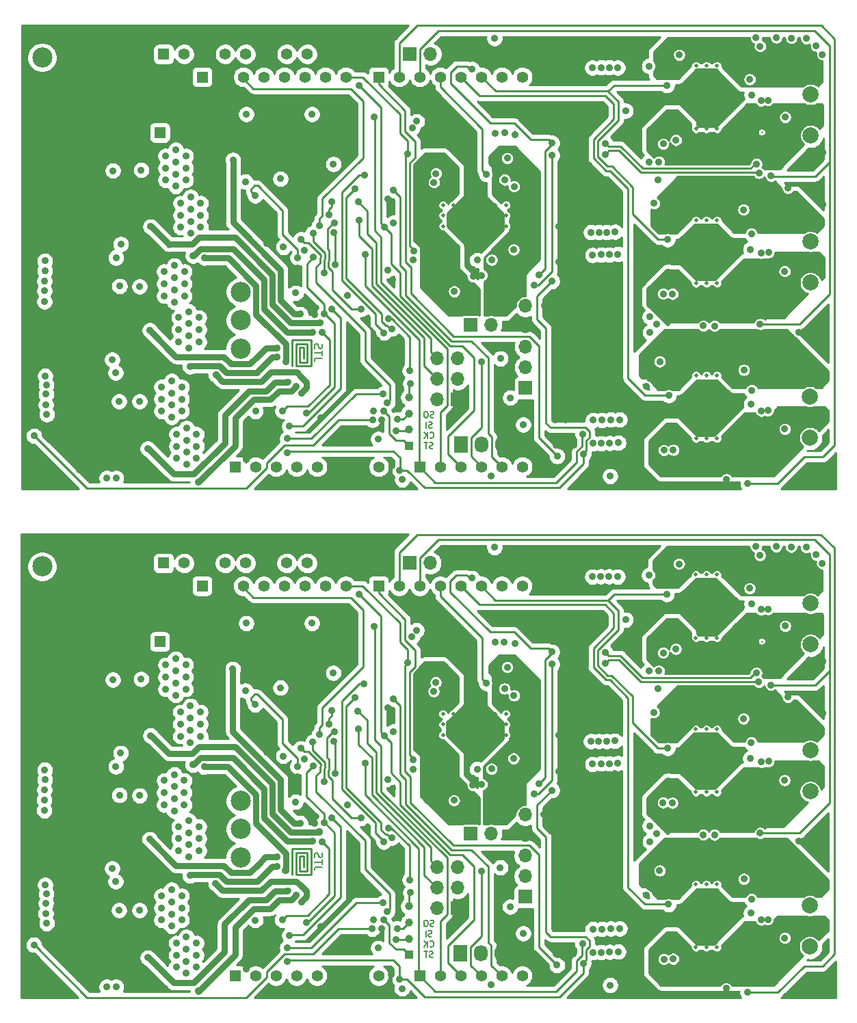
<source format=gbl>
%MOIN*%
%OFA0B0*%
%FSLAX46Y46*%
%IPPOS*%
%LPD*%
%ADD10C,0.005905511811023622*%
%ADD11C,0.01968503937007874*%
%ADD12R,0.055000000000000007X0.055000000000000007*%
%ADD13C,0.055000000000000007*%
%ADD14C,0.035*%
%ADD15C,0.07874015748031496*%
%ADD16C,0.0984251968503937*%
%ADD17R,0.068X0.08*%
%ADD18O,0.068X0.08*%
%ADD19O,0.066929133858267723X0.066929133858267723*%
%ADD20R,0.066929133858267723X0.066929133858267723*%
%ADD21C,0.03937007874015748*%
%ADD22R,0.03937007874015748X0.03937007874015748*%
%ADD23C,0.01*%
%ADD24C,0.02*%
%ADD25C,0.030000000000000002*%
%ADD36C,0.005905511811023622*%
%ADD37C,0.01968503937007874*%
%ADD38R,0.055000000000000007X0.055000000000000007*%
%ADD39C,0.055000000000000007*%
%ADD40C,0.035*%
%ADD41C,0.07874015748031496*%
%ADD42C,0.0984251968503937*%
%ADD43R,0.068X0.08*%
%ADD44O,0.068X0.08*%
%ADD45O,0.066929133858267723X0.066929133858267723*%
%ADD46R,0.066929133858267723X0.066929133858267723*%
%ADD47C,0.03937007874015748*%
%ADD48R,0.03937007874015748X0.03937007874015748*%
%ADD49C,0.01*%
%ADD50C,0.02*%
%ADD51C,0.030000000000000002*%
%LPD*%
D10*
X0002053403Y0000392843D02*
X0002049185Y0000391437D01*
X0002042154Y0000391437D01*
X0002039342Y0000392843D01*
X0002037936Y0000394249D01*
X0002036530Y0000397061D01*
X0002036530Y0000399873D01*
X0002037936Y0000402686D01*
X0002039342Y0000404092D01*
X0002042154Y0000405498D01*
X0002047778Y0000406904D01*
X0002050591Y0000408310D01*
X0002051997Y0000409716D01*
X0002053403Y0000412528D01*
X0002053403Y0000415340D01*
X0002051997Y0000418152D01*
X0002050591Y0000419559D01*
X0002047778Y0000420965D01*
X0002040748Y0000420965D01*
X0002036530Y0000419559D01*
X0002018251Y0000420965D02*
X0002012627Y0000420965D01*
X0002009814Y0000419559D01*
X0002007002Y0000416746D01*
X0002005596Y0000411122D01*
X0002005596Y0000401280D01*
X0002007002Y0000395655D01*
X0002009814Y0000392843D01*
X0002012627Y0000391437D01*
X0002018251Y0000391437D01*
X0002021063Y0000392843D01*
X0002023875Y0000395655D01*
X0002025281Y0000401280D01*
X0002025281Y0000411122D01*
X0002023875Y0000416746D01*
X0002021063Y0000419559D01*
X0002018251Y0000420965D01*
X0002044966Y0000342646D02*
X0002040748Y0000341240D01*
X0002033718Y0000341240D01*
X0002030906Y0000342646D01*
X0002029499Y0000344052D01*
X0002028093Y0000346865D01*
X0002028093Y0000349677D01*
X0002029499Y0000352489D01*
X0002030906Y0000353895D01*
X0002033718Y0000355301D01*
X0002039342Y0000356707D01*
X0002042154Y0000358113D01*
X0002043560Y0000359519D01*
X0002044966Y0000362331D01*
X0002044966Y0000365143D01*
X0002043560Y0000367956D01*
X0002042154Y0000369362D01*
X0002039342Y0000370768D01*
X0002032312Y0000370768D01*
X0002028093Y0000369362D01*
X0002015439Y0000341240D02*
X0002015439Y0000370768D01*
X0002035124Y0000293856D02*
X0002036530Y0000292449D01*
X0002040748Y0000291043D01*
X0002043560Y0000291043D01*
X0002047778Y0000292449D01*
X0002050591Y0000295262D01*
X0002051997Y0000298074D01*
X0002053403Y0000303698D01*
X0002053403Y0000307916D01*
X0002051997Y0000313541D01*
X0002050591Y0000316353D01*
X0002047778Y0000319165D01*
X0002043560Y0000320571D01*
X0002040748Y0000320571D01*
X0002036530Y0000319165D01*
X0002035124Y0000317759D01*
X0002022469Y0000291043D02*
X0002022469Y0000320571D01*
X0002005596Y0000291043D02*
X0002018251Y0000307916D01*
X0002005596Y0000320571D02*
X0002022469Y0000303698D01*
X0002049185Y0000242253D02*
X0002044966Y0000240847D01*
X0002037936Y0000240847D01*
X0002035124Y0000242253D01*
X0002033718Y0000243659D01*
X0002032312Y0000246471D01*
X0002032312Y0000249283D01*
X0002033718Y0000252095D01*
X0002035124Y0000253501D01*
X0002037936Y0000254907D01*
X0002043560Y0000256313D01*
X0002046372Y0000257719D01*
X0002047778Y0000259125D01*
X0002049185Y0000261938D01*
X0002049185Y0000264750D01*
X0002047778Y0000267562D01*
X0002046372Y0000268968D01*
X0002043560Y0000270374D01*
X0002036530Y0000270374D01*
X0002032312Y0000268968D01*
X0002023875Y0000270374D02*
X0002007002Y0000270374D01*
X0002015439Y0000240847D02*
X0002015439Y0000270374D01*
X0001511059Y0000681378D02*
X0001482938Y0000681378D01*
X0001477314Y0000679503D01*
X0001473564Y0000675754D01*
X0001471689Y0000670129D01*
X0001471689Y0000666380D01*
X0001511059Y0000694501D02*
X0001511059Y0000716999D01*
X0001471689Y0000705750D02*
X0001511059Y0000705750D01*
X0001473564Y0000728247D02*
X0001471689Y0000733871D01*
X0001471689Y0000743245D01*
X0001473564Y0000746995D01*
X0001475439Y0000748870D01*
X0001479188Y0000750744D01*
X0001482938Y0000750744D01*
X0001486687Y0000748870D01*
X0001488562Y0000746995D01*
X0001490437Y0000743245D01*
X0001492312Y0000735746D01*
X0001494186Y0000731997D01*
X0001496061Y0000730122D01*
X0001499811Y0000728247D01*
X0001503560Y0000728247D01*
X0001507310Y0000730122D01*
X0001509185Y0000731997D01*
X0001511059Y0000735746D01*
X0001511059Y0000745120D01*
X0001509185Y0000750744D01*
D11*
X0003331425Y0001045767D03*
X0003382606Y0001045767D03*
X0003331425Y0001096948D03*
X0003433787Y0001096948D03*
X0003382606Y0001096948D03*
X0003331425Y0001148129D03*
X0003433787Y0001148129D03*
X0003382606Y0001148129D03*
X0003433787Y0001352854D03*
X0003331425Y0001352854D03*
X0003382606Y0001352854D03*
X0003433787Y0001301673D03*
X0003331425Y0001301673D03*
X0003382606Y0001301673D03*
X0003331425Y0001250492D03*
X0003433787Y0001250492D03*
X0003382606Y0001250492D03*
X0003331425Y0001199311D03*
X0003433787Y0001199311D03*
X0003433787Y0001045767D03*
X0003382606Y0001199311D03*
D12*
X0001085000Y0000151499D03*
D13*
X0001185000Y0000151499D03*
X0001284999Y0000151499D03*
X0001384999Y0000151499D03*
X0001484999Y0000151499D03*
X0001585000Y0000151499D03*
X0001685000Y0000151499D03*
X0001785000Y0000151499D03*
D11*
X0003331318Y0001798767D03*
X0003382500Y0001798767D03*
X0003331318Y0001849948D03*
X0003433681Y0001849948D03*
X0003382500Y0001849948D03*
X0003331318Y0001901129D03*
X0003433681Y0001901129D03*
X0003382500Y0001901129D03*
X0003433681Y0002105854D03*
X0003331318Y0002105854D03*
X0003382500Y0002105854D03*
X0003433681Y0002054673D03*
X0003331318Y0002054673D03*
X0003382500Y0002054673D03*
X0003331318Y0002003492D03*
X0003433681Y0002003492D03*
X0003382500Y0002003492D03*
X0003331318Y0001952310D03*
X0003433681Y0001952310D03*
X0003433681Y0001798767D03*
X0003382500Y0001952310D03*
X0003331224Y0000289767D03*
X0003382405Y0000289767D03*
X0003331224Y0000340948D03*
X0003433586Y0000340948D03*
X0003382405Y0000340948D03*
X0003331224Y0000392129D03*
X0003433586Y0000392129D03*
X0003382405Y0000392129D03*
X0003433586Y0000596854D03*
X0003331224Y0000596854D03*
X0003382405Y0000596854D03*
X0003433586Y0000545673D03*
X0003331224Y0000545673D03*
X0003382405Y0000545673D03*
X0003331224Y0000494492D03*
X0003433586Y0000494492D03*
X0003382405Y0000494492D03*
X0003331224Y0000443311D03*
X0003433586Y0000443311D03*
X0003433586Y0000289767D03*
X0003382405Y0000443311D03*
X0002098467Y0001427181D03*
X0002098467Y0001375999D03*
X0002149648Y0001427181D03*
X0002149648Y0001324818D03*
X0002149648Y0001375999D03*
X0002200829Y0001427181D03*
X0002200829Y0001324818D03*
X0002200829Y0001375999D03*
X0002405554Y0001324818D03*
X0002405554Y0001427181D03*
X0002405554Y0001375999D03*
X0002354373Y0001324818D03*
X0002354373Y0001427181D03*
X0002354373Y0001375999D03*
X0002303192Y0001427181D03*
X0002303192Y0001324818D03*
X0002303192Y0001375999D03*
X0002252011Y0001427181D03*
X0002252011Y0001324818D03*
X0002098467Y0001324818D03*
X0002252011Y0001375999D03*
D12*
X0001985000Y0000151499D03*
D13*
X0002084999Y0000151499D03*
X0002184999Y0000151499D03*
X0002284999Y0000151499D03*
X0002385000Y0000151499D03*
X0002485000Y0000151499D03*
D12*
X0000737000Y0002162499D03*
D13*
X0000837000Y0002162499D03*
X0000937000Y0002162499D03*
X0001037000Y0002162499D03*
X0001137000Y0002162499D03*
X0001237000Y0002162499D03*
X0001336999Y0002162499D03*
X0001437000Y0002162499D03*
X0001537000Y0002162499D03*
D12*
X0000925000Y0002051500D03*
D13*
X0001025000Y0002051500D03*
X0001125000Y0002051500D03*
X0001225000Y0002051500D03*
X0001325000Y0002051500D03*
X0001425000Y0002051500D03*
X0001525000Y0002051500D03*
X0001625000Y0002051500D03*
D12*
X0001785000Y0002051500D03*
D13*
X0001885000Y0002051500D03*
X0001985000Y0002051500D03*
X0002084999Y0002051500D03*
X0002184999Y0002051500D03*
X0002284999Y0002051500D03*
X0002385000Y0002051500D03*
X0002485000Y0002051500D03*
D12*
X0000718791Y0001780208D03*
D13*
X0000718791Y0001880208D03*
D14*
X0000775842Y0000392917D03*
X0000775842Y0000570082D03*
X0000726629Y0000540555D03*
X0000775842Y0000511027D03*
X0000775842Y0000451972D03*
X0000825055Y0000422444D03*
X0000726629Y0000422444D03*
X0000726629Y0000481500D03*
X0000825055Y0000481500D03*
X0000825055Y0000540555D03*
X0000848157Y0000340082D03*
X0000848157Y0000162917D03*
X0000897370Y0000192444D03*
X0000848157Y0000221972D03*
X0000848157Y0000281027D03*
X0000798944Y0000310555D03*
X0000897370Y0000310555D03*
X0000897370Y0000251500D03*
X0000798944Y0000251500D03*
X0000798944Y0000192444D03*
X0000788842Y0000954917D03*
X0000788842Y0001132082D03*
X0000739629Y0001102555D03*
X0000788842Y0001073027D03*
X0000788842Y0001013972D03*
X0000838055Y0000984444D03*
X0000739629Y0000984444D03*
X0000739629Y0001043500D03*
X0000838055Y0001043500D03*
X0000838055Y0001102555D03*
X0000860157Y0000908082D03*
X0000860157Y0000730917D03*
X0000909370Y0000760444D03*
X0000860157Y0000789972D03*
X0000860157Y0000849027D03*
X0000810944Y0000878555D03*
X0000909370Y0000878555D03*
X0000909370Y0000819500D03*
X0000810944Y0000819500D03*
X0000810944Y0000760444D03*
X0000795842Y0001518917D03*
X0000795842Y0001696082D03*
X0000746629Y0001666555D03*
X0000795842Y0001637027D03*
X0000795842Y0001577972D03*
X0000845055Y0001548444D03*
X0000746629Y0001548444D03*
X0000746629Y0001607500D03*
X0000845055Y0001607500D03*
X0000845055Y0001666555D03*
X0000868157Y0001466082D03*
X0000868157Y0001288917D03*
X0000917370Y0001318444D03*
X0000868157Y0001347972D03*
X0000868157Y0001407027D03*
X0000818944Y0001436555D03*
X0000917370Y0001436555D03*
X0000917370Y0001377499D03*
X0000818944Y0001377499D03*
X0000818944Y0001318444D03*
D15*
X0003886500Y0000493409D03*
X0003886500Y0000593409D03*
X0003886500Y0000393409D03*
X0003886500Y0000293409D03*
X0003890200Y0001966400D03*
X0003890200Y0002066399D03*
X0003890200Y0001866400D03*
X0003890200Y0001766400D03*
X0003889100Y0001249200D03*
X0003889100Y0001349200D03*
X0003889100Y0001149200D03*
X0003889100Y0001049200D03*
D16*
X0000538700Y0002146500D03*
X0000341850Y0002146500D03*
X0000145000Y0002146500D03*
X0001112000Y0000728000D03*
X0001112000Y0000865795D03*
X0001112000Y0001003590D03*
D17*
X0002184539Y0000259736D03*
D18*
X0002284539Y0000259736D03*
X0002384539Y0000259736D03*
D19*
X0002069500Y0000679500D03*
X0002169500Y0000679500D03*
X0002069500Y0000579499D03*
X0002169500Y0000579499D03*
X0002069500Y0000479500D03*
D20*
X0002169500Y0000479500D03*
X0002232570Y0000844775D03*
D19*
X0002232570Y0000944775D03*
X0002332570Y0000844775D03*
X0002332570Y0000944775D03*
D20*
X0001936507Y0002162885D03*
D19*
X0002036507Y0002162885D03*
X0002136507Y0002162885D03*
D21*
X0001932000Y0000331999D03*
X0001932000Y0000411000D03*
X0001931783Y0000489657D03*
D22*
X0001932000Y0000253000D03*
D20*
X0002499893Y0000536114D03*
D19*
X0002499893Y0000636114D03*
X0002499893Y0000736114D03*
X0002499893Y0000836114D03*
X0002499893Y0000936114D03*
D14*
X0002398200Y0001779000D03*
X0002988500Y0001886500D03*
X0003138500Y0000845500D03*
X0003107500Y0000805500D03*
X0003106000Y0000882000D03*
X0003249500Y0002159000D03*
X0002949500Y0002096500D03*
X0002908000Y0002098000D03*
X0002868000Y0002098000D03*
X0002826000Y0002096500D03*
X0001948200Y0001804000D03*
X0001970700Y0001834999D03*
X0002444700Y0001517500D03*
X0000167500Y0000406499D03*
X0000162500Y0000454000D03*
X0000164000Y0000505000D03*
X0000165000Y0000549999D03*
X0000160000Y0000594499D03*
X0000155500Y0000956500D03*
X0000155500Y0001008500D03*
X0000156500Y0001057000D03*
X0000158500Y0001106500D03*
X0000158000Y0001155000D03*
X0000627500Y0001598000D03*
X0002959500Y0000381500D03*
X0002953500Y0000268500D03*
X0002911000Y0000267000D03*
X0002869000Y0000265500D03*
X0002829000Y0000265500D03*
X0002916500Y0000380999D03*
X0002872000Y0000378500D03*
X0002829000Y0000378500D03*
X0002937000Y0001296000D03*
X0002951000Y0001188000D03*
X0002909000Y0001185000D03*
X0002868500Y0001185000D03*
X0002827500Y0001182500D03*
X0002896000Y0001294500D03*
X0002858000Y0001294500D03*
X0002819500Y0001294500D03*
X0002449700Y0001770500D03*
X0002354199Y0001777500D03*
X0000521999Y0001032000D03*
X0000619499Y0001029500D03*
X0000520000Y0000469999D03*
X0000620000Y0000469999D03*
X0000489657Y0001594775D03*
X0001783358Y0000286507D03*
X0003147137Y0001551468D03*
X0003102255Y0001638082D03*
X0003192600Y0001260199D03*
X0003189000Y0002011000D03*
X0003644000Y0000847000D03*
X0003697000Y0001568999D03*
X0003584000Y0000070000D03*
X0001954499Y0001204500D03*
X0001927452Y0001677846D03*
X0002654500Y0000202500D03*
X0003175500Y0000232400D03*
X0002063700Y0001581500D03*
X0003171300Y0000994700D03*
X0003171940Y0001725484D03*
X0001684933Y0001441625D03*
X0001688082Y0001352649D03*
X0000364000Y0000115500D03*
X0003953000Y0000749000D03*
X0003422000Y0000838000D03*
X0003966000Y0000278000D03*
X0003988870Y0000171940D03*
X0001714500Y0000549500D03*
X0000326499Y0000135999D03*
X0001229814Y0001386507D03*
X0000541300Y0000203700D03*
X0000543500Y0000768300D03*
X0000549700Y0001327700D03*
X0001799499Y0000379499D03*
X0002648500Y0000258000D03*
X0001335999Y0000107499D03*
X0001250287Y0000421940D03*
X0001473122Y0000894775D03*
X0001390444Y0001121153D03*
X0001140051Y0000185326D03*
X0001502255Y0000389657D03*
X0001774500Y0000768767D03*
X0001655157Y0000549500D03*
X0001829421Y0001457374D03*
X0001631389Y0001640051D03*
X0002244700Y0001079500D03*
X0001854224Y0001063673D03*
X0001469599Y0001396900D03*
X0001421940Y0001553830D03*
X0002411700Y0001655600D03*
X0002677000Y0001540000D03*
X0002618500Y0002098000D03*
X0002805500Y0001887000D03*
X0002806000Y0001539499D03*
X0002672500Y0001882000D03*
X0002669000Y0002098699D03*
X0002585000Y0001879999D03*
X0002591500Y0000937000D03*
X0002734500Y0000256000D03*
X0003896000Y0000838500D03*
X0003955500Y0000904000D03*
X0003933000Y0001480000D03*
X0003950000Y0001431499D03*
X0003949000Y0001683000D03*
X0003917500Y0002202999D03*
X0003796000Y0002241500D03*
X0003722500Y0002243499D03*
X0003869500Y0002239500D03*
X0003947000Y0002161500D03*
X0003780000Y0001510000D03*
X0003833000Y0000806500D03*
X0003624000Y0002242500D03*
X0003367000Y0000838500D03*
X0003086000Y0002053000D03*
X0003682000Y0000425499D03*
X0003649500Y0000423999D03*
X0003682500Y0001937500D03*
X0003649000Y0001936000D03*
X0003685000Y0001196500D03*
X0003650500Y0001193000D03*
X0002120200Y0001800499D03*
X0002169200Y0001797000D03*
X0002214200Y0001795000D03*
X0002287200Y0001084500D03*
X0002242450Y0001113750D03*
X0002690000Y0000257500D03*
X0002740500Y0000383000D03*
X0002694499Y0000380500D03*
X0002912500Y0000589000D03*
X0002865000Y0000589000D03*
X0002818000Y0000587500D03*
X0002775000Y0000588499D03*
X0002731999Y0000586500D03*
X0002690000Y0000588499D03*
X0002645500Y0000591000D03*
X0002894000Y0000941500D03*
X0002717500Y0000937000D03*
X0002676500Y0000937000D03*
X0002636000Y0000937500D03*
X0002740000Y0001178500D03*
X0002698000Y0001177000D03*
X0002738500Y0001296999D03*
X0002698500Y0001299999D03*
X0002894000Y0001541000D03*
X0002848000Y0001538999D03*
X0002764500Y0001538999D03*
X0002722000Y0001539499D03*
X0002888500Y0001887000D03*
X0002846000Y0001886500D03*
X0002761500Y0001882500D03*
X0002713500Y0001884000D03*
X0002630000Y0001880500D03*
X0002714500Y0002094500D03*
X0002759500Y0002095499D03*
X0000323499Y0000685000D03*
X0000326499Y0000279500D03*
X0000346000Y0001198500D03*
X0000366499Y0000859000D03*
X0000367999Y0000159000D03*
X0000369000Y0000203500D03*
X0000363499Y0000254500D03*
X0000326250Y0000180750D03*
X0000326499Y0000230500D03*
X0000361000Y0000712000D03*
X0000360499Y0000756000D03*
X0000364000Y0000810500D03*
X0000321999Y0000736500D03*
X0000323499Y0000785500D03*
X0000324999Y0000835500D03*
X0000351000Y0001347999D03*
X0000386999Y0001302500D03*
X0000374000Y0001249500D03*
X0000315500Y0001275500D03*
X0000310000Y0001332000D03*
X0000301000Y0001215000D03*
X0000336000Y0001245000D03*
X0000349000Y0001293000D03*
X0001079500Y0001869499D03*
X0001269500Y0001869499D03*
X0001389499Y0001869499D03*
X0003090051Y0000543594D03*
X0001847925Y0000156192D03*
X0002852500Y0000939500D03*
X0001239657Y0001239263D03*
X0003801862Y0000064066D03*
X0001629027Y0001873122D03*
X0002662492Y0001148712D03*
X0002662492Y0001322728D03*
X0002646744Y0000380996D03*
X0003479500Y0000089500D03*
X0003047137Y0001279421D03*
X0001306586Y0001555011D03*
X0001184539Y0000422334D03*
X0001759500Y0000424500D03*
X0002053699Y0001537499D03*
X0002335400Y0001160100D03*
X0003643600Y0002200900D03*
X0003593300Y0002039700D03*
X0003563000Y0001404499D03*
X0003601200Y0001288100D03*
X0003216600Y0000993800D03*
X0003220800Y0000233300D03*
X0003565000Y0000623500D03*
X0002442700Y0001210000D03*
X0003602700Y0000524600D03*
X0002349499Y0002239500D03*
X0001139500Y0001869499D03*
X0001459500Y0001869499D03*
X0001829027Y0001108555D03*
X0002489657Y0000356980D03*
X0002425484Y0000488082D03*
X0002378240Y0000679027D03*
X0001856586Y0001340051D03*
X0001321153Y0001222334D03*
X0002332964Y0000107767D03*
X0002912885Y0000105405D03*
X0001898842Y0000088999D03*
X0001495169Y0001327846D03*
X0001409342Y0000509342D03*
X0000991232Y0000600287D03*
X0000906586Y0000077846D03*
X0001382570Y0000543988D03*
X0000935000Y0001169500D03*
X0001331389Y0000663673D03*
X0000865248Y0000639263D03*
X0001290000Y0000685000D03*
X0000879000Y0001179500D03*
X0001464460Y0000806586D03*
X0001074500Y0001646499D03*
X0001402649Y0000895169D03*
X0002310200Y0001577500D03*
X0003198200Y0000499700D03*
X0002543400Y0001037300D03*
X0002889000Y0001673000D03*
X0003638000Y0001583500D03*
X0002629500Y0001669500D03*
X0001952255Y0001158555D03*
X0002152800Y0001005800D03*
X0003764400Y0000335599D03*
X0003766500Y0001856100D03*
X0003763400Y0001104200D03*
X0003168600Y0000310100D03*
X0003195000Y0000345800D03*
X0003145200Y0000270200D03*
X0003198000Y0000545000D03*
X0003169185Y0000582964D03*
X0003159342Y0000545562D03*
X0002151200Y0001567499D03*
X0002092200Y0001644000D03*
X0002108200Y0001595500D03*
X0002366199Y0001609499D03*
X0002356200Y0001565999D03*
X0002364699Y0001654499D03*
X0003170000Y0001812499D03*
X0003193000Y0001854000D03*
X0003170759Y0001772334D03*
X0003142500Y0002063000D03*
X0003189000Y0002063000D03*
X0003169500Y0002099500D03*
X0003139500Y0001028000D03*
X0003196500Y0001101500D03*
X0003171000Y0001063400D03*
X0003203100Y0001304299D03*
X0003157500Y0001308799D03*
X0003149106Y0001356586D03*
X0000459342Y0000096744D03*
X0001349500Y0000348318D03*
X0001557374Y0000919972D03*
X0000505011Y0000096744D03*
X0001510129Y0000805405D03*
X0001315641Y0000422728D03*
X0000486114Y0000673515D03*
X0001380602Y0000998318D03*
X0000503043Y0000610129D03*
X0001632964Y0000985720D03*
X0001182570Y0001473122D03*
X0001389263Y0001170759D03*
X0000504618Y0001170759D03*
X0001135326Y0001540838D03*
X0001422728Y0001208161D03*
X0000528240Y0001236507D03*
X0000659342Y0000239263D03*
X0001340051Y0000564854D03*
X0000669185Y0000816429D03*
X0001290000Y0000730500D03*
X0001498318Y0000853043D03*
X0000673200Y0001322000D03*
X0001466822Y0001172728D03*
X0001432177Y0000411704D03*
X0001518791Y0000896744D03*
X0001543200Y0001378633D03*
X0001557500Y0001444900D03*
X0001698712Y0000919185D03*
X0001569972Y0001339263D03*
X0001668397Y0001507373D03*
X0001850287Y0000824303D03*
X0001714500Y0001574500D03*
X0001809342Y0000804224D03*
X0001521153Y0001095956D03*
X0001832964Y0000872334D03*
X0001464854Y0001290444D03*
X0001936114Y0000618791D03*
X0001567610Y0001292807D03*
X0001572334Y0001138082D03*
X0001870999Y0000326000D03*
X0001875000Y0000382000D03*
X0001939999Y0000555999D03*
X0001808500Y0000423999D03*
X0001754499Y0000379499D03*
X0000105011Y0000301862D03*
X0002565800Y0001086700D03*
X0002889800Y0001727499D03*
X0002629500Y0001729500D03*
X0003626000Y0001627499D03*
X0003600600Y0000456499D03*
X0003597000Y0001211300D03*
X0002265200Y0001158500D03*
X0003602700Y0001964100D03*
X0002239500Y0002089499D03*
X0003154842Y0000663842D03*
X0001806980Y0000507374D03*
X0001339263Y0000288476D03*
X0003103830Y0002104618D03*
X0002398712Y0001550681D03*
X0002630208Y0001055405D03*
X0001339500Y0000219500D03*
X0003126665Y0001435326D03*
X0002783358Y0000212098D03*
X0001887688Y0000134539D03*
X0002285326Y0000662098D03*
X0001689500Y0002009500D03*
X0001814460Y0001319972D03*
X0001564460Y0001626665D03*
X0001855799Y0001500287D03*
X0001762098Y0001855405D03*
X0001405799Y0001259736D03*
X0001827452Y0000464854D03*
X0001719185Y0001188082D03*
X0003233358Y0001743988D03*
X0002779027Y0000308555D03*
X0003150681Y0001637688D03*
D23*
X0003653100Y0001781899D02*
X0003651800Y0001781899D01*
X0001419185Y0000732570D02*
X0001419185Y0000680996D01*
X0001401074Y0000732570D02*
X0001419185Y0000732570D01*
X0001401074Y0000660917D02*
X0001401074Y0000732570D01*
X0001437295Y0000660917D02*
X0001401074Y0000660917D01*
X0001437295Y0000751468D02*
X0001437295Y0000660917D01*
X0001382964Y0000643594D02*
X0001382964Y0000751468D01*
X0001382964Y0000751468D02*
X0001437295Y0000751468D01*
X0001364066Y0000643594D02*
X0001364066Y0000769578D01*
X0001455799Y0000769578D02*
X0001455799Y0000643594D01*
X0001455799Y0000643594D02*
X0001382964Y0000643594D01*
X0001364066Y0000769578D02*
X0001455799Y0000769578D01*
D24*
X0000165000Y0000549999D02*
X0000165000Y0000549000D01*
D25*
X0002827500Y0000267000D02*
X0002827500Y0000268000D01*
X0002829000Y0000265500D02*
X0002827500Y0000267000D01*
D24*
X0002450200Y0001770999D02*
X0002450200Y0001778499D01*
X0002449700Y0001770500D02*
X0002450200Y0001770999D01*
D23*
X0002284999Y0002051500D02*
X0002284999Y0002054300D01*
X0003192600Y0001260199D02*
X0003191700Y0001260199D01*
X0003189000Y0002011000D02*
X0003184000Y0002011000D01*
X0002952255Y0001932177D02*
X0002902933Y0001981499D01*
X0002952255Y0001838870D02*
X0002952255Y0001932177D01*
X0002852255Y0001738870D02*
X0002952255Y0001838870D01*
X0002852255Y0001663673D02*
X0002852255Y0001738870D01*
X0003192600Y0001260199D02*
X0003145886Y0001260199D01*
X0003145886Y0001260199D02*
X0003022728Y0001383358D01*
X0003022728Y0001383358D02*
X0003022728Y0001514066D01*
X0002900681Y0001615248D02*
X0002852255Y0001663673D01*
X0002921547Y0001615248D02*
X0002900681Y0001615248D01*
X0003022728Y0001514066D02*
X0002921547Y0001615248D01*
X0002354716Y0001981783D02*
X0002284999Y0002051500D01*
X0002900287Y0001981783D02*
X0002354716Y0001981783D01*
X0002903437Y0001981783D02*
X0002892807Y0001981783D01*
X0002932653Y0002011000D02*
X0002903437Y0001981783D01*
X0003189000Y0002011000D02*
X0002932653Y0002011000D01*
X0003837500Y0000847000D02*
X0003836500Y0000847000D01*
X0003836500Y0000847000D02*
X0003644000Y0000847000D01*
X0003983500Y0000993000D02*
X0003837500Y0000847000D01*
X0003698000Y0001568000D02*
X0003697000Y0001568999D01*
X0003983500Y0001636000D02*
X0003983500Y0000993000D01*
X0003913500Y0001568000D02*
X0003983500Y0001638000D01*
X0003913500Y0001568000D02*
X0003698000Y0001568000D01*
X0003982500Y0001636000D02*
X0003983500Y0001636000D01*
X0003983500Y0001637000D02*
X0003982500Y0001636000D01*
X0003983500Y0001638000D02*
X0003983500Y0001637000D01*
X0002076031Y0002278000D02*
X0001985000Y0002186968D01*
X0003910000Y0002278000D02*
X0002076031Y0002278000D01*
X0001985000Y0002186968D02*
X0001985000Y0002051500D01*
X0003983500Y0002204499D02*
X0003910000Y0002278000D01*
X0003983500Y0001636000D02*
X0003983500Y0002204499D01*
X0001885000Y0002051500D02*
X0001885000Y0002054999D01*
X0001885000Y0002214999D02*
X0001885000Y0002051500D01*
X0001972000Y0002302000D02*
X0001885000Y0002214999D01*
X0003941500Y0002302000D02*
X0001972000Y0002302000D01*
X0004007500Y0002235999D02*
X0003941500Y0002302000D01*
X0004007500Y0000256500D02*
X0004007500Y0002235999D01*
X0003949318Y0000198318D02*
X0004007500Y0000256500D01*
X0003859342Y0000198318D02*
X0003949318Y0000198318D01*
X0003731023Y0000070000D02*
X0003859342Y0000198318D01*
X0003584000Y0000070000D02*
X0003731023Y0000070000D01*
X0001936999Y0001227000D02*
X0001936999Y0001556980D01*
X0001936999Y0001556980D02*
X0001936999Y0001556999D01*
X0001954499Y0001209500D02*
X0001936999Y0001227000D01*
X0001954499Y0001204500D02*
X0001954499Y0001209500D01*
X0001785000Y0002017099D02*
X0001785000Y0002051500D01*
X0001785000Y0002017099D02*
X0001913845Y0001888254D01*
X0001913845Y0001888254D02*
X0001914000Y0001888100D01*
X0001913845Y0001786729D02*
X0001913845Y0001888254D01*
X0001962492Y0001738082D02*
X0001913845Y0001786729D01*
X0001962492Y0001657374D02*
X0001962492Y0001738082D01*
X0001936999Y0001631881D02*
X0001962492Y0001657374D01*
X0001936999Y0001556980D02*
X0001936999Y0001631881D01*
X0001914699Y0001665093D02*
X0001927452Y0001677846D01*
X0001914699Y0001562885D02*
X0001914699Y0001665093D01*
X0001914699Y0001564699D02*
X0001914699Y0001562885D01*
X0002063700Y0001581500D02*
X0002063700Y0001582000D01*
X0001927452Y0001739263D02*
X0001927452Y0001677846D01*
X0001889500Y0001869499D02*
X0001889500Y0001777216D01*
X0001707500Y0002051500D02*
X0001889500Y0001869499D01*
X0001889500Y0001777216D02*
X0001927452Y0001739263D01*
X0001625000Y0002051500D02*
X0001707500Y0002051500D01*
X0002565248Y0000291751D02*
X0002654500Y0000202500D01*
X0002565248Y0000740444D02*
X0002565248Y0000291751D01*
X0001914699Y0001148690D02*
X0001941232Y0001122158D01*
X0002150287Y0000786114D02*
X0002519578Y0000786114D01*
X0002519578Y0000786114D02*
X0002565248Y0000740444D01*
X0001941232Y0000995169D02*
X0002150287Y0000786114D01*
X0001941232Y0001122158D02*
X0001941232Y0000995169D01*
X0001914699Y0001562885D02*
X0001914699Y0001148690D01*
X0002038476Y0000710523D02*
X0002069500Y0000679500D01*
X0002038476Y0000777452D02*
X0002038476Y0000710523D01*
X0001772728Y0001043200D02*
X0002038476Y0000777452D01*
X0001772728Y0001241625D02*
X0001772728Y0001043200D01*
X0001729027Y0001397531D02*
X0001729027Y0001285326D01*
X0001729027Y0001285326D02*
X0001772728Y0001241625D01*
X0001684933Y0001441625D02*
X0001729027Y0001397531D01*
X0002006980Y0000642019D02*
X0002069500Y0000579499D01*
X0002006980Y0000778633D02*
X0002006980Y0000642019D01*
X0001751862Y0001033751D02*
X0002006980Y0000778633D01*
X0001751862Y0001212885D02*
X0001751862Y0001033751D01*
X0001688082Y0001276665D02*
X0001751862Y0001212885D01*
X0001688082Y0001352649D02*
X0001688082Y0001276665D01*
X0001774500Y0000768767D02*
X0001774500Y0000769500D01*
X0001655157Y0000549500D02*
X0001654499Y0000549500D01*
D24*
X0002667700Y0002100000D02*
X0002666700Y0002100000D01*
X0002669000Y0002098699D02*
X0002667700Y0002100000D01*
D23*
X0003624000Y0002243499D02*
X0003624000Y0002242500D01*
X0003625000Y0002244500D02*
X0003624000Y0002243499D01*
D24*
X0002214200Y0001795000D02*
X0002214200Y0001797499D01*
X0002242450Y0001113750D02*
X0002242199Y0001113500D01*
X0002912000Y0000588499D02*
X0002910000Y0000588499D01*
X0002912500Y0000589000D02*
X0002912000Y0000588499D01*
X0002894000Y0001541000D02*
X0002894000Y0001540499D01*
X0002848000Y0001538999D02*
X0002849000Y0001538000D01*
X0002761500Y0001882500D02*
X0002761000Y0001882999D01*
X0000326250Y0000180750D02*
X0000326499Y0000180500D01*
X0000323499Y0000785500D02*
X0000318500Y0000785500D01*
X0000387500Y0001302000D02*
X0000388000Y0001302000D01*
X0000386999Y0001302500D02*
X0000387500Y0001302000D01*
X0000374000Y0001249500D02*
X0000374000Y0001248000D01*
X0000310000Y0001332000D02*
X0000311500Y0001332000D01*
X0000336000Y0001245000D02*
X0000336000Y0001244500D01*
X0000348000Y0001293999D02*
X0000343000Y0001293999D01*
X0000349000Y0001293000D02*
X0000348000Y0001293999D01*
X0002662492Y0001148712D02*
X0002659342Y0001151862D01*
D23*
X0003643600Y0002200900D02*
X0003644400Y0002200100D01*
X0001125000Y0002051500D02*
X0001125000Y0002053000D01*
X0001495169Y0001360129D02*
X0001495169Y0001327846D01*
X0001510129Y0001375090D02*
X0001495169Y0001360129D01*
X0001510129Y0001458555D02*
X0001510129Y0001375090D01*
X0001709499Y0001657925D02*
X0001510129Y0001458555D01*
X0001709499Y0001934775D02*
X0001709499Y0001657925D01*
X0001649499Y0001994775D02*
X0001709499Y0001934775D01*
X0001174303Y0001994775D02*
X0001649499Y0001994775D01*
X0001125000Y0002044078D02*
X0001174303Y0001994775D01*
X0001125000Y0002051500D02*
X0001125000Y0002044078D01*
D25*
X0001023909Y0000567610D02*
X0001214460Y0000567610D01*
X0001433751Y0000562885D02*
X0001406586Y0000590051D01*
X0001433751Y0000536901D02*
X0001433751Y0000562885D01*
X0001409342Y0000512492D02*
X0001433751Y0000536901D01*
X0001409342Y0000509342D02*
X0001409342Y0000512492D01*
X0001023909Y0000567610D02*
X0000991232Y0000600287D01*
X0001384933Y0000611704D02*
X0001406586Y0000590051D01*
X0001258555Y0000611704D02*
X0001384933Y0000611704D01*
X0001214460Y0000567610D02*
X0001258555Y0000611704D01*
X0001256980Y0000479027D02*
X0001176271Y0000479027D01*
X0001359736Y0000521153D02*
X0001299106Y0000521153D01*
X0001359736Y0000521153D02*
X0001382570Y0000543988D01*
X0001299106Y0000521153D02*
X0001256980Y0000479027D01*
X0000906586Y0000075169D02*
X0000906586Y0000077846D01*
X0001086114Y0000254696D02*
X0000906586Y0000075169D01*
X0001086114Y0000388870D02*
X0001086114Y0000254696D01*
X0001176271Y0000479027D02*
X0001086114Y0000388870D01*
X0001382570Y0000543988D02*
X0001382177Y0000543988D01*
X0001382570Y0000543988D02*
X0001381783Y0000543988D01*
X0000935000Y0001169500D02*
X0001051547Y0001169500D01*
X0001332964Y0000665248D02*
X0001331389Y0000663673D01*
X0001332964Y0000748318D02*
X0001332964Y0000665248D01*
X0001186507Y0000894775D02*
X0001332964Y0000748318D01*
X0001186507Y0001034539D02*
X0001186507Y0000894775D01*
X0001051547Y0001169500D02*
X0001186507Y0001034539D01*
X0001192413Y0000610917D02*
X0001192413Y0000612413D01*
X0000866271Y0000639263D02*
X0000870996Y0000643988D01*
X0000870996Y0000643988D02*
X0001009342Y0000643988D01*
X0001042413Y0000610917D02*
X0001192413Y0000610917D01*
X0001009342Y0000643988D02*
X0001042413Y0000610917D01*
X0000865248Y0000639263D02*
X0000866271Y0000639263D01*
X0001265000Y0000685000D02*
X0001290000Y0000685000D01*
X0001192413Y0000612413D02*
X0001265000Y0000685000D01*
X0000917610Y0001213673D02*
X0001075090Y0001213673D01*
X0000883437Y0001179500D02*
X0000917610Y0001213673D01*
X0000879000Y0001179500D02*
X0000883437Y0001179500D01*
X0001340838Y0000806586D02*
X0001464460Y0000806586D01*
X0001227059Y0000920366D02*
X0001340838Y0000806586D01*
X0001227059Y0001061704D02*
X0001227059Y0000920366D01*
X0001075090Y0001213673D02*
X0001227059Y0001061704D01*
X0001074500Y0001646499D02*
X0001074500Y0001342216D01*
X0001374303Y0000895169D02*
X0001402649Y0000895169D01*
X0001307767Y0000961704D02*
X0001374303Y0000895169D01*
X0001307767Y0001108948D02*
X0001307767Y0000961704D01*
X0001074500Y0001342216D02*
X0001307767Y0001108948D01*
D23*
X0002310200Y0001577500D02*
X0002309199Y0001577500D01*
X0002084999Y0002002188D02*
X0002084999Y0002051500D01*
X0002290444Y0001796744D02*
X0002084999Y0002002188D01*
X0002290444Y0001597255D02*
X0002290444Y0001796744D01*
X0002310200Y0001577500D02*
X0002290444Y0001597255D01*
X0002199000Y0002051500D02*
X0002184999Y0002051500D01*
X0003083158Y0000499700D02*
X0003198200Y0000499700D01*
X0003001074Y0000581783D02*
X0003083158Y0000499700D01*
X0002831783Y0001655011D02*
X0002892413Y0001594381D01*
X0002831783Y0001746744D02*
X0002831783Y0001655011D01*
X0003001074Y0001505405D02*
X0003001074Y0000581783D01*
X0002912098Y0001594381D02*
X0003001074Y0001505405D01*
X0002892413Y0001594381D02*
X0002912098Y0001594381D01*
X0002930996Y0001918397D02*
X0002930996Y0001845956D01*
X0002184999Y0002051500D02*
X0002276370Y0001960129D01*
X0002889263Y0001960129D02*
X0002930996Y0001918397D01*
X0002930996Y0001845956D02*
X0002831783Y0001746744D01*
X0002276370Y0001960129D02*
X0002889263Y0001960129D01*
X0002625799Y0001669500D02*
X0002629500Y0001669500D01*
X0002629027Y0001666271D02*
X0002625799Y0001669500D01*
X0002629027Y0001102649D02*
X0002629027Y0001666271D01*
X0002564460Y0001038082D02*
X0002629027Y0001102649D01*
X0002543988Y0001038082D02*
X0002564460Y0001038082D01*
X0002543400Y0001037494D02*
X0002543988Y0001038082D01*
X0002543400Y0001037300D02*
X0002543400Y0001037494D01*
X0002907625Y0001691625D02*
X0002889000Y0001673000D01*
X0002955874Y0001691625D02*
X0002907625Y0001691625D01*
X0003636500Y0001585000D02*
X0003062500Y0001585000D01*
X0003062500Y0001585000D02*
X0002955874Y0001691625D01*
X0003638000Y0001583500D02*
X0003636500Y0001585000D01*
X0003106000Y0000172500D02*
X0003199000Y0000172500D01*
X0003764590Y0000393409D02*
X0003682681Y0000311500D01*
X0003682681Y0000311500D02*
X0003601000Y0000311500D01*
X0003601000Y0000311500D02*
X0003455500Y0000166000D01*
X0003106000Y0000172500D02*
X0003106000Y0000231000D01*
X0003106000Y0000231000D02*
X0003145200Y0000270200D01*
X0003764590Y0000393409D02*
X0003886500Y0000393409D01*
X0003205500Y0000166000D02*
X0003455500Y0000166000D01*
X0003199000Y0000172500D02*
X0003205500Y0000166000D01*
X0003677590Y0000593409D02*
X0003557500Y0000713500D01*
X0003886500Y0000593409D02*
X0003677590Y0000593409D01*
X0003299720Y0000713500D02*
X0003321767Y0000713500D01*
X0003169185Y0000582964D02*
X0003299720Y0000713500D01*
X0003557500Y0000713500D02*
X0003321767Y0000713500D01*
X0002108200Y0001541000D02*
X0002043199Y0001476000D01*
X0002108200Y0001595500D02*
X0002108200Y0001541000D01*
D25*
X0002022728Y0001455528D02*
X0002043199Y0001476000D01*
X0002022728Y0001042413D02*
X0002022728Y0001455528D01*
X0002120366Y0000944775D02*
X0002022728Y0001042413D01*
X0002232570Y0000944775D02*
X0002120366Y0000944775D01*
D23*
X0002410200Y0001609499D02*
X0002471200Y0001548500D01*
X0002410200Y0001609499D02*
X0002366199Y0001609499D01*
X0002520700Y0001499000D02*
X0002471200Y0001548500D01*
D25*
X0002520700Y0001499000D02*
X0002520700Y0001176999D01*
X0002332570Y0000988870D02*
X0002332570Y0000944775D01*
X0002520700Y0001176999D02*
X0002332570Y0000988870D01*
D23*
X0003890200Y0001866400D02*
X0003868400Y0001866400D01*
X0003868400Y0001866400D02*
X0003712500Y0001710500D01*
X0003712500Y0001710500D02*
X0003328000Y0001710500D01*
X0003328000Y0001710500D02*
X0003226000Y0001812499D01*
X0003226000Y0001812499D02*
X0003170000Y0001812499D01*
D24*
X0003190500Y0002175500D02*
X0003206500Y0002175500D01*
D23*
X0003740100Y0002066399D02*
X0003687000Y0002119500D01*
X0003687000Y0002119500D02*
X0003517000Y0002119500D01*
X0003517000Y0002119500D02*
X0003461000Y0002175500D01*
X0003740100Y0002066399D02*
X0003890200Y0002066399D01*
D24*
X0003418500Y0002217999D02*
X0003461000Y0002175500D01*
X0003249000Y0002217999D02*
X0003418500Y0002217999D01*
X0003206500Y0002175500D02*
X0003249000Y0002217999D01*
D23*
X0003169500Y0002154500D02*
X0003190500Y0002175500D01*
X0003169500Y0002099500D02*
X0003169500Y0002154500D01*
X0003139500Y0001028000D02*
X0003139500Y0001024500D01*
X0003840200Y0001149200D02*
X0003889100Y0001149200D01*
X0003812500Y0001121500D02*
X0003840200Y0001149200D01*
X0003812500Y0001085000D02*
X0003812500Y0001121500D01*
X0003654000Y0000926500D02*
X0003812500Y0001085000D01*
X0003131500Y0000926500D02*
X0003654000Y0000926500D01*
X0003098000Y0000960000D02*
X0003131500Y0000926500D01*
X0003098000Y0000983000D02*
X0003098000Y0000960000D01*
X0003139500Y0001024500D02*
X0003098000Y0000983000D01*
X0003166822Y0001340577D02*
X0003203100Y0001304299D01*
X0003166822Y0001390822D02*
X0003166822Y0001340577D01*
X0003231500Y0001455499D02*
X0003166822Y0001390822D01*
X0003605500Y0001420500D02*
X0003570500Y0001455499D01*
X0003570500Y0001455499D02*
X0003231500Y0001455499D01*
X0003605500Y0001420000D02*
X0003605500Y0001420500D01*
X0003676300Y0001349200D02*
X0003605500Y0001420000D01*
X0003889100Y0001349200D02*
X0003676300Y0001349200D01*
X0003157500Y0001348192D02*
X0003149106Y0001356586D01*
X0003157500Y0001308799D02*
X0003157500Y0001348192D01*
X0001601074Y0000539657D02*
X0001601074Y0000534539D01*
X0001601074Y0000534539D02*
X0001415641Y0000349106D01*
X0001350287Y0000349106D02*
X0001349500Y0000348318D01*
X0001415641Y0000349106D02*
X0001350287Y0000349106D01*
X0001601074Y0000854618D02*
X0001601074Y0000539657D01*
X0001601074Y0000854618D02*
X0001601074Y0000876271D01*
X0001601074Y0000876271D02*
X0001557374Y0000919972D01*
X0001601074Y0000854618D02*
X0001601074Y0000855011D01*
X0001440838Y0000445169D02*
X0001338082Y0000445169D01*
X0001338082Y0000445169D02*
X0001315641Y0000422728D01*
X0001544775Y0000770759D02*
X0001510129Y0000805405D01*
X0001544775Y0000549106D02*
X0001544775Y0000770759D01*
X0001440838Y0000445169D02*
X0001544775Y0000549106D01*
X0001161704Y0001493988D02*
X0001182570Y0001473122D01*
X0001161704Y0001504224D02*
X0001161704Y0001493988D01*
X0001180208Y0001522728D02*
X0001161704Y0001504224D01*
X0001194775Y0001522728D02*
X0001180208Y0001522728D01*
X0001389263Y0001210523D02*
X0001316429Y0001283358D01*
X0001316429Y0001401074D02*
X0001194775Y0001522728D01*
X0001316429Y0001283358D02*
X0001316429Y0001401074D01*
X0001389263Y0001170759D02*
X0001389263Y0001210523D01*
D25*
X0001279027Y0000564854D02*
X0001235326Y0000521153D01*
X0001340051Y0000564854D02*
X0001279027Y0000564854D01*
X0001034933Y0000402649D02*
X0001034933Y0000267216D01*
X0001153437Y0000521153D02*
X0001034933Y0000402649D01*
X0001235326Y0000521153D02*
X0001153437Y0000521153D01*
X0001034933Y0000267216D02*
X0000883751Y0000116035D01*
X0000883751Y0000116035D02*
X0000884145Y0000116035D01*
X0000884145Y0000116035D02*
X0000884145Y0000116429D01*
X0000663279Y0000239263D02*
X0000786507Y0000116035D01*
X0000659342Y0000239263D02*
X0000663279Y0000239263D01*
X0000786507Y0000116035D02*
X0000883751Y0000116035D01*
X0001342413Y0000567216D02*
X0001340051Y0000564854D01*
X0001290000Y0000730500D02*
X0001234830Y0000730500D01*
X0001234933Y0000730602D02*
X0001199106Y0000694775D01*
X0000669185Y0000816429D02*
X0000669185Y0000816035D01*
X0001157767Y0000653437D02*
X0001199106Y0000694775D01*
X0001065641Y0000653437D02*
X0001157767Y0000653437D01*
X0001030996Y0000688082D02*
X0001065641Y0000653437D01*
X0000797137Y0000688082D02*
X0001030996Y0000688082D01*
X0000669185Y0000816035D02*
X0000797137Y0000688082D01*
X0001234830Y0000730500D02*
X0001234933Y0000730602D01*
X0001086901Y0001268397D02*
X0001267216Y0001088082D01*
X0000875918Y0001234973D02*
X0000909342Y0001268397D01*
X0000909342Y0001268397D02*
X0001086901Y0001268397D01*
X0001498318Y0000853043D02*
X0001496350Y0000853043D01*
X0001267216Y0000941625D02*
X0001267216Y0001088082D01*
X0001356586Y0000852255D02*
X0001267216Y0000941625D01*
X0001495562Y0000852255D02*
X0001356586Y0000852255D01*
X0001496350Y0000853043D02*
X0001495562Y0000852255D01*
X0000875918Y0001234973D02*
X0000762926Y0001234973D01*
X0000675900Y0001322000D02*
X0000762926Y0001234973D01*
X0000762926Y0001234973D02*
X0000763200Y0001234700D01*
X0000673200Y0001322000D02*
X0000675900Y0001322000D01*
D23*
X0001518791Y0000896744D02*
X0001518791Y0000941625D01*
X0001434933Y0001140838D02*
X0001466822Y0001172728D01*
X0001434933Y0001025484D02*
X0001434933Y0001140838D01*
X0001518791Y0000941625D02*
X0001434933Y0001025484D01*
X0001470169Y0000440641D02*
X0001470169Y0000440248D01*
X0001441625Y0000411704D02*
X0001432177Y0000411704D01*
X0001470169Y0000440248D02*
X0001441625Y0000411704D01*
X0001570366Y0000540838D02*
X0001470169Y0000440641D01*
X0001470169Y0000440641D02*
X0001469972Y0000440444D01*
X0001522334Y0000896744D02*
X0001570366Y0000848712D01*
X0001570366Y0000540838D02*
X0001570366Y0000848712D01*
X0001522334Y0000896744D02*
X0001518791Y0000896744D01*
X0001543200Y0001378633D02*
X0001543200Y0001405405D01*
X0001557500Y0001419704D02*
X0001557500Y0001444900D01*
X0001543200Y0001405405D02*
X0001557500Y0001419704D01*
X0001553437Y0001440837D02*
X0001557500Y0001444900D01*
X0001562885Y0001339263D02*
X0001569972Y0001339263D01*
X0001534933Y0001311310D02*
X0001562885Y0001339263D01*
X0001534933Y0001214854D02*
X0001534933Y0001311310D01*
X0001543594Y0001206192D02*
X0001534933Y0001214854D01*
X0001543594Y0001155799D02*
X0001543594Y0001206192D01*
X0001559342Y0001012492D02*
X0001559342Y0001104618D01*
X0001559342Y0001104618D02*
X0001539657Y0001124303D01*
X0001539657Y0001151862D02*
X0001543594Y0001155799D01*
X0001539657Y0001124303D02*
X0001539657Y0001151862D01*
X0001652649Y0000919185D02*
X0001559342Y0001012492D01*
X0001698712Y0000919185D02*
X0001652649Y0000919185D01*
X0001798318Y0000896350D02*
X0001798318Y0000860382D01*
X0001625877Y0001068791D02*
X0001798318Y0000896350D01*
X0001625877Y0001464854D02*
X0001625877Y0001068791D01*
X0001798318Y0000860382D02*
X0001819044Y0000839657D01*
X0001668397Y0001507373D02*
X0001625877Y0001464854D01*
X0001819044Y0000839657D02*
X0001825484Y0000839657D01*
X0001840838Y0000824303D02*
X0001850287Y0000824303D01*
X0001825484Y0000839657D02*
X0001840838Y0000824303D01*
X0001809342Y0000804224D02*
X0001807728Y0000804224D01*
X0001689500Y0001574500D02*
X0001714500Y0001574500D01*
X0001605011Y0001490011D02*
X0001689500Y0001574500D01*
X0001605011Y0001060129D02*
X0001605011Y0001490011D01*
X0001768791Y0000896350D02*
X0001605011Y0001060129D01*
X0001768791Y0000847531D02*
X0001768791Y0000896350D01*
X0001809342Y0000806980D02*
X0001768791Y0000847531D01*
X0001809342Y0000804224D02*
X0001809342Y0000806980D01*
X0001464854Y0001290444D02*
X0001477059Y0001290444D01*
X0001464854Y0001290444D02*
X0001475877Y0001290444D01*
X0001848318Y0000872334D02*
X0001832964Y0000872334D01*
X0001936114Y0000784539D02*
X0001848318Y0000872334D01*
X0001936114Y0000618791D02*
X0001936114Y0000784539D01*
X0001464854Y0001250681D02*
X0001464854Y0001290444D01*
X0001523122Y0001192413D02*
X0001464854Y0001250681D01*
X0001523122Y0001163673D02*
X0001523122Y0001192413D01*
X0001519185Y0001159736D02*
X0001523122Y0001163673D01*
X0001519185Y0001110917D02*
X0001519185Y0001159736D01*
X0001521153Y0001108948D02*
X0001519185Y0001110917D01*
X0001521153Y0001095956D02*
X0001521153Y0001108948D01*
X0001572334Y0001138082D02*
X0001572334Y0001288082D01*
X0001572334Y0001288082D02*
X0001567610Y0001292807D01*
X0001926000Y0000326000D02*
X0001870999Y0000326000D01*
X0001926000Y0000326000D02*
X0001932000Y0000331999D01*
X0001875000Y0000382000D02*
X0001903000Y0000382000D01*
X0001903000Y0000382000D02*
X0001932000Y0000411000D01*
X0001932000Y0000490000D02*
X0001932000Y0000548000D01*
X0001932000Y0000548000D02*
X0001939999Y0000555999D01*
X0001905499Y0000279500D02*
X0001932000Y0000253000D01*
X0001869499Y0000279500D02*
X0001905499Y0000279500D01*
X0001837000Y0000312000D02*
X0001869499Y0000279500D01*
X0001837000Y0000397499D02*
X0001837000Y0000312000D01*
X0001810500Y0000423999D02*
X0001837000Y0000397499D01*
X0001808500Y0000423999D02*
X0001810500Y0000423999D01*
X0001754499Y0000379499D02*
X0001755484Y0000379499D01*
X0001589500Y0000379499D02*
X0001754499Y0000379499D01*
X0001465799Y0000255799D02*
X0001589500Y0000379499D01*
X0001325799Y0000255799D02*
X0001465799Y0000255799D01*
X0001239500Y0000169500D02*
X0001325799Y0000255799D01*
X0001239500Y0000145405D02*
X0001239500Y0000169500D01*
X0001139263Y0000045169D02*
X0001239500Y0000145405D01*
X0000105011Y0000301862D02*
X0000105011Y0000303122D01*
X0000362964Y0000045169D02*
X0001139263Y0000045169D01*
X0000105011Y0000303122D02*
X0000362964Y0000045169D01*
X0003626000Y0001627499D02*
X0003626000Y0001623500D01*
X0003602300Y0001963700D02*
X0003602300Y0001963200D01*
X0003602700Y0001964100D02*
X0003602300Y0001963700D01*
X0002596744Y0001117644D02*
X0002565800Y0001086700D01*
X0002629500Y0001729500D02*
X0002622019Y0001729500D01*
X0002905201Y0001712098D02*
X0002889800Y0001727499D01*
X0003619000Y0001627499D02*
X0003596500Y0001605000D01*
X0002964460Y0001712098D02*
X0002905201Y0001712098D01*
X0003071558Y0001605000D02*
X0002964460Y0001712098D01*
X0003596500Y0001605000D02*
X0003071558Y0001605000D01*
X0003626000Y0001627499D02*
X0003619000Y0001627499D01*
X0002596744Y0001674303D02*
X0002596744Y0001690444D01*
X0002596744Y0001674303D02*
X0002596744Y0001117644D01*
X0002629500Y0001723200D02*
X0002629500Y0001729500D01*
X0002596744Y0001690444D02*
X0002629500Y0001723200D01*
X0002612255Y0001746744D02*
X0002629500Y0001729500D01*
X0002525090Y0001746744D02*
X0002612255Y0001746744D01*
X0002445169Y0001826665D02*
X0002525090Y0001746744D01*
X0002328633Y0001826665D02*
X0002445169Y0001826665D01*
X0002134500Y0002020799D02*
X0002328633Y0001826665D01*
X0002134500Y0002074499D02*
X0002134500Y0002020799D01*
X0002164500Y0002104500D02*
X0002134500Y0002074499D01*
X0002214500Y0002104500D02*
X0002164500Y0002104500D01*
X0002229500Y0002089499D02*
X0002214500Y0002104500D01*
X0002239500Y0002089499D02*
X0002229500Y0002089499D01*
X0001806980Y0000507374D02*
X0001676271Y0000507374D01*
X0001676271Y0000507374D02*
X0001676271Y0000506980D01*
X0001457767Y0000288476D02*
X0001339263Y0000288476D01*
X0001676271Y0000506980D02*
X0001457767Y0000288476D01*
X0001341153Y0000227846D02*
X0001856192Y0000227846D01*
X0001341153Y0000221153D02*
X0001341153Y0000227846D01*
X0001339500Y0000219500D02*
X0001341153Y0000221153D01*
X0002557374Y0000982570D02*
X0002630208Y0001055405D01*
X0002557374Y0000869972D02*
X0002557374Y0000982570D01*
X0002600681Y0000826665D02*
X0002557374Y0000869972D01*
X0002600681Y0000364854D02*
X0002600681Y0000826665D01*
X0002623515Y0000342019D02*
X0002600681Y0000364854D01*
X0002792413Y0000342019D02*
X0002623515Y0000342019D01*
X0002811704Y0000322728D02*
X0002792413Y0000342019D01*
X0002811704Y0000294775D02*
X0002811704Y0000322728D01*
X0002795956Y0000229027D02*
X0002795956Y0000279027D01*
X0002795956Y0000279027D02*
X0002811704Y0000294775D01*
X0002783358Y0000216429D02*
X0002795956Y0000229027D01*
X0002783358Y0000212098D02*
X0002783358Y0000216429D01*
X0001887688Y0000134539D02*
X0001888082Y0000134933D01*
X0001888082Y0000195956D02*
X0001856192Y0000227846D01*
X0001888082Y0000134933D02*
X0001888082Y0000195956D01*
X0002009736Y0000048712D02*
X0002666429Y0000048712D01*
X0002783000Y0000165283D02*
X0002783000Y0000211740D01*
X0002666429Y0000048712D02*
X0002783000Y0000165283D01*
X0002783000Y0000211740D02*
X0002783358Y0000212098D01*
X0001923909Y0000134539D02*
X0002009736Y0000048712D01*
X0001887688Y0000134539D02*
X0001923909Y0000134539D01*
X0002234539Y0000201960D02*
X0002284999Y0000151499D01*
X0002234539Y0000292019D02*
X0002234539Y0000201960D01*
X0002286507Y0000343988D02*
X0002234539Y0000292019D01*
X0002286507Y0000647531D02*
X0002286507Y0000343988D01*
X0002281783Y0000652255D02*
X0002286507Y0000647531D01*
X0001795562Y0001903437D02*
X0001795562Y0001338870D01*
X0001795562Y0001338870D02*
X0001814460Y0001319972D01*
X0001689500Y0002009500D02*
X0001795562Y0001903437D01*
X0001846350Y0001288082D02*
X0001814460Y0001319972D01*
X0001846350Y0001140051D02*
X0001846350Y0001288082D01*
X0001890838Y0001095562D02*
X0001846350Y0001140051D01*
X0001890838Y0000983751D02*
X0001890838Y0001095562D01*
X0002133751Y0000740838D02*
X0001890838Y0000983751D01*
X0002193200Y0000740838D02*
X0002133751Y0000740838D01*
X0002249893Y0000684145D02*
X0002193200Y0000740838D01*
X0002249893Y0000425484D02*
X0002249893Y0000684145D01*
X0002122728Y0000298318D02*
X0002249893Y0000425484D01*
X0002122728Y0000213771D02*
X0002122728Y0000298318D01*
X0002184999Y0000151499D02*
X0002122728Y0000213771D01*
X0002385000Y0000151499D02*
X0002381500Y0000151499D01*
X0002385000Y0000151499D02*
X0002385000Y0000160500D01*
X0002334933Y0000201566D02*
X0002385000Y0000151499D01*
X0002334933Y0000296350D02*
X0002334933Y0000201566D01*
X0002318397Y0000312885D02*
X0002334933Y0000296350D01*
X0002318397Y0000682570D02*
X0002318397Y0000312885D01*
X0002236114Y0000764854D02*
X0002318397Y0000682570D01*
X0002139263Y0000764854D02*
X0002236114Y0000764854D01*
X0001916822Y0000987295D02*
X0002139263Y0000764854D01*
X0001916822Y0001106192D02*
X0001916822Y0000987295D01*
X0001889657Y0001133358D02*
X0001916822Y0001106192D01*
X0001889657Y0001466429D02*
X0001889657Y0001133358D01*
X0001855799Y0001500287D02*
X0001889657Y0001466429D01*
X0002084999Y0000151499D02*
X0002084999Y0000149500D01*
X0002084999Y0000416496D02*
X0002084999Y0000151499D01*
X0002118397Y0000449893D02*
X0002084999Y0000416496D01*
X0002118397Y0000726665D02*
X0002118397Y0000449893D01*
X0001796527Y0001048535D02*
X0002118397Y0000726665D01*
X0001796527Y0001271370D02*
X0001796527Y0001048535D01*
X0001765641Y0001302255D02*
X0001796527Y0001271370D01*
X0001765641Y0001851862D02*
X0001765641Y0001302255D01*
X0001762098Y0001855405D02*
X0001765641Y0001851862D01*
X0001422728Y0001242807D02*
X0001405799Y0001259736D01*
X0001443594Y0001242807D02*
X0001422728Y0001242807D01*
X0001502255Y0001184145D02*
X0001443594Y0001242807D01*
X0001502255Y0001172728D02*
X0001502255Y0001184145D01*
X0001499184Y0001169657D02*
X0001502255Y0001172728D01*
X0001499184Y0001144854D02*
X0001499184Y0001169657D01*
X0001480996Y0001126665D02*
X0001499184Y0001144854D01*
X0001480996Y0001048712D02*
X0001480996Y0001126665D01*
X0001719185Y0000810523D02*
X0001480996Y0001048712D01*
X0001719185Y0000669814D02*
X0001719185Y0000810523D01*
X0001839499Y0000549500D02*
X0001719185Y0000669814D01*
X0001839499Y0000476901D02*
X0001839499Y0000549500D01*
X0001827452Y0000464854D02*
X0001839499Y0000476901D01*
X0001719185Y0001188082D02*
X0001718397Y0001187295D01*
X0001718397Y0001187295D02*
X0001718397Y0001034539D01*
X0001718397Y0001034539D02*
X0001981389Y0000771547D01*
X0001981389Y0000155110D02*
X0001985000Y0000151499D01*
X0001981389Y0000771547D02*
X0001981389Y0000155110D01*
X0001985000Y0000149433D02*
X0001985000Y0000151499D01*
X0002060523Y0000073909D02*
X0001985000Y0000149433D01*
X0002650287Y0000073909D02*
X0002060523Y0000073909D01*
X0002650287Y0000074303D02*
X0002650287Y0000073909D01*
X0002750287Y0000174303D02*
X0002650287Y0000074303D01*
X0002750287Y0000225090D02*
X0002750287Y0000174303D01*
X0002775090Y0000249893D02*
X0002750287Y0000225090D01*
X0002775090Y0000304618D02*
X0002775090Y0000249893D01*
X0002779027Y0000308555D02*
X0002775090Y0000304618D01*
G36*
X0004013499Y0000044500D02*
G01*
X0003746957Y0000044500D01*
X0003747771Y0000044935D01*
X0003752339Y0000048684D01*
X0003753278Y0000049828D01*
X0003871768Y0000168318D01*
X0003947845Y0000168318D01*
X0003949318Y0000168173D01*
X0003950792Y0000168318D01*
X0003950792Y0000168318D01*
X0003955199Y0000168752D01*
X0003960854Y0000170468D01*
X0003966066Y0000173254D01*
X0003970634Y0000177003D01*
X0003971574Y0000178147D01*
X0004013499Y0000220073D01*
X0004013499Y0000044500D01*
G37*
X0004013499Y0000044500D02*
X0003746957Y0000044500D01*
X0003747771Y0000044935D01*
X0003752339Y0000048684D01*
X0003753278Y0000049828D01*
X0003871768Y0000168318D01*
X0003947845Y0000168318D01*
X0003949318Y0000168173D01*
X0003950792Y0000168318D01*
X0003950792Y0000168318D01*
X0003955199Y0000168752D01*
X0003960854Y0000170468D01*
X0003966066Y0000173254D01*
X0003970634Y0000177003D01*
X0003971574Y0000178147D01*
X0004013499Y0000220073D01*
X0004013499Y0000044500D01*
G36*
X0002270489Y0001930563D02*
G01*
X0002274896Y0001930129D01*
X0002274896Y0001930129D01*
X0002276370Y0001929984D01*
X0002277843Y0001930129D01*
X0002876837Y0001930129D01*
X0002900996Y0001905971D01*
X0002900996Y0001858383D01*
X0002811612Y0001768999D01*
X0002810467Y0001768059D01*
X0002808514Y0001765680D01*
X0002806718Y0001763491D01*
X0002805229Y0001760706D01*
X0002803932Y0001758280D01*
X0002802217Y0001752625D01*
X0002801842Y0001748815D01*
X0002801638Y0001746744D01*
X0002801783Y0001745270D01*
X0002801783Y0001656485D01*
X0002801638Y0001655011D01*
X0002802217Y0001649130D01*
X0002803933Y0001643475D01*
X0002806718Y0001638264D01*
X0002809397Y0001635000D01*
X0002810467Y0001633695D01*
X0002811612Y0001632756D01*
X0002870158Y0001574210D01*
X0002871097Y0001573066D01*
X0002872242Y0001572126D01*
X0002875665Y0001569317D01*
X0002877657Y0001568252D01*
X0002880877Y0001566531D01*
X0002886532Y0001564815D01*
X0002890939Y0001564381D01*
X0002890940Y0001564381D01*
X0002892413Y0001564236D01*
X0002893886Y0001564381D01*
X0002899672Y0001564381D01*
X0002971074Y0001492979D01*
X0002971074Y0001321501D01*
X0002970011Y0001323092D01*
X0002964092Y0001329011D01*
X0002957131Y0001333662D01*
X0002949396Y0001336866D01*
X0002941185Y0001338499D01*
X0002932814Y0001338499D01*
X0002924603Y0001336866D01*
X0002916868Y0001333662D01*
X0002915200Y0001332548D01*
X0002908396Y0001335366D01*
X0002900185Y0001336999D01*
X0002891814Y0001336999D01*
X0002883603Y0001335366D01*
X0002877000Y0001332631D01*
X0002870396Y0001335366D01*
X0002862185Y0001336999D01*
X0002853814Y0001336999D01*
X0002845603Y0001335366D01*
X0002838750Y0001332527D01*
X0002831896Y0001335366D01*
X0002823685Y0001336999D01*
X0002815314Y0001336999D01*
X0002807103Y0001335366D01*
X0002799368Y0001332162D01*
X0002792407Y0001327511D01*
X0002786488Y0001321592D01*
X0002781837Y0001314631D01*
X0002778633Y0001306896D01*
X0002777000Y0001298685D01*
X0002777000Y0001290314D01*
X0002778633Y0001282103D01*
X0002781837Y0001274368D01*
X0002786488Y0001267407D01*
X0002792407Y0001261488D01*
X0002799368Y0001256837D01*
X0002807103Y0001253633D01*
X0002815314Y0001252000D01*
X0002823685Y0001252000D01*
X0002831896Y0001253633D01*
X0002838750Y0001256471D01*
X0002845603Y0001253633D01*
X0002853814Y0001252000D01*
X0002862185Y0001252000D01*
X0002870396Y0001253633D01*
X0002877000Y0001256368D01*
X0002883603Y0001253633D01*
X0002891814Y0001252000D01*
X0002900185Y0001252000D01*
X0002908396Y0001253633D01*
X0002916131Y0001256837D01*
X0002917799Y0001257951D01*
X0002924603Y0001255133D01*
X0002932814Y0001253500D01*
X0002941185Y0001253500D01*
X0002949396Y0001255133D01*
X0002957131Y0001258337D01*
X0002964092Y0001262988D01*
X0002970011Y0001268907D01*
X0002971074Y0001270498D01*
X0002971074Y0001225686D01*
X0002963396Y0001228866D01*
X0002955185Y0001230500D01*
X0002946814Y0001230500D01*
X0002938603Y0001228866D01*
X0002930868Y0001225662D01*
X0002927432Y0001223366D01*
X0002921396Y0001225866D01*
X0002913185Y0001227500D01*
X0002904814Y0001227500D01*
X0002896603Y0001225866D01*
X0002888868Y0001222662D01*
X0002888750Y0001222583D01*
X0002888631Y0001222662D01*
X0002880896Y0001225866D01*
X0002872685Y0001227500D01*
X0002864314Y0001227500D01*
X0002856103Y0001225866D01*
X0002848368Y0001222662D01*
X0002845776Y0001220931D01*
X0002839896Y0001223366D01*
X0002831685Y0001225000D01*
X0002823314Y0001225000D01*
X0002815103Y0001223366D01*
X0002807368Y0001220162D01*
X0002800407Y0001215511D01*
X0002794488Y0001209592D01*
X0002789837Y0001202631D01*
X0002786633Y0001194896D01*
X0002785000Y0001186685D01*
X0002785000Y0001178314D01*
X0002786633Y0001170103D01*
X0002789837Y0001162368D01*
X0002794488Y0001155407D01*
X0002800407Y0001149488D01*
X0002807368Y0001144837D01*
X0002815103Y0001141633D01*
X0002823314Y0001140000D01*
X0002831685Y0001140000D01*
X0002839896Y0001141633D01*
X0002847631Y0001144837D01*
X0002850223Y0001146568D01*
X0002856103Y0001144133D01*
X0002864314Y0001142500D01*
X0002872685Y0001142500D01*
X0002880896Y0001144133D01*
X0002888631Y0001147337D01*
X0002888750Y0001147416D01*
X0002888868Y0001147337D01*
X0002896603Y0001144133D01*
X0002904814Y0001142500D01*
X0002913185Y0001142500D01*
X0002921396Y0001144133D01*
X0002929131Y0001147337D01*
X0002932567Y0001149633D01*
X0002938603Y0001147133D01*
X0002946814Y0001145500D01*
X0002955185Y0001145500D01*
X0002963396Y0001147133D01*
X0002971074Y0001150313D01*
X0002971074Y0000583257D01*
X0002970929Y0000581783D01*
X0002971508Y0000575902D01*
X0002973224Y0000570247D01*
X0002976010Y0000565035D01*
X0002978374Y0000562154D01*
X0002979759Y0000560467D01*
X0002980903Y0000559528D01*
X0003060903Y0000479528D01*
X0003061842Y0000478384D01*
X0003066410Y0000474635D01*
X0003071622Y0000471849D01*
X0003077277Y0000470134D01*
X0003081684Y0000469700D01*
X0003081684Y0000469700D01*
X0003083158Y0000469554D01*
X0003084631Y0000469700D01*
X0003168095Y0000469700D01*
X0003171107Y0000466688D01*
X0003178068Y0000462037D01*
X0003185803Y0000458833D01*
X0003194014Y0000457199D01*
X0003202385Y0000457199D01*
X0003210596Y0000458833D01*
X0003218331Y0000462037D01*
X0003225292Y0000466688D01*
X0003231211Y0000472607D01*
X0003235862Y0000479568D01*
X0003239066Y0000487303D01*
X0003240700Y0000495514D01*
X0003240700Y0000497500D01*
X0003248000Y0000497500D01*
X0003252877Y0000497980D01*
X0003257567Y0000499402D01*
X0003261889Y0000501713D01*
X0003265677Y0000504822D01*
X0003335355Y0000574500D01*
X0003432144Y0000574500D01*
X0003491322Y0000515322D01*
X0003495110Y0000512213D01*
X0003499432Y0000509902D01*
X0003504122Y0000508480D01*
X0003509000Y0000508000D01*
X0003563574Y0000508000D01*
X0003565037Y0000504468D01*
X0003569688Y0000497507D01*
X0003575607Y0000491588D01*
X0003576111Y0000491251D01*
X0003573507Y0000489511D01*
X0003567588Y0000483592D01*
X0003562937Y0000476631D01*
X0003559733Y0000468896D01*
X0003558100Y0000460685D01*
X0003558100Y0000452314D01*
X0003559733Y0000444103D01*
X0003560621Y0000441957D01*
X0003559432Y0000441597D01*
X0003555110Y0000439286D01*
X0003551322Y0000436177D01*
X0003419644Y0000304500D01*
X0003335355Y0000304500D01*
X0003253177Y0000386677D01*
X0003249389Y0000389786D01*
X0003245067Y0000392097D01*
X0003240377Y0000393519D01*
X0003235500Y0000394000D01*
X0003187500Y0000394000D01*
X0003182622Y0000393519D01*
X0003177932Y0000392097D01*
X0003173610Y0000389786D01*
X0003169822Y0000386677D01*
X0003079322Y0000296177D01*
X0003076213Y0000292389D01*
X0003073902Y0000288067D01*
X0003072480Y0000283377D01*
X0003072000Y0000278500D01*
X0003072000Y0000162000D01*
X0003072480Y0000157122D01*
X0003073902Y0000152432D01*
X0003076213Y0000148110D01*
X0003079322Y0000144322D01*
X0003140822Y0000082822D01*
X0003144610Y0000079713D01*
X0003148932Y0000077402D01*
X0003153622Y0000075980D01*
X0003158500Y0000075500D01*
X0003541761Y0000075500D01*
X0003541500Y0000074185D01*
X0003541500Y0000065814D01*
X0003543133Y0000057603D01*
X0003546337Y0000049868D01*
X0003549924Y0000044500D01*
X0002704642Y0000044500D01*
X0002769734Y0000109591D01*
X0002870385Y0000109591D01*
X0002870385Y0000101219D01*
X0002872019Y0000093008D01*
X0002875222Y0000085274D01*
X0002879873Y0000078313D01*
X0002885793Y0000072393D01*
X0002892754Y0000067742D01*
X0002900489Y0000064538D01*
X0002908699Y0000062905D01*
X0002917071Y0000062905D01*
X0002925282Y0000064538D01*
X0002933017Y0000067742D01*
X0002939977Y0000072393D01*
X0002945897Y0000078313D01*
X0002950548Y0000085274D01*
X0002953752Y0000093008D01*
X0002955385Y0000101219D01*
X0002955385Y0000109591D01*
X0002953752Y0000117802D01*
X0002950548Y0000125536D01*
X0002945897Y0000132497D01*
X0002939977Y0000138417D01*
X0002933017Y0000143068D01*
X0002925282Y0000146272D01*
X0002917071Y0000147905D01*
X0002908699Y0000147905D01*
X0002900489Y0000146272D01*
X0002892754Y0000143068D01*
X0002885793Y0000138417D01*
X0002879873Y0000132497D01*
X0002875222Y0000125536D01*
X0002872019Y0000117802D01*
X0002870385Y0000109591D01*
X0002769734Y0000109591D01*
X0002803171Y0000143028D01*
X0002804315Y0000143967D01*
X0002805516Y0000145430D01*
X0002808064Y0000148535D01*
X0002810318Y0000152752D01*
X0002810850Y0000153747D01*
X0002812565Y0000159402D01*
X0002813000Y0000163810D01*
X0002813000Y0000163810D01*
X0002813145Y0000165283D01*
X0002813000Y0000166756D01*
X0002813000Y0000181636D01*
X0002816370Y0000185006D01*
X0002821021Y0000191967D01*
X0002824225Y0000199701D01*
X0002825858Y0000207912D01*
X0002825858Y0000216284D01*
X0002824900Y0000221097D01*
X0002825478Y0000223000D01*
X0002833185Y0000223000D01*
X0002841396Y0000224633D01*
X0002849000Y0000227782D01*
X0002856603Y0000224633D01*
X0002864814Y0000223000D01*
X0002873185Y0000223000D01*
X0002881396Y0000224633D01*
X0002889131Y0000227837D01*
X0002891182Y0000229207D01*
X0002898603Y0000226133D01*
X0002906814Y0000224500D01*
X0002915185Y0000224500D01*
X0002923396Y0000226133D01*
X0002931131Y0000229337D01*
X0002933373Y0000230835D01*
X0002941103Y0000227633D01*
X0002949314Y0000226000D01*
X0002957685Y0000226000D01*
X0002965896Y0000227633D01*
X0002973631Y0000230837D01*
X0002980592Y0000235488D01*
X0002986511Y0000241407D01*
X0002991162Y0000248368D01*
X0002994366Y0000256103D01*
X0002996000Y0000264314D01*
X0002996000Y0000272685D01*
X0002994366Y0000280896D01*
X0002991162Y0000288631D01*
X0002986511Y0000295592D01*
X0002980592Y0000301511D01*
X0002973631Y0000306162D01*
X0002965896Y0000309366D01*
X0002957685Y0000311000D01*
X0002949314Y0000311000D01*
X0002941103Y0000309366D01*
X0002933368Y0000306162D01*
X0002931126Y0000304664D01*
X0002923396Y0000307866D01*
X0002915185Y0000309500D01*
X0002906814Y0000309500D01*
X0002898603Y0000307866D01*
X0002890868Y0000304662D01*
X0002888817Y0000303292D01*
X0002881396Y0000306366D01*
X0002873185Y0000308000D01*
X0002864814Y0000308000D01*
X0002856603Y0000306366D01*
X0002849000Y0000303217D01*
X0002841704Y0000306239D01*
X0002841704Y0000321255D01*
X0002841849Y0000322728D01*
X0002841704Y0000324201D01*
X0002841270Y0000328609D01*
X0002839555Y0000334264D01*
X0002838173Y0000336848D01*
X0002838104Y0000336978D01*
X0002841396Y0000337633D01*
X0002849131Y0000340836D01*
X0002850500Y0000341751D01*
X0002851868Y0000340836D01*
X0002859603Y0000337633D01*
X0002867814Y0000336000D01*
X0002876185Y0000336000D01*
X0002884396Y0000337633D01*
X0002892131Y0000340836D01*
X0002896120Y0000343502D01*
X0002896368Y0000343336D01*
X0002904103Y0000340133D01*
X0002912314Y0000338499D01*
X0002920685Y0000338499D01*
X0002928896Y0000340133D01*
X0002936631Y0000343336D01*
X0002938374Y0000344501D01*
X0002939368Y0000343837D01*
X0002947103Y0000340633D01*
X0002955314Y0000339000D01*
X0002963685Y0000339000D01*
X0002971896Y0000340633D01*
X0002979631Y0000343837D01*
X0002986592Y0000348488D01*
X0002992511Y0000354407D01*
X0002997162Y0000361368D01*
X0003000366Y0000369103D01*
X0003002000Y0000377314D01*
X0003002000Y0000385685D01*
X0003000366Y0000393896D01*
X0002997162Y0000401631D01*
X0002992511Y0000408592D01*
X0002986592Y0000414511D01*
X0002979631Y0000419162D01*
X0002971896Y0000422366D01*
X0002963685Y0000423999D01*
X0002955314Y0000423999D01*
X0002947103Y0000422366D01*
X0002939368Y0000419162D01*
X0002937625Y0000417998D01*
X0002936631Y0000418662D01*
X0002928896Y0000421866D01*
X0002920685Y0000423500D01*
X0002912314Y0000423500D01*
X0002904103Y0000421866D01*
X0002896368Y0000418662D01*
X0002892379Y0000415997D01*
X0002892131Y0000416162D01*
X0002884396Y0000419366D01*
X0002876185Y0000420999D01*
X0002867814Y0000420999D01*
X0002859603Y0000419366D01*
X0002851868Y0000416162D01*
X0002850500Y0000415248D01*
X0002849131Y0000416162D01*
X0002841396Y0000419366D01*
X0002833185Y0000420999D01*
X0002824814Y0000420999D01*
X0002816603Y0000419366D01*
X0002808868Y0000416162D01*
X0002801907Y0000411511D01*
X0002795988Y0000405592D01*
X0002791337Y0000398631D01*
X0002788133Y0000390896D01*
X0002786500Y0000382685D01*
X0002786500Y0000374314D01*
X0002786956Y0000372019D01*
X0002635942Y0000372019D01*
X0002630681Y0000377280D01*
X0002630681Y0000825192D01*
X0002630826Y0000826665D01*
X0002630526Y0000829713D01*
X0002630247Y0000832546D01*
X0002628531Y0000838201D01*
X0002626964Y0000841133D01*
X0002625745Y0000843413D01*
X0002622936Y0000846836D01*
X0002621996Y0000847981D01*
X0002620852Y0000848920D01*
X0002587374Y0000882398D01*
X0002587374Y0000970144D01*
X0002630135Y0001012905D01*
X0002634394Y0001012905D01*
X0002642605Y0001014538D01*
X0002650339Y0001017742D01*
X0002657300Y0001022393D01*
X0002663220Y0001028313D01*
X0002667871Y0001035274D01*
X0002671075Y0001043008D01*
X0002672708Y0001051219D01*
X0002672708Y0001059591D01*
X0002671075Y0001067802D01*
X0002667871Y0001075536D01*
X0002663220Y0001082497D01*
X0002657300Y0001088417D01*
X0002655927Y0001089335D01*
X0002656878Y0001091113D01*
X0002658593Y0001096768D01*
X0002659027Y0001101176D01*
X0002659027Y0001101176D01*
X0002659172Y0001102649D01*
X0002659027Y0001104122D01*
X0002659027Y0001638923D01*
X0002662511Y0001642407D01*
X0002667162Y0001649368D01*
X0002670366Y0001657103D01*
X0002671999Y0001665314D01*
X0002671999Y0001673685D01*
X0002670366Y0001681896D01*
X0002667162Y0001689631D01*
X0002662511Y0001696592D01*
X0002659604Y0001699500D01*
X0002662511Y0001702407D01*
X0002667162Y0001709368D01*
X0002670366Y0001717103D01*
X0002671999Y0001725314D01*
X0002671999Y0001733685D01*
X0002670366Y0001741896D01*
X0002667162Y0001749631D01*
X0002662511Y0001756592D01*
X0002656592Y0001762511D01*
X0002649631Y0001767162D01*
X0002641896Y0001770366D01*
X0002633685Y0001772000D01*
X0002628646Y0001772000D01*
X0002623791Y0001774594D01*
X0002618136Y0001776310D01*
X0002613729Y0001776744D01*
X0002613729Y0001776744D01*
X0002612255Y0001776889D01*
X0002610782Y0001776744D01*
X0002537516Y0001776744D01*
X0002467424Y0001846836D01*
X0002466485Y0001847981D01*
X0002461917Y0001851730D01*
X0002456705Y0001854515D01*
X0002451050Y0001856231D01*
X0002446642Y0001856665D01*
X0002446642Y0001856665D01*
X0002445169Y0001856810D01*
X0002443695Y0001856665D01*
X0002341060Y0001856665D01*
X0002265712Y0001932012D01*
X0002270489Y0001930563D01*
G37*
X0002270489Y0001930563D02*
X0002274896Y0001930129D01*
X0002274896Y0001930129D01*
X0002276370Y0001929984D01*
X0002277843Y0001930129D01*
X0002876837Y0001930129D01*
X0002900996Y0001905971D01*
X0002900996Y0001858383D01*
X0002811612Y0001768999D01*
X0002810467Y0001768059D01*
X0002808514Y0001765680D01*
X0002806718Y0001763491D01*
X0002805229Y0001760706D01*
X0002803932Y0001758280D01*
X0002802217Y0001752625D01*
X0002801842Y0001748815D01*
X0002801638Y0001746744D01*
X0002801783Y0001745270D01*
X0002801783Y0001656485D01*
X0002801638Y0001655011D01*
X0002802217Y0001649130D01*
X0002803933Y0001643475D01*
X0002806718Y0001638264D01*
X0002809397Y0001635000D01*
X0002810467Y0001633695D01*
X0002811612Y0001632756D01*
X0002870158Y0001574210D01*
X0002871097Y0001573066D01*
X0002872242Y0001572126D01*
X0002875665Y0001569317D01*
X0002877657Y0001568252D01*
X0002880877Y0001566531D01*
X0002886532Y0001564815D01*
X0002890939Y0001564381D01*
X0002890940Y0001564381D01*
X0002892413Y0001564236D01*
X0002893886Y0001564381D01*
X0002899672Y0001564381D01*
X0002971074Y0001492979D01*
X0002971074Y0001321501D01*
X0002970011Y0001323092D01*
X0002964092Y0001329011D01*
X0002957131Y0001333662D01*
X0002949396Y0001336866D01*
X0002941185Y0001338499D01*
X0002932814Y0001338499D01*
X0002924603Y0001336866D01*
X0002916868Y0001333662D01*
X0002915200Y0001332548D01*
X0002908396Y0001335366D01*
X0002900185Y0001336999D01*
X0002891814Y0001336999D01*
X0002883603Y0001335366D01*
X0002877000Y0001332631D01*
X0002870396Y0001335366D01*
X0002862185Y0001336999D01*
X0002853814Y0001336999D01*
X0002845603Y0001335366D01*
X0002838750Y0001332527D01*
X0002831896Y0001335366D01*
X0002823685Y0001336999D01*
X0002815314Y0001336999D01*
X0002807103Y0001335366D01*
X0002799368Y0001332162D01*
X0002792407Y0001327511D01*
X0002786488Y0001321592D01*
X0002781837Y0001314631D01*
X0002778633Y0001306896D01*
X0002777000Y0001298685D01*
X0002777000Y0001290314D01*
X0002778633Y0001282103D01*
X0002781837Y0001274368D01*
X0002786488Y0001267407D01*
X0002792407Y0001261488D01*
X0002799368Y0001256837D01*
X0002807103Y0001253633D01*
X0002815314Y0001252000D01*
X0002823685Y0001252000D01*
X0002831896Y0001253633D01*
X0002838750Y0001256471D01*
X0002845603Y0001253633D01*
X0002853814Y0001252000D01*
X0002862185Y0001252000D01*
X0002870396Y0001253633D01*
X0002877000Y0001256368D01*
X0002883603Y0001253633D01*
X0002891814Y0001252000D01*
X0002900185Y0001252000D01*
X0002908396Y0001253633D01*
X0002916131Y0001256837D01*
X0002917799Y0001257951D01*
X0002924603Y0001255133D01*
X0002932814Y0001253500D01*
X0002941185Y0001253500D01*
X0002949396Y0001255133D01*
X0002957131Y0001258337D01*
X0002964092Y0001262988D01*
X0002970011Y0001268907D01*
X0002971074Y0001270498D01*
X0002971074Y0001225686D01*
X0002963396Y0001228866D01*
X0002955185Y0001230500D01*
X0002946814Y0001230500D01*
X0002938603Y0001228866D01*
X0002930868Y0001225662D01*
X0002927432Y0001223366D01*
X0002921396Y0001225866D01*
X0002913185Y0001227500D01*
X0002904814Y0001227500D01*
X0002896603Y0001225866D01*
X0002888868Y0001222662D01*
X0002888750Y0001222583D01*
X0002888631Y0001222662D01*
X0002880896Y0001225866D01*
X0002872685Y0001227500D01*
X0002864314Y0001227500D01*
X0002856103Y0001225866D01*
X0002848368Y0001222662D01*
X0002845776Y0001220931D01*
X0002839896Y0001223366D01*
X0002831685Y0001225000D01*
X0002823314Y0001225000D01*
X0002815103Y0001223366D01*
X0002807368Y0001220162D01*
X0002800407Y0001215511D01*
X0002794488Y0001209592D01*
X0002789837Y0001202631D01*
X0002786633Y0001194896D01*
X0002785000Y0001186685D01*
X0002785000Y0001178314D01*
X0002786633Y0001170103D01*
X0002789837Y0001162368D01*
X0002794488Y0001155407D01*
X0002800407Y0001149488D01*
X0002807368Y0001144837D01*
X0002815103Y0001141633D01*
X0002823314Y0001140000D01*
X0002831685Y0001140000D01*
X0002839896Y0001141633D01*
X0002847631Y0001144837D01*
X0002850223Y0001146568D01*
X0002856103Y0001144133D01*
X0002864314Y0001142500D01*
X0002872685Y0001142500D01*
X0002880896Y0001144133D01*
X0002888631Y0001147337D01*
X0002888750Y0001147416D01*
X0002888868Y0001147337D01*
X0002896603Y0001144133D01*
X0002904814Y0001142500D01*
X0002913185Y0001142500D01*
X0002921396Y0001144133D01*
X0002929131Y0001147337D01*
X0002932567Y0001149633D01*
X0002938603Y0001147133D01*
X0002946814Y0001145500D01*
X0002955185Y0001145500D01*
X0002963396Y0001147133D01*
X0002971074Y0001150313D01*
X0002971074Y0000583257D01*
X0002970929Y0000581783D01*
X0002971508Y0000575902D01*
X0002973224Y0000570247D01*
X0002976010Y0000565035D01*
X0002978374Y0000562154D01*
X0002979759Y0000560467D01*
X0002980903Y0000559528D01*
X0003060903Y0000479528D01*
X0003061842Y0000478384D01*
X0003066410Y0000474635D01*
X0003071622Y0000471849D01*
X0003077277Y0000470134D01*
X0003081684Y0000469700D01*
X0003081684Y0000469700D01*
X0003083158Y0000469554D01*
X0003084631Y0000469700D01*
X0003168095Y0000469700D01*
X0003171107Y0000466688D01*
X0003178068Y0000462037D01*
X0003185803Y0000458833D01*
X0003194014Y0000457199D01*
X0003202385Y0000457199D01*
X0003210596Y0000458833D01*
X0003218331Y0000462037D01*
X0003225292Y0000466688D01*
X0003231211Y0000472607D01*
X0003235862Y0000479568D01*
X0003239066Y0000487303D01*
X0003240700Y0000495514D01*
X0003240700Y0000497500D01*
X0003248000Y0000497500D01*
X0003252877Y0000497980D01*
X0003257567Y0000499402D01*
X0003261889Y0000501713D01*
X0003265677Y0000504822D01*
X0003335355Y0000574500D01*
X0003432144Y0000574500D01*
X0003491322Y0000515322D01*
X0003495110Y0000512213D01*
X0003499432Y0000509902D01*
X0003504122Y0000508480D01*
X0003509000Y0000508000D01*
X0003563574Y0000508000D01*
X0003565037Y0000504468D01*
X0003569688Y0000497507D01*
X0003575607Y0000491588D01*
X0003576111Y0000491251D01*
X0003573507Y0000489511D01*
X0003567588Y0000483592D01*
X0003562937Y0000476631D01*
X0003559733Y0000468896D01*
X0003558100Y0000460685D01*
X0003558100Y0000452314D01*
X0003559733Y0000444103D01*
X0003560621Y0000441957D01*
X0003559432Y0000441597D01*
X0003555110Y0000439286D01*
X0003551322Y0000436177D01*
X0003419644Y0000304500D01*
X0003335355Y0000304500D01*
X0003253177Y0000386677D01*
X0003249389Y0000389786D01*
X0003245067Y0000392097D01*
X0003240377Y0000393519D01*
X0003235500Y0000394000D01*
X0003187500Y0000394000D01*
X0003182622Y0000393519D01*
X0003177932Y0000392097D01*
X0003173610Y0000389786D01*
X0003169822Y0000386677D01*
X0003079322Y0000296177D01*
X0003076213Y0000292389D01*
X0003073902Y0000288067D01*
X0003072480Y0000283377D01*
X0003072000Y0000278500D01*
X0003072000Y0000162000D01*
X0003072480Y0000157122D01*
X0003073902Y0000152432D01*
X0003076213Y0000148110D01*
X0003079322Y0000144322D01*
X0003140822Y0000082822D01*
X0003144610Y0000079713D01*
X0003148932Y0000077402D01*
X0003153622Y0000075980D01*
X0003158500Y0000075500D01*
X0003541761Y0000075500D01*
X0003541500Y0000074185D01*
X0003541500Y0000065814D01*
X0003543133Y0000057603D01*
X0003546337Y0000049868D01*
X0003549924Y0000044500D01*
X0002704642Y0000044500D01*
X0002769734Y0000109591D01*
X0002870385Y0000109591D01*
X0002870385Y0000101219D01*
X0002872019Y0000093008D01*
X0002875222Y0000085274D01*
X0002879873Y0000078313D01*
X0002885793Y0000072393D01*
X0002892754Y0000067742D01*
X0002900489Y0000064538D01*
X0002908699Y0000062905D01*
X0002917071Y0000062905D01*
X0002925282Y0000064538D01*
X0002933017Y0000067742D01*
X0002939977Y0000072393D01*
X0002945897Y0000078313D01*
X0002950548Y0000085274D01*
X0002953752Y0000093008D01*
X0002955385Y0000101219D01*
X0002955385Y0000109591D01*
X0002953752Y0000117802D01*
X0002950548Y0000125536D01*
X0002945897Y0000132497D01*
X0002939977Y0000138417D01*
X0002933017Y0000143068D01*
X0002925282Y0000146272D01*
X0002917071Y0000147905D01*
X0002908699Y0000147905D01*
X0002900489Y0000146272D01*
X0002892754Y0000143068D01*
X0002885793Y0000138417D01*
X0002879873Y0000132497D01*
X0002875222Y0000125536D01*
X0002872019Y0000117802D01*
X0002870385Y0000109591D01*
X0002769734Y0000109591D01*
X0002803171Y0000143028D01*
X0002804315Y0000143967D01*
X0002805516Y0000145430D01*
X0002808064Y0000148535D01*
X0002810318Y0000152752D01*
X0002810850Y0000153747D01*
X0002812565Y0000159402D01*
X0002813000Y0000163810D01*
X0002813000Y0000163810D01*
X0002813145Y0000165283D01*
X0002813000Y0000166756D01*
X0002813000Y0000181636D01*
X0002816370Y0000185006D01*
X0002821021Y0000191967D01*
X0002824225Y0000199701D01*
X0002825858Y0000207912D01*
X0002825858Y0000216284D01*
X0002824900Y0000221097D01*
X0002825478Y0000223000D01*
X0002833185Y0000223000D01*
X0002841396Y0000224633D01*
X0002849000Y0000227782D01*
X0002856603Y0000224633D01*
X0002864814Y0000223000D01*
X0002873185Y0000223000D01*
X0002881396Y0000224633D01*
X0002889131Y0000227837D01*
X0002891182Y0000229207D01*
X0002898603Y0000226133D01*
X0002906814Y0000224500D01*
X0002915185Y0000224500D01*
X0002923396Y0000226133D01*
X0002931131Y0000229337D01*
X0002933373Y0000230835D01*
X0002941103Y0000227633D01*
X0002949314Y0000226000D01*
X0002957685Y0000226000D01*
X0002965896Y0000227633D01*
X0002973631Y0000230837D01*
X0002980592Y0000235488D01*
X0002986511Y0000241407D01*
X0002991162Y0000248368D01*
X0002994366Y0000256103D01*
X0002996000Y0000264314D01*
X0002996000Y0000272685D01*
X0002994366Y0000280896D01*
X0002991162Y0000288631D01*
X0002986511Y0000295592D01*
X0002980592Y0000301511D01*
X0002973631Y0000306162D01*
X0002965896Y0000309366D01*
X0002957685Y0000311000D01*
X0002949314Y0000311000D01*
X0002941103Y0000309366D01*
X0002933368Y0000306162D01*
X0002931126Y0000304664D01*
X0002923396Y0000307866D01*
X0002915185Y0000309500D01*
X0002906814Y0000309500D01*
X0002898603Y0000307866D01*
X0002890868Y0000304662D01*
X0002888817Y0000303292D01*
X0002881396Y0000306366D01*
X0002873185Y0000308000D01*
X0002864814Y0000308000D01*
X0002856603Y0000306366D01*
X0002849000Y0000303217D01*
X0002841704Y0000306239D01*
X0002841704Y0000321255D01*
X0002841849Y0000322728D01*
X0002841704Y0000324201D01*
X0002841270Y0000328609D01*
X0002839555Y0000334264D01*
X0002838173Y0000336848D01*
X0002838104Y0000336978D01*
X0002841396Y0000337633D01*
X0002849131Y0000340836D01*
X0002850500Y0000341751D01*
X0002851868Y0000340836D01*
X0002859603Y0000337633D01*
X0002867814Y0000336000D01*
X0002876185Y0000336000D01*
X0002884396Y0000337633D01*
X0002892131Y0000340836D01*
X0002896120Y0000343502D01*
X0002896368Y0000343336D01*
X0002904103Y0000340133D01*
X0002912314Y0000338499D01*
X0002920685Y0000338499D01*
X0002928896Y0000340133D01*
X0002936631Y0000343336D01*
X0002938374Y0000344501D01*
X0002939368Y0000343837D01*
X0002947103Y0000340633D01*
X0002955314Y0000339000D01*
X0002963685Y0000339000D01*
X0002971896Y0000340633D01*
X0002979631Y0000343837D01*
X0002986592Y0000348488D01*
X0002992511Y0000354407D01*
X0002997162Y0000361368D01*
X0003000366Y0000369103D01*
X0003002000Y0000377314D01*
X0003002000Y0000385685D01*
X0003000366Y0000393896D01*
X0002997162Y0000401631D01*
X0002992511Y0000408592D01*
X0002986592Y0000414511D01*
X0002979631Y0000419162D01*
X0002971896Y0000422366D01*
X0002963685Y0000423999D01*
X0002955314Y0000423999D01*
X0002947103Y0000422366D01*
X0002939368Y0000419162D01*
X0002937625Y0000417998D01*
X0002936631Y0000418662D01*
X0002928896Y0000421866D01*
X0002920685Y0000423500D01*
X0002912314Y0000423500D01*
X0002904103Y0000421866D01*
X0002896368Y0000418662D01*
X0002892379Y0000415997D01*
X0002892131Y0000416162D01*
X0002884396Y0000419366D01*
X0002876185Y0000420999D01*
X0002867814Y0000420999D01*
X0002859603Y0000419366D01*
X0002851868Y0000416162D01*
X0002850500Y0000415248D01*
X0002849131Y0000416162D01*
X0002841396Y0000419366D01*
X0002833185Y0000420999D01*
X0002824814Y0000420999D01*
X0002816603Y0000419366D01*
X0002808868Y0000416162D01*
X0002801907Y0000411511D01*
X0002795988Y0000405592D01*
X0002791337Y0000398631D01*
X0002788133Y0000390896D01*
X0002786500Y0000382685D01*
X0002786500Y0000374314D01*
X0002786956Y0000372019D01*
X0002635942Y0000372019D01*
X0002630681Y0000377280D01*
X0002630681Y0000825192D01*
X0002630826Y0000826665D01*
X0002630526Y0000829713D01*
X0002630247Y0000832546D01*
X0002628531Y0000838201D01*
X0002626964Y0000841133D01*
X0002625745Y0000843413D01*
X0002622936Y0000846836D01*
X0002621996Y0000847981D01*
X0002620852Y0000848920D01*
X0002587374Y0000882398D01*
X0002587374Y0000970144D01*
X0002630135Y0001012905D01*
X0002634394Y0001012905D01*
X0002642605Y0001014538D01*
X0002650339Y0001017742D01*
X0002657300Y0001022393D01*
X0002663220Y0001028313D01*
X0002667871Y0001035274D01*
X0002671075Y0001043008D01*
X0002672708Y0001051219D01*
X0002672708Y0001059591D01*
X0002671075Y0001067802D01*
X0002667871Y0001075536D01*
X0002663220Y0001082497D01*
X0002657300Y0001088417D01*
X0002655927Y0001089335D01*
X0002656878Y0001091113D01*
X0002658593Y0001096768D01*
X0002659027Y0001101176D01*
X0002659027Y0001101176D01*
X0002659172Y0001102649D01*
X0002659027Y0001104122D01*
X0002659027Y0001638923D01*
X0002662511Y0001642407D01*
X0002667162Y0001649368D01*
X0002670366Y0001657103D01*
X0002671999Y0001665314D01*
X0002671999Y0001673685D01*
X0002670366Y0001681896D01*
X0002667162Y0001689631D01*
X0002662511Y0001696592D01*
X0002659604Y0001699500D01*
X0002662511Y0001702407D01*
X0002667162Y0001709368D01*
X0002670366Y0001717103D01*
X0002671999Y0001725314D01*
X0002671999Y0001733685D01*
X0002670366Y0001741896D01*
X0002667162Y0001749631D01*
X0002662511Y0001756592D01*
X0002656592Y0001762511D01*
X0002649631Y0001767162D01*
X0002641896Y0001770366D01*
X0002633685Y0001772000D01*
X0002628646Y0001772000D01*
X0002623791Y0001774594D01*
X0002618136Y0001776310D01*
X0002613729Y0001776744D01*
X0002613729Y0001776744D01*
X0002612255Y0001776889D01*
X0002610782Y0001776744D01*
X0002537516Y0001776744D01*
X0002467424Y0001846836D01*
X0002466485Y0001847981D01*
X0002461917Y0001851730D01*
X0002456705Y0001854515D01*
X0002451050Y0001856231D01*
X0002446642Y0001856665D01*
X0002446642Y0001856665D01*
X0002445169Y0001856810D01*
X0002443695Y0001856665D01*
X0002341060Y0001856665D01*
X0002265712Y0001932012D01*
X0002270489Y0001930563D01*
G36*
X0001751533Y0000192279D02*
G01*
X0001744220Y0000184966D01*
X0001738475Y0000176368D01*
X0001734517Y0000166813D01*
X0001732500Y0000156670D01*
X0001732500Y0000146329D01*
X0001734517Y0000136186D01*
X0001738475Y0000126631D01*
X0001744220Y0000118033D01*
X0001751533Y0000110720D01*
X0001760131Y0000104975D01*
X0001769686Y0000101017D01*
X0001779829Y0000098999D01*
X0001790170Y0000098999D01*
X0001800313Y0000101017D01*
X0001809868Y0000104975D01*
X0001818466Y0000110720D01*
X0001825779Y0000118033D01*
X0001831524Y0000126631D01*
X0001835482Y0000136186D01*
X0001837500Y0000146329D01*
X0001837500Y0000156670D01*
X0001835482Y0000166813D01*
X0001831524Y0000176368D01*
X0001825779Y0000184966D01*
X0001818466Y0000192279D01*
X0001810135Y0000197846D01*
X0001843766Y0000197846D01*
X0001858082Y0000183530D01*
X0001858082Y0000165037D01*
X0001854677Y0000161631D01*
X0001850025Y0000154670D01*
X0001846822Y0000146936D01*
X0001845188Y0000138725D01*
X0001845188Y0000130353D01*
X0001846822Y0000122142D01*
X0001850025Y0000114408D01*
X0001854677Y0000107447D01*
X0001858781Y0000103342D01*
X0001857975Y0000101396D01*
X0001856342Y0000093185D01*
X0001856342Y0000084814D01*
X0001857975Y0000076603D01*
X0001861179Y0000068868D01*
X0001865830Y0000061907D01*
X0001871750Y0000055988D01*
X0001878711Y0000051337D01*
X0001886445Y0000048133D01*
X0001894656Y0000046500D01*
X0001903028Y0000046500D01*
X0001911239Y0000048133D01*
X0001918973Y0000051337D01*
X0001925934Y0000055988D01*
X0001931854Y0000061907D01*
X0001936505Y0000068868D01*
X0001939624Y0000076398D01*
X0001971522Y0000044500D01*
X0001181020Y0000044500D01*
X0001249387Y0000112866D01*
X0001251533Y0000110720D01*
X0001260131Y0000104975D01*
X0001269686Y0000101017D01*
X0001279829Y0000098999D01*
X0001290170Y0000098999D01*
X0001300313Y0000101017D01*
X0001309868Y0000104975D01*
X0001318466Y0000110720D01*
X0001325779Y0000118033D01*
X0001331524Y0000126631D01*
X0001335000Y0000135021D01*
X0001338475Y0000126631D01*
X0001344220Y0000118033D01*
X0001351533Y0000110720D01*
X0001360131Y0000104975D01*
X0001369686Y0000101017D01*
X0001379829Y0000098999D01*
X0001390170Y0000098999D01*
X0001400313Y0000101017D01*
X0001409868Y0000104975D01*
X0001418466Y0000110720D01*
X0001425779Y0000118033D01*
X0001431524Y0000126631D01*
X0001435000Y0000135021D01*
X0001438475Y0000126631D01*
X0001444220Y0000118033D01*
X0001451533Y0000110720D01*
X0001460131Y0000104975D01*
X0001469686Y0000101017D01*
X0001479829Y0000098999D01*
X0001490170Y0000098999D01*
X0001500313Y0000101017D01*
X0001509868Y0000104975D01*
X0001518466Y0000110720D01*
X0001525779Y0000118033D01*
X0001531524Y0000126631D01*
X0001535482Y0000136186D01*
X0001537499Y0000146329D01*
X0001537499Y0000156670D01*
X0001535482Y0000166813D01*
X0001531524Y0000176368D01*
X0001525779Y0000184966D01*
X0001518466Y0000192279D01*
X0001510135Y0000197846D01*
X0001759864Y0000197846D01*
X0001751533Y0000192279D01*
G37*
X0001751533Y0000192279D02*
X0001744220Y0000184966D01*
X0001738475Y0000176368D01*
X0001734517Y0000166813D01*
X0001732500Y0000156670D01*
X0001732500Y0000146329D01*
X0001734517Y0000136186D01*
X0001738475Y0000126631D01*
X0001744220Y0000118033D01*
X0001751533Y0000110720D01*
X0001760131Y0000104975D01*
X0001769686Y0000101017D01*
X0001779829Y0000098999D01*
X0001790170Y0000098999D01*
X0001800313Y0000101017D01*
X0001809868Y0000104975D01*
X0001818466Y0000110720D01*
X0001825779Y0000118033D01*
X0001831524Y0000126631D01*
X0001835482Y0000136186D01*
X0001837500Y0000146329D01*
X0001837500Y0000156670D01*
X0001835482Y0000166813D01*
X0001831524Y0000176368D01*
X0001825779Y0000184966D01*
X0001818466Y0000192279D01*
X0001810135Y0000197846D01*
X0001843766Y0000197846D01*
X0001858082Y0000183530D01*
X0001858082Y0000165037D01*
X0001854677Y0000161631D01*
X0001850025Y0000154670D01*
X0001846822Y0000146936D01*
X0001845188Y0000138725D01*
X0001845188Y0000130353D01*
X0001846822Y0000122142D01*
X0001850025Y0000114408D01*
X0001854677Y0000107447D01*
X0001858781Y0000103342D01*
X0001857975Y0000101396D01*
X0001856342Y0000093185D01*
X0001856342Y0000084814D01*
X0001857975Y0000076603D01*
X0001861179Y0000068868D01*
X0001865830Y0000061907D01*
X0001871750Y0000055988D01*
X0001878711Y0000051337D01*
X0001886445Y0000048133D01*
X0001894656Y0000046500D01*
X0001903028Y0000046500D01*
X0001911239Y0000048133D01*
X0001918973Y0000051337D01*
X0001925934Y0000055988D01*
X0001931854Y0000061907D01*
X0001936505Y0000068868D01*
X0001939624Y0000076398D01*
X0001971522Y0000044500D01*
X0001181020Y0000044500D01*
X0001249387Y0000112866D01*
X0001251533Y0000110720D01*
X0001260131Y0000104975D01*
X0001269686Y0000101017D01*
X0001279829Y0000098999D01*
X0001290170Y0000098999D01*
X0001300313Y0000101017D01*
X0001309868Y0000104975D01*
X0001318466Y0000110720D01*
X0001325779Y0000118033D01*
X0001331524Y0000126631D01*
X0001335000Y0000135021D01*
X0001338475Y0000126631D01*
X0001344220Y0000118033D01*
X0001351533Y0000110720D01*
X0001360131Y0000104975D01*
X0001369686Y0000101017D01*
X0001379829Y0000098999D01*
X0001390170Y0000098999D01*
X0001400313Y0000101017D01*
X0001409868Y0000104975D01*
X0001418466Y0000110720D01*
X0001425779Y0000118033D01*
X0001431524Y0000126631D01*
X0001435000Y0000135021D01*
X0001438475Y0000126631D01*
X0001444220Y0000118033D01*
X0001451533Y0000110720D01*
X0001460131Y0000104975D01*
X0001469686Y0000101017D01*
X0001479829Y0000098999D01*
X0001490170Y0000098999D01*
X0001500313Y0000101017D01*
X0001509868Y0000104975D01*
X0001518466Y0000110720D01*
X0001525779Y0000118033D01*
X0001531524Y0000126631D01*
X0001535482Y0000136186D01*
X0001537499Y0000146329D01*
X0001537499Y0000156670D01*
X0001535482Y0000166813D01*
X0001531524Y0000176368D01*
X0001525779Y0000184966D01*
X0001518466Y0000192279D01*
X0001510135Y0000197846D01*
X0001759864Y0000197846D01*
X0001751533Y0000192279D01*
G36*
X0001864828Y0002237255D02*
G01*
X0001863684Y0002236315D01*
X0001861711Y0002233911D01*
X0001859935Y0002231747D01*
X0001859250Y0002230465D01*
X0001857149Y0002226535D01*
X0001855434Y0002220880D01*
X0001855005Y0002216534D01*
X0001854854Y0002214999D01*
X0001855000Y0002213526D01*
X0001855000Y0002094595D01*
X0001851533Y0002092279D01*
X0001844220Y0002084966D01*
X0001838475Y0002076368D01*
X0001837620Y0002074305D01*
X0001837620Y0002078999D01*
X0001837138Y0002083900D01*
X0001835708Y0002088613D01*
X0001833387Y0002092956D01*
X0001830263Y0002096763D01*
X0001826456Y0002099887D01*
X0001822113Y0002102208D01*
X0001817400Y0002103638D01*
X0001812499Y0002104120D01*
X0001757499Y0002104120D01*
X0001752599Y0002103638D01*
X0001747886Y0002102208D01*
X0001743543Y0002099887D01*
X0001739736Y0002096763D01*
X0001736612Y0002092956D01*
X0001734291Y0002088613D01*
X0001732861Y0002083900D01*
X0001732379Y0002078999D01*
X0001732379Y0002069047D01*
X0001729755Y0002071671D01*
X0001728815Y0002072815D01*
X0001724247Y0002076564D01*
X0001719036Y0002079350D01*
X0001713381Y0002081065D01*
X0001708973Y0002081500D01*
X0001708973Y0002081500D01*
X0001707500Y0002081645D01*
X0001706026Y0002081500D01*
X0001668095Y0002081500D01*
X0001665779Y0002084966D01*
X0001658466Y0002092279D01*
X0001649868Y0002098024D01*
X0001640313Y0002101982D01*
X0001630170Y0002104000D01*
X0001619829Y0002104000D01*
X0001609686Y0002101982D01*
X0001600131Y0002098024D01*
X0001591533Y0002092279D01*
X0001584220Y0002084966D01*
X0001578475Y0002076368D01*
X0001574999Y0002067978D01*
X0001571524Y0002076368D01*
X0001565779Y0002084966D01*
X0001558466Y0002092279D01*
X0001549868Y0002098024D01*
X0001540313Y0002101982D01*
X0001530170Y0002104000D01*
X0001519829Y0002104000D01*
X0001509686Y0002101982D01*
X0001500131Y0002098024D01*
X0001491533Y0002092279D01*
X0001484220Y0002084966D01*
X0001478475Y0002076368D01*
X0001475000Y0002067978D01*
X0001471524Y0002076368D01*
X0001465779Y0002084966D01*
X0001458466Y0002092279D01*
X0001449868Y0002098024D01*
X0001440313Y0002101982D01*
X0001430170Y0002104000D01*
X0001419829Y0002104000D01*
X0001409686Y0002101982D01*
X0001400131Y0002098024D01*
X0001391533Y0002092279D01*
X0001384220Y0002084966D01*
X0001378475Y0002076368D01*
X0001375000Y0002067978D01*
X0001371524Y0002076368D01*
X0001365779Y0002084966D01*
X0001358466Y0002092279D01*
X0001349868Y0002098024D01*
X0001340313Y0002101982D01*
X0001330170Y0002104000D01*
X0001319829Y0002104000D01*
X0001309686Y0002101982D01*
X0001300131Y0002098024D01*
X0001291533Y0002092279D01*
X0001284220Y0002084966D01*
X0001278475Y0002076368D01*
X0001274999Y0002067978D01*
X0001271524Y0002076368D01*
X0001265779Y0002084966D01*
X0001258466Y0002092279D01*
X0001249868Y0002098024D01*
X0001240313Y0002101982D01*
X0001230170Y0002104000D01*
X0001219829Y0002104000D01*
X0001209686Y0002101982D01*
X0001200131Y0002098024D01*
X0001191533Y0002092279D01*
X0001184220Y0002084966D01*
X0001178475Y0002076368D01*
X0001175000Y0002067978D01*
X0001171524Y0002076368D01*
X0001165779Y0002084966D01*
X0001158466Y0002092279D01*
X0001149868Y0002098024D01*
X0001140313Y0002101982D01*
X0001130170Y0002104000D01*
X0001119829Y0002104000D01*
X0001109686Y0002101982D01*
X0001100131Y0002098024D01*
X0001091533Y0002092279D01*
X0001084220Y0002084966D01*
X0001078475Y0002076368D01*
X0001074517Y0002066813D01*
X0001072500Y0002056670D01*
X0001072500Y0002046329D01*
X0001074517Y0002036186D01*
X0001078475Y0002026631D01*
X0001084220Y0002018033D01*
X0001091533Y0002010720D01*
X0001100131Y0002004975D01*
X0001109686Y0002001017D01*
X0001119829Y0001999000D01*
X0001127652Y0001999000D01*
X0001152047Y0001974604D01*
X0001152987Y0001973459D01*
X0001155173Y0001971665D01*
X0001157555Y0001969710D01*
X0001160221Y0001968285D01*
X0001162767Y0001966925D01*
X0001168422Y0001965209D01*
X0001172829Y0001964775D01*
X0001172829Y0001964775D01*
X0001174303Y0001964630D01*
X0001175776Y0001964775D01*
X0001637073Y0001964775D01*
X0001679499Y0001922349D01*
X0001679500Y0001670351D01*
X0001489958Y0001480810D01*
X0001488814Y0001479870D01*
X0001487077Y0001477755D01*
X0001485065Y0001475302D01*
X0001483899Y0001473122D01*
X0001482279Y0001470091D01*
X0001480563Y0001464436D01*
X0001480226Y0001461008D01*
X0001479984Y0001458555D01*
X0001480129Y0001457081D01*
X0001480129Y0001387516D01*
X0001474998Y0001382385D01*
X0001473853Y0001381445D01*
X0001471716Y0001378841D01*
X0001470104Y0001376877D01*
X0001469248Y0001375276D01*
X0001467318Y0001371665D01*
X0001465603Y0001366010D01*
X0001465169Y0001361603D01*
X0001465024Y0001360129D01*
X0001465169Y0001358656D01*
X0001465169Y0001357950D01*
X0001462157Y0001354938D01*
X0001457506Y0001347977D01*
X0001454302Y0001340243D01*
X0001452669Y0001332032D01*
X0001452669Y0001331353D01*
X0001452457Y0001331311D01*
X0001444723Y0001328107D01*
X0001437762Y0001323456D01*
X0001431842Y0001317537D01*
X0001427191Y0001310576D01*
X0001423987Y0001302841D01*
X0001423135Y0001298557D01*
X0001418195Y0001300602D01*
X0001409985Y0001302236D01*
X0001401613Y0001302236D01*
X0001393402Y0001300602D01*
X0001385667Y0001297399D01*
X0001378707Y0001292748D01*
X0001372787Y0001286828D01*
X0001368136Y0001279867D01*
X0001366440Y0001275773D01*
X0001346429Y0001295784D01*
X0001346429Y0001399601D01*
X0001346574Y0001401074D01*
X0001346400Y0001402841D01*
X0001345995Y0001406955D01*
X0001344279Y0001412610D01*
X0001342410Y0001416107D01*
X0001341493Y0001417822D01*
X0001338684Y0001421246D01*
X0001337744Y0001422390D01*
X0001336600Y0001423329D01*
X0001217030Y0001542899D01*
X0001216091Y0001544044D01*
X0001211523Y0001547793D01*
X0001206311Y0001550578D01*
X0001200656Y0001552294D01*
X0001196249Y0001552728D01*
X0001196248Y0001552728D01*
X0001194775Y0001552873D01*
X0001193302Y0001552728D01*
X0001181681Y0001552728D01*
X0001180208Y0001552873D01*
X0001178735Y0001552728D01*
X0001178735Y0001552728D01*
X0001176341Y0001552492D01*
X0001176193Y0001553235D01*
X0001173723Y0001559197D01*
X0001264086Y0001559197D01*
X0001264086Y0001550825D01*
X0001265719Y0001542615D01*
X0001268923Y0001534880D01*
X0001273574Y0001527919D01*
X0001279494Y0001521999D01*
X0001286455Y0001517348D01*
X0001294189Y0001514145D01*
X0001302400Y0001512511D01*
X0001310772Y0001512511D01*
X0001318983Y0001514145D01*
X0001326717Y0001517348D01*
X0001333678Y0001521999D01*
X0001339598Y0001527919D01*
X0001344249Y0001534880D01*
X0001347453Y0001542615D01*
X0001349086Y0001550825D01*
X0001349086Y0001559197D01*
X0001347453Y0001567408D01*
X0001344249Y0001575143D01*
X0001339598Y0001582103D01*
X0001333678Y0001588023D01*
X0001326717Y0001592674D01*
X0001318983Y0001595878D01*
X0001310772Y0001597511D01*
X0001302400Y0001597511D01*
X0001294189Y0001595878D01*
X0001286455Y0001592674D01*
X0001279494Y0001588023D01*
X0001273574Y0001582103D01*
X0001268923Y0001575143D01*
X0001265719Y0001567408D01*
X0001264086Y0001559197D01*
X0001173723Y0001559197D01*
X0001172989Y0001560969D01*
X0001168338Y0001567930D01*
X0001162418Y0001573850D01*
X0001155458Y0001578501D01*
X0001147723Y0001581705D01*
X0001139512Y0001583338D01*
X0001131140Y0001583338D01*
X0001122930Y0001581705D01*
X0001115195Y0001578501D01*
X0001114500Y0001578036D01*
X0001114500Y0001630851D01*
X0001521960Y0001630851D01*
X0001521960Y0001622479D01*
X0001523593Y0001614268D01*
X0001526797Y0001606534D01*
X0001531448Y0001599573D01*
X0001537368Y0001593653D01*
X0001544329Y0001589002D01*
X0001552063Y0001585798D01*
X0001560274Y0001584165D01*
X0001568646Y0001584165D01*
X0001576857Y0001585798D01*
X0001584591Y0001589002D01*
X0001591552Y0001593653D01*
X0001597472Y0001599573D01*
X0001602123Y0001606534D01*
X0001605327Y0001614268D01*
X0001606960Y0001622479D01*
X0001606960Y0001630851D01*
X0001605327Y0001639062D01*
X0001602123Y0001646796D01*
X0001597472Y0001653757D01*
X0001591552Y0001659677D01*
X0001584591Y0001664328D01*
X0001576857Y0001667532D01*
X0001568646Y0001669165D01*
X0001560274Y0001669165D01*
X0001552063Y0001667532D01*
X0001544329Y0001664328D01*
X0001537368Y0001659677D01*
X0001531448Y0001653757D01*
X0001526797Y0001646796D01*
X0001523593Y0001639062D01*
X0001521960Y0001630851D01*
X0001114500Y0001630851D01*
X0001114500Y0001632010D01*
X0001115366Y0001634103D01*
X0001117000Y0001642314D01*
X0001117000Y0001650685D01*
X0001115366Y0001658896D01*
X0001112162Y0001666631D01*
X0001107511Y0001673592D01*
X0001101592Y0001679511D01*
X0001094631Y0001684162D01*
X0001086896Y0001687366D01*
X0001078685Y0001689000D01*
X0001070314Y0001689000D01*
X0001062103Y0001687366D01*
X0001054368Y0001684162D01*
X0001047407Y0001679511D01*
X0001041488Y0001673592D01*
X0001036837Y0001666631D01*
X0001033633Y0001658896D01*
X0001032000Y0001650685D01*
X0001032000Y0001642314D01*
X0001033633Y0001634103D01*
X0001034500Y0001632010D01*
X0001034500Y0001344181D01*
X0001034306Y0001342216D01*
X0001035078Y0001334375D01*
X0001036559Y0001329494D01*
X0001037366Y0001326835D01*
X0001041080Y0001319886D01*
X0001046078Y0001313795D01*
X0001047605Y0001312542D01*
X0001051750Y0001308397D01*
X0000958704Y0001308397D01*
X0000959870Y0001314259D01*
X0000959870Y0001322630D01*
X0000958236Y0001330841D01*
X0000955033Y0001338576D01*
X0000950381Y0001345537D01*
X0000947946Y0001347972D01*
X0000950381Y0001350407D01*
X0000955033Y0001357368D01*
X0000958236Y0001365103D01*
X0000959870Y0001373314D01*
X0000959870Y0001381685D01*
X0000958236Y0001389896D01*
X0000955033Y0001397631D01*
X0000950381Y0001404592D01*
X0000947946Y0001407027D01*
X0000950381Y0001409462D01*
X0000955033Y0001416423D01*
X0000958236Y0001424158D01*
X0000959870Y0001432369D01*
X0000959870Y0001440740D01*
X0000958236Y0001448951D01*
X0000955033Y0001456686D01*
X0000950381Y0001463647D01*
X0000944462Y0001469567D01*
X0000937501Y0001474218D01*
X0000929766Y0001477421D01*
X0000921555Y0001479055D01*
X0000913184Y0001479055D01*
X0000909072Y0001478237D01*
X0000909024Y0001478479D01*
X0000905820Y0001486213D01*
X0000901169Y0001493174D01*
X0000895249Y0001499094D01*
X0000888288Y0001503745D01*
X0000880554Y0001506949D01*
X0000872343Y0001508582D01*
X0000863971Y0001508582D01*
X0000855760Y0001506949D01*
X0000848026Y0001503745D01*
X0000841065Y0001499094D01*
X0000835145Y0001493174D01*
X0000830494Y0001486213D01*
X0000827290Y0001478479D01*
X0000827242Y0001478237D01*
X0000823130Y0001479055D01*
X0000814759Y0001479055D01*
X0000806548Y0001477421D01*
X0000798813Y0001474218D01*
X0000791852Y0001469567D01*
X0000785932Y0001463647D01*
X0000781281Y0001456686D01*
X0000778078Y0001448951D01*
X0000776444Y0001440740D01*
X0000776444Y0001432369D01*
X0000778078Y0001424158D01*
X0000781281Y0001416423D01*
X0000785932Y0001409462D01*
X0000788368Y0001407027D01*
X0000785932Y0001404592D01*
X0000781281Y0001397631D01*
X0000778078Y0001389896D01*
X0000776444Y0001381685D01*
X0000776444Y0001373314D01*
X0000778078Y0001365103D01*
X0000781281Y0001357368D01*
X0000785932Y0001350407D01*
X0000788368Y0001347972D01*
X0000785932Y0001345537D01*
X0000781281Y0001338576D01*
X0000778078Y0001330841D01*
X0000776444Y0001322630D01*
X0000776444Y0001314259D01*
X0000778078Y0001306048D01*
X0000781281Y0001298313D01*
X0000785932Y0001291352D01*
X0000791852Y0001285432D01*
X0000798813Y0001280781D01*
X0000806548Y0001277578D01*
X0000814759Y0001275944D01*
X0000823130Y0001275944D01*
X0000827242Y0001276762D01*
X0000827290Y0001276520D01*
X0000827931Y0001274973D01*
X0000779494Y0001274973D01*
X0000707894Y0001346574D01*
X0000706211Y0001349092D01*
X0000700292Y0001355011D01*
X0000693331Y0001359662D01*
X0000685596Y0001362866D01*
X0000677385Y0001364500D01*
X0000669014Y0001364500D01*
X0000660803Y0001362866D01*
X0000653068Y0001359662D01*
X0000646107Y0001355011D01*
X0000640188Y0001349092D01*
X0000635537Y0001342131D01*
X0000632333Y0001334396D01*
X0000630700Y0001326185D01*
X0000630700Y0001317814D01*
X0000632333Y0001309603D01*
X0000635537Y0001301868D01*
X0000640188Y0001294907D01*
X0000646107Y0001288988D01*
X0000653068Y0001284337D01*
X0000659770Y0001281561D01*
X0000733252Y0001208078D01*
X0000734505Y0001206552D01*
X0000736031Y0001205299D01*
X0000736304Y0001205026D01*
X0000740869Y0001201280D01*
X0000747818Y0001197566D01*
X0000755358Y0001195278D01*
X0000763200Y0001194506D01*
X0000767942Y0001194973D01*
X0000839407Y0001194973D01*
X0000838133Y0001191896D01*
X0000836500Y0001183685D01*
X0000836500Y0001175314D01*
X0000838133Y0001167103D01*
X0000841337Y0001159368D01*
X0000845988Y0001152407D01*
X0000851907Y0001146488D01*
X0000858868Y0001141837D01*
X0000866603Y0001138633D01*
X0000874814Y0001137000D01*
X0000883185Y0001137000D01*
X0000891396Y0001138633D01*
X0000899131Y0001141837D01*
X0000901370Y0001143332D01*
X0000901988Y0001142407D01*
X0000907907Y0001136488D01*
X0000914868Y0001131837D01*
X0000922603Y0001128633D01*
X0000930814Y0001127000D01*
X0000939185Y0001127000D01*
X0000947396Y0001128633D01*
X0000949489Y0001129500D01*
X0001034978Y0001129500D01*
X0001089769Y0001074709D01*
X0001076847Y0001069356D01*
X0001064692Y0001061235D01*
X0001054355Y0001050898D01*
X0001046233Y0001038743D01*
X0001040639Y0001025237D01*
X0001037787Y0001010899D01*
X0001037787Y0000996281D01*
X0001040639Y0000981943D01*
X0001046233Y0000968437D01*
X0001054355Y0000956282D01*
X0001064692Y0000945945D01*
X0001076847Y0000937824D01*
X0001084406Y0000934692D01*
X0001076847Y0000931561D01*
X0001064692Y0000923439D01*
X0001054355Y0000913103D01*
X0001046233Y0000900948D01*
X0001040639Y0000887442D01*
X0001037787Y0000873104D01*
X0001037787Y0000858485D01*
X0001040639Y0000844148D01*
X0001046233Y0000830642D01*
X0001054355Y0000818487D01*
X0001064692Y0000808150D01*
X0001076847Y0000800028D01*
X0001084406Y0000796897D01*
X0001076847Y0000793766D01*
X0001064692Y0000785644D01*
X0001054355Y0000775307D01*
X0001046233Y0000763152D01*
X0001040639Y0000749647D01*
X0001037787Y0000735309D01*
X0001037787Y0000727607D01*
X0001032960Y0000728082D01*
X0001030996Y0000728276D01*
X0001029031Y0000728082D01*
X0000937111Y0000728082D01*
X0000942381Y0000733352D01*
X0000947033Y0000740313D01*
X0000950236Y0000748048D01*
X0000951870Y0000756259D01*
X0000951870Y0000764630D01*
X0000950236Y0000772841D01*
X0000947033Y0000780576D01*
X0000942381Y0000787537D01*
X0000939946Y0000789972D01*
X0000942381Y0000792407D01*
X0000947033Y0000799368D01*
X0000950236Y0000807103D01*
X0000951870Y0000815314D01*
X0000951870Y0000823685D01*
X0000950236Y0000831896D01*
X0000947033Y0000839631D01*
X0000942381Y0000846592D01*
X0000939946Y0000849027D01*
X0000942381Y0000851462D01*
X0000947033Y0000858423D01*
X0000950236Y0000866158D01*
X0000951870Y0000874369D01*
X0000951870Y0000882740D01*
X0000950236Y0000890951D01*
X0000947033Y0000898686D01*
X0000942381Y0000905647D01*
X0000936462Y0000911567D01*
X0000929501Y0000916218D01*
X0000921766Y0000919421D01*
X0000913555Y0000921055D01*
X0000905184Y0000921055D01*
X0000901072Y0000920237D01*
X0000901024Y0000920479D01*
X0000897820Y0000928213D01*
X0000893169Y0000935174D01*
X0000887249Y0000941094D01*
X0000880288Y0000945745D01*
X0000872554Y0000948949D01*
X0000864343Y0000950582D01*
X0000863874Y0000950582D01*
X0000865147Y0000951432D01*
X0000871067Y0000957352D01*
X0000875718Y0000964313D01*
X0000878921Y0000972048D01*
X0000880555Y0000980259D01*
X0000880555Y0000988630D01*
X0000878921Y0000996841D01*
X0000875718Y0001004576D01*
X0000871067Y0001011537D01*
X0000868631Y0001013972D01*
X0000871067Y0001016407D01*
X0000875718Y0001023368D01*
X0000878921Y0001031103D01*
X0000880555Y0001039314D01*
X0000880555Y0001047685D01*
X0000878921Y0001055896D01*
X0000875718Y0001063631D01*
X0000871067Y0001070592D01*
X0000868631Y0001073027D01*
X0000871067Y0001075462D01*
X0000875718Y0001082423D01*
X0000878921Y0001090158D01*
X0000880555Y0001098369D01*
X0000880555Y0001106740D01*
X0000878921Y0001114951D01*
X0000875718Y0001122686D01*
X0000871067Y0001129647D01*
X0000865147Y0001135567D01*
X0000858186Y0001140218D01*
X0000850451Y0001143421D01*
X0000842240Y0001145055D01*
X0000833869Y0001145055D01*
X0000829757Y0001144237D01*
X0000829709Y0001144479D01*
X0000826505Y0001152213D01*
X0000821854Y0001159174D01*
X0000815934Y0001165094D01*
X0000808973Y0001169745D01*
X0000801239Y0001172949D01*
X0000793028Y0001174582D01*
X0000784656Y0001174582D01*
X0000776445Y0001172949D01*
X0000768711Y0001169745D01*
X0000761750Y0001165094D01*
X0000755830Y0001159174D01*
X0000751179Y0001152213D01*
X0000747975Y0001144479D01*
X0000747927Y0001144237D01*
X0000743815Y0001145055D01*
X0000735444Y0001145055D01*
X0000727233Y0001143421D01*
X0000719498Y0001140218D01*
X0000712537Y0001135567D01*
X0000706618Y0001129647D01*
X0000701966Y0001122686D01*
X0000698763Y0001114951D01*
X0000697129Y0001106740D01*
X0000697129Y0001098369D01*
X0000698763Y0001090158D01*
X0000701966Y0001082423D01*
X0000706618Y0001075462D01*
X0000709053Y0001073027D01*
X0000706618Y0001070592D01*
X0000701966Y0001063631D01*
X0000698763Y0001055896D01*
X0000697129Y0001047685D01*
X0000697129Y0001039314D01*
X0000698763Y0001031103D01*
X0000701966Y0001023368D01*
X0000706618Y0001016407D01*
X0000709053Y0001013972D01*
X0000706618Y0001011537D01*
X0000701966Y0001004576D01*
X0000698763Y0000996841D01*
X0000697129Y0000988630D01*
X0000697129Y0000980259D01*
X0000698763Y0000972048D01*
X0000701966Y0000964313D01*
X0000706618Y0000957352D01*
X0000712537Y0000951432D01*
X0000719498Y0000946781D01*
X0000727233Y0000943578D01*
X0000735444Y0000941944D01*
X0000743815Y0000941944D01*
X0000747927Y0000942762D01*
X0000747975Y0000942520D01*
X0000751179Y0000934786D01*
X0000755830Y0000927825D01*
X0000761750Y0000921905D01*
X0000768711Y0000917254D01*
X0000776445Y0000914050D01*
X0000784656Y0000912417D01*
X0000785125Y0000912417D01*
X0000783852Y0000911567D01*
X0000777932Y0000905647D01*
X0000773281Y0000898686D01*
X0000770078Y0000890951D01*
X0000768444Y0000882740D01*
X0000768444Y0000874369D01*
X0000770078Y0000866158D01*
X0000773281Y0000858423D01*
X0000777932Y0000851462D01*
X0000780368Y0000849027D01*
X0000777932Y0000846592D01*
X0000773281Y0000839631D01*
X0000770078Y0000831896D01*
X0000768444Y0000823685D01*
X0000768444Y0000815314D01*
X0000770078Y0000807103D01*
X0000773281Y0000799368D01*
X0000777932Y0000792407D01*
X0000780368Y0000789972D01*
X0000777932Y0000787537D01*
X0000773281Y0000780576D01*
X0000770078Y0000772841D01*
X0000769890Y0000771898D01*
X0000707993Y0000833795D01*
X0000706848Y0000836560D01*
X0000702196Y0000843521D01*
X0000696277Y0000849441D01*
X0000689316Y0000854092D01*
X0000681581Y0000857295D01*
X0000673370Y0000858929D01*
X0000664999Y0000858929D01*
X0000656788Y0000857295D01*
X0000649053Y0000854092D01*
X0000642092Y0000849441D01*
X0000636173Y0000843521D01*
X0000631522Y0000836560D01*
X0000628318Y0000828825D01*
X0000626685Y0000820615D01*
X0000626685Y0000812243D01*
X0000628318Y0000804032D01*
X0000631522Y0000796297D01*
X0000636173Y0000789336D01*
X0000642092Y0000783417D01*
X0000649053Y0000778766D01*
X0000650474Y0000778177D01*
X0000767464Y0000661187D01*
X0000768716Y0000659661D01*
X0000774807Y0000654662D01*
X0000781756Y0000650948D01*
X0000788712Y0000648838D01*
X0000789296Y0000648661D01*
X0000797137Y0000647889D01*
X0000799102Y0000648082D01*
X0000823669Y0000648082D01*
X0000822748Y0000643449D01*
X0000822748Y0000635077D01*
X0000824381Y0000626867D01*
X0000827585Y0000619132D01*
X0000832236Y0000612171D01*
X0000838155Y0000606251D01*
X0000845116Y0000601600D01*
X0000852851Y0000598397D01*
X0000861062Y0000596763D01*
X0000869433Y0000596763D01*
X0000877644Y0000598397D01*
X0000885379Y0000601600D01*
X0000888952Y0000603988D01*
X0000948732Y0000603988D01*
X0000948732Y0000596101D01*
X0000950365Y0000587890D01*
X0000953569Y0000580156D01*
X0000958220Y0000573195D01*
X0000964140Y0000567275D01*
X0000971100Y0000562624D01*
X0000973193Y0000561757D01*
X0000994235Y0000540715D01*
X0000995488Y0000539189D01*
X0001001579Y0000534190D01*
X0001008528Y0000530476D01*
X0001016068Y0000528189D01*
X0001021944Y0000527610D01*
X0001021945Y0000527610D01*
X0001023909Y0000527416D01*
X0001025873Y0000527610D01*
X0001103325Y0000527610D01*
X0001008038Y0000432323D01*
X0001006511Y0000431070D01*
X0001001513Y0000424979D01*
X0000997799Y0000418030D01*
X0000995817Y0000411500D01*
X0000995511Y0000410490D01*
X0000994739Y0000402649D01*
X0000994933Y0000400684D01*
X0000994933Y0000283785D01*
X0000930503Y0000219355D01*
X0000930381Y0000219537D01*
X0000927946Y0000221972D01*
X0000930381Y0000224407D01*
X0000935033Y0000231368D01*
X0000938236Y0000239103D01*
X0000939870Y0000247314D01*
X0000939870Y0000255685D01*
X0000938236Y0000263896D01*
X0000935033Y0000271631D01*
X0000930381Y0000278592D01*
X0000927946Y0000281027D01*
X0000930381Y0000283462D01*
X0000935033Y0000290423D01*
X0000938236Y0000298158D01*
X0000939870Y0000306369D01*
X0000939870Y0000314740D01*
X0000938236Y0000322951D01*
X0000935033Y0000330686D01*
X0000930381Y0000337647D01*
X0000924462Y0000343567D01*
X0000917501Y0000348218D01*
X0000909766Y0000351421D01*
X0000901555Y0000353055D01*
X0000893184Y0000353055D01*
X0000889072Y0000352237D01*
X0000889024Y0000352479D01*
X0000885820Y0000360213D01*
X0000881169Y0000367174D01*
X0000875249Y0000373094D01*
X0000868288Y0000377745D01*
X0000860554Y0000380949D01*
X0000852343Y0000382582D01*
X0000843971Y0000382582D01*
X0000835760Y0000380949D01*
X0000828026Y0000377745D01*
X0000821065Y0000373094D01*
X0000815145Y0000367174D01*
X0000810494Y0000360213D01*
X0000807290Y0000352479D01*
X0000807242Y0000352237D01*
X0000803130Y0000353055D01*
X0000794759Y0000353055D01*
X0000786548Y0000351421D01*
X0000778813Y0000348218D01*
X0000771852Y0000343567D01*
X0000765932Y0000337647D01*
X0000761281Y0000330686D01*
X0000758078Y0000322951D01*
X0000756444Y0000314740D01*
X0000756444Y0000306369D01*
X0000758078Y0000298158D01*
X0000761281Y0000290423D01*
X0000765932Y0000283462D01*
X0000768368Y0000281027D01*
X0000765932Y0000278592D01*
X0000761281Y0000271631D01*
X0000758078Y0000263896D01*
X0000756444Y0000255685D01*
X0000756444Y0000247314D01*
X0000758078Y0000239103D01*
X0000761281Y0000231368D01*
X0000765932Y0000224407D01*
X0000768368Y0000221972D01*
X0000765932Y0000219537D01*
X0000761281Y0000212576D01*
X0000758078Y0000204841D01*
X0000757446Y0000201665D01*
X0000692953Y0000266158D01*
X0000691700Y0000267684D01*
X0000687935Y0000270774D01*
X0000686434Y0000272275D01*
X0000679473Y0000276926D01*
X0000671739Y0000280130D01*
X0000663528Y0000281763D01*
X0000655156Y0000281763D01*
X0000646945Y0000280130D01*
X0000639211Y0000276926D01*
X0000632250Y0000272275D01*
X0000626330Y0000266355D01*
X0000621679Y0000259395D01*
X0000618475Y0000251660D01*
X0000616842Y0000243449D01*
X0000616842Y0000235077D01*
X0000618475Y0000226867D01*
X0000621679Y0000219132D01*
X0000626330Y0000212171D01*
X0000632250Y0000206251D01*
X0000639211Y0000201600D01*
X0000646945Y0000198397D01*
X0000647734Y0000198240D01*
X0000756834Y0000089140D01*
X0000758086Y0000087614D01*
X0000764177Y0000082615D01*
X0000771126Y0000078901D01*
X0000776066Y0000077402D01*
X0000778666Y0000076614D01*
X0000779186Y0000076563D01*
X0000784543Y0000076035D01*
X0000784543Y0000076035D01*
X0000786507Y0000075841D01*
X0000788472Y0000076035D01*
X0000864086Y0000076035D01*
X0000864086Y0000075169D01*
X0000541710Y0000075169D01*
X0000542674Y0000076612D01*
X0000545878Y0000084347D01*
X0000547511Y0000092558D01*
X0000547511Y0000100929D01*
X0000545878Y0000109140D01*
X0000542674Y0000116875D01*
X0000538023Y0000123836D01*
X0000532103Y0000129755D01*
X0000525143Y0000134407D01*
X0000517408Y0000137610D01*
X0000509197Y0000139244D01*
X0000500825Y0000139244D01*
X0000492615Y0000137610D01*
X0000484880Y0000134407D01*
X0000482177Y0000132600D01*
X0000479473Y0000134407D01*
X0000471739Y0000137610D01*
X0000463528Y0000139244D01*
X0000455156Y0000139244D01*
X0000446945Y0000137610D01*
X0000439211Y0000134407D01*
X0000432250Y0000129755D01*
X0000426330Y0000123836D01*
X0000421679Y0000116875D01*
X0000418475Y0000109140D01*
X0000416842Y0000100929D01*
X0000416842Y0000092558D01*
X0000418475Y0000084347D01*
X0000421679Y0000076612D01*
X0000422644Y0000075169D01*
X0000375390Y0000075169D01*
X0000147511Y0000303048D01*
X0000147511Y0000306048D01*
X0000145878Y0000314258D01*
X0000142674Y0000321993D01*
X0000138023Y0000328954D01*
X0000132103Y0000334874D01*
X0000125143Y0000339525D01*
X0000117408Y0000342728D01*
X0000109197Y0000344362D01*
X0000100825Y0000344362D01*
X0000092615Y0000342728D01*
X0000084880Y0000339525D01*
X0000077919Y0000334874D01*
X0000071999Y0000328954D01*
X0000067348Y0000321993D01*
X0000064145Y0000314258D01*
X0000062511Y0000306048D01*
X0000062511Y0000297676D01*
X0000064145Y0000289465D01*
X0000067348Y0000281730D01*
X0000071999Y0000274770D01*
X0000077919Y0000268850D01*
X0000084880Y0000264199D01*
X0000092615Y0000260995D01*
X0000100825Y0000259362D01*
X0000106345Y0000259362D01*
X0000321207Y0000044500D01*
X0000044500Y0000044500D01*
X0000044500Y0000598685D01*
X0000117499Y0000598685D01*
X0000117499Y0000590314D01*
X0000119133Y0000582103D01*
X0000122337Y0000574368D01*
X0000126507Y0000568127D01*
X0000124133Y0000562396D01*
X0000122500Y0000554185D01*
X0000122500Y0000545814D01*
X0000124133Y0000537603D01*
X0000127336Y0000529868D01*
X0000128419Y0000528248D01*
X0000126337Y0000525131D01*
X0000123133Y0000517396D01*
X0000121500Y0000509185D01*
X0000121500Y0000500814D01*
X0000123133Y0000492603D01*
X0000126337Y0000484868D01*
X0000129174Y0000480622D01*
X0000124837Y0000474131D01*
X0000121633Y0000466396D01*
X0000120000Y0000458185D01*
X0000120000Y0000449814D01*
X0000121633Y0000441603D01*
X0000124837Y0000433868D01*
X0000129488Y0000426907D01*
X0000129815Y0000426580D01*
X0000126633Y0000418896D01*
X0000125000Y0000410685D01*
X0000125000Y0000402314D01*
X0000126633Y0000394103D01*
X0000129837Y0000386368D01*
X0000134488Y0000379407D01*
X0000140407Y0000373488D01*
X0000147368Y0000368836D01*
X0000155103Y0000365633D01*
X0000163314Y0000364000D01*
X0000171685Y0000364000D01*
X0000179896Y0000365633D01*
X0000187631Y0000368836D01*
X0000194592Y0000373488D01*
X0000200511Y0000379407D01*
X0000205162Y0000386368D01*
X0000208366Y0000394103D01*
X0000210000Y0000402314D01*
X0000210000Y0000410685D01*
X0000208366Y0000418896D01*
X0000205162Y0000426631D01*
X0000200511Y0000433592D01*
X0000200184Y0000433919D01*
X0000203366Y0000441603D01*
X0000205000Y0000449814D01*
X0000205000Y0000458185D01*
X0000203366Y0000466396D01*
X0000200162Y0000474131D01*
X0000200126Y0000474185D01*
X0000477499Y0000474185D01*
X0000477499Y0000465814D01*
X0000479133Y0000457603D01*
X0000482337Y0000449868D01*
X0000486988Y0000442907D01*
X0000492907Y0000436988D01*
X0000499868Y0000432336D01*
X0000507603Y0000429133D01*
X0000515814Y0000427500D01*
X0000524185Y0000427500D01*
X0000532396Y0000429133D01*
X0000540131Y0000432336D01*
X0000547092Y0000436988D01*
X0000553011Y0000442907D01*
X0000557662Y0000449868D01*
X0000560866Y0000457603D01*
X0000562500Y0000465814D01*
X0000562500Y0000474185D01*
X0000577500Y0000474185D01*
X0000577500Y0000465814D01*
X0000579133Y0000457603D01*
X0000582337Y0000449868D01*
X0000586988Y0000442907D01*
X0000592907Y0000436988D01*
X0000599868Y0000432336D01*
X0000607603Y0000429133D01*
X0000615814Y0000427500D01*
X0000624185Y0000427500D01*
X0000632396Y0000429133D01*
X0000640131Y0000432336D01*
X0000647092Y0000436988D01*
X0000653011Y0000442907D01*
X0000657662Y0000449868D01*
X0000660866Y0000457603D01*
X0000662500Y0000465814D01*
X0000662500Y0000474185D01*
X0000660866Y0000482396D01*
X0000657662Y0000490131D01*
X0000653011Y0000497092D01*
X0000647092Y0000503011D01*
X0000640131Y0000507662D01*
X0000632396Y0000510866D01*
X0000624185Y0000512500D01*
X0000615814Y0000512500D01*
X0000607603Y0000510866D01*
X0000599868Y0000507662D01*
X0000592907Y0000503011D01*
X0000586988Y0000497092D01*
X0000582337Y0000490131D01*
X0000579133Y0000482396D01*
X0000577500Y0000474185D01*
X0000562500Y0000474185D01*
X0000560866Y0000482396D01*
X0000557662Y0000490131D01*
X0000553011Y0000497092D01*
X0000547092Y0000503011D01*
X0000540131Y0000507662D01*
X0000532396Y0000510866D01*
X0000524185Y0000512500D01*
X0000515814Y0000512500D01*
X0000507603Y0000510866D01*
X0000499868Y0000507662D01*
X0000492907Y0000503011D01*
X0000486988Y0000497092D01*
X0000482337Y0000490131D01*
X0000479133Y0000482396D01*
X0000477499Y0000474185D01*
X0000200126Y0000474185D01*
X0000197325Y0000478377D01*
X0000201662Y0000484868D01*
X0000204866Y0000492603D01*
X0000206500Y0000500814D01*
X0000206500Y0000509185D01*
X0000204866Y0000517396D01*
X0000201662Y0000525131D01*
X0000200580Y0000526751D01*
X0000202662Y0000529868D01*
X0000205866Y0000537603D01*
X0000207286Y0000544740D01*
X0000684129Y0000544740D01*
X0000684129Y0000536369D01*
X0000685763Y0000528158D01*
X0000688966Y0000520423D01*
X0000693618Y0000513462D01*
X0000696053Y0000511027D01*
X0000693618Y0000508592D01*
X0000688966Y0000501631D01*
X0000685763Y0000493896D01*
X0000684129Y0000485685D01*
X0000684129Y0000477314D01*
X0000685763Y0000469103D01*
X0000688966Y0000461368D01*
X0000693618Y0000454407D01*
X0000696053Y0000451972D01*
X0000693618Y0000449537D01*
X0000688966Y0000442576D01*
X0000685763Y0000434841D01*
X0000684129Y0000426630D01*
X0000684129Y0000418258D01*
X0000685763Y0000410048D01*
X0000688966Y0000402313D01*
X0000693618Y0000395352D01*
X0000699537Y0000389432D01*
X0000706498Y0000384781D01*
X0000714233Y0000381578D01*
X0000722444Y0000379944D01*
X0000730815Y0000379944D01*
X0000734927Y0000380762D01*
X0000734975Y0000380520D01*
X0000738179Y0000372786D01*
X0000742830Y0000365825D01*
X0000748750Y0000359905D01*
X0000755711Y0000355254D01*
X0000763445Y0000352050D01*
X0000771656Y0000350417D01*
X0000780028Y0000350417D01*
X0000788239Y0000352050D01*
X0000795973Y0000355254D01*
X0000802934Y0000359905D01*
X0000808854Y0000365825D01*
X0000813505Y0000372786D01*
X0000816709Y0000380520D01*
X0000816757Y0000380762D01*
X0000820869Y0000379944D01*
X0000829240Y0000379944D01*
X0000837451Y0000381578D01*
X0000845186Y0000384781D01*
X0000852147Y0000389432D01*
X0000858067Y0000395352D01*
X0000862718Y0000402313D01*
X0000865921Y0000410048D01*
X0000867555Y0000418258D01*
X0000867555Y0000426630D01*
X0000865921Y0000434841D01*
X0000862718Y0000442576D01*
X0000858067Y0000449537D01*
X0000855631Y0000451972D01*
X0000858067Y0000454407D01*
X0000862718Y0000461368D01*
X0000865921Y0000469103D01*
X0000867555Y0000477314D01*
X0000867555Y0000485685D01*
X0000865921Y0000493896D01*
X0000862718Y0000501631D01*
X0000858067Y0000508592D01*
X0000855631Y0000511027D01*
X0000858067Y0000513462D01*
X0000862718Y0000520423D01*
X0000865921Y0000528158D01*
X0000867555Y0000536369D01*
X0000867555Y0000544740D01*
X0000865921Y0000552951D01*
X0000862718Y0000560686D01*
X0000858067Y0000567647D01*
X0000852147Y0000573567D01*
X0000845186Y0000578218D01*
X0000837451Y0000581421D01*
X0000829240Y0000583055D01*
X0000820869Y0000583055D01*
X0000816757Y0000582237D01*
X0000816709Y0000582479D01*
X0000813505Y0000590213D01*
X0000808854Y0000597174D01*
X0000802934Y0000603094D01*
X0000795973Y0000607745D01*
X0000788239Y0000610949D01*
X0000780028Y0000612582D01*
X0000771656Y0000612582D01*
X0000763445Y0000610949D01*
X0000755711Y0000607745D01*
X0000748750Y0000603094D01*
X0000742830Y0000597174D01*
X0000738179Y0000590213D01*
X0000734975Y0000582479D01*
X0000734927Y0000582237D01*
X0000730815Y0000583055D01*
X0000722444Y0000583055D01*
X0000714233Y0000581421D01*
X0000706498Y0000578218D01*
X0000699537Y0000573567D01*
X0000693618Y0000567647D01*
X0000688966Y0000560686D01*
X0000685763Y0000552951D01*
X0000684129Y0000544740D01*
X0000207286Y0000544740D01*
X0000207500Y0000545814D01*
X0000207500Y0000554185D01*
X0000205866Y0000562396D01*
X0000202662Y0000570131D01*
X0000198492Y0000576372D01*
X0000200866Y0000582103D01*
X0000202500Y0000590314D01*
X0000202500Y0000598685D01*
X0000200866Y0000606896D01*
X0000197662Y0000614631D01*
X0000193011Y0000621592D01*
X0000187092Y0000627511D01*
X0000180131Y0000632162D01*
X0000172396Y0000635366D01*
X0000164185Y0000637000D01*
X0000155814Y0000637000D01*
X0000147603Y0000635366D01*
X0000139868Y0000632162D01*
X0000132907Y0000627511D01*
X0000126988Y0000621592D01*
X0000122337Y0000614631D01*
X0000119133Y0000606896D01*
X0000117499Y0000598685D01*
X0000044500Y0000598685D01*
X0000044500Y0000677701D01*
X0000443614Y0000677701D01*
X0000443614Y0000669329D01*
X0000445247Y0000661118D01*
X0000448451Y0000653384D01*
X0000453102Y0000646423D01*
X0000459021Y0000640503D01*
X0000465982Y0000635852D01*
X0000468437Y0000634836D01*
X0000465380Y0000630261D01*
X0000462176Y0000622526D01*
X0000460543Y0000614315D01*
X0000460543Y0000605944D01*
X0000462176Y0000597733D01*
X0000465380Y0000589998D01*
X0000470031Y0000583037D01*
X0000475951Y0000577118D01*
X0000482912Y0000572466D01*
X0000490646Y0000569263D01*
X0000498857Y0000567629D01*
X0000507229Y0000567629D01*
X0000515440Y0000569263D01*
X0000523174Y0000572466D01*
X0000530135Y0000577118D01*
X0000536055Y0000583037D01*
X0000540706Y0000589998D01*
X0000543910Y0000597733D01*
X0000545543Y0000605944D01*
X0000545543Y0000614315D01*
X0000543910Y0000622526D01*
X0000540706Y0000630261D01*
X0000536055Y0000637222D01*
X0000530135Y0000643141D01*
X0000523174Y0000647792D01*
X0000520720Y0000648809D01*
X0000523777Y0000653384D01*
X0000526980Y0000661118D01*
X0000528614Y0000669329D01*
X0000528614Y0000677701D01*
X0000526980Y0000685912D01*
X0000523777Y0000693647D01*
X0000519126Y0000700607D01*
X0000513206Y0000706527D01*
X0000506245Y0000711178D01*
X0000498510Y0000714382D01*
X0000490300Y0000716015D01*
X0000481928Y0000716015D01*
X0000473717Y0000714382D01*
X0000465982Y0000711178D01*
X0000459021Y0000706527D01*
X0000453102Y0000700607D01*
X0000448451Y0000693647D01*
X0000445247Y0000685912D01*
X0000443614Y0000677701D01*
X0000044500Y0000677701D01*
X0000044500Y0001012685D01*
X0000112999Y0001012685D01*
X0000112999Y0001004314D01*
X0000114633Y0000996103D01*
X0000117837Y0000988368D01*
X0000121758Y0000982500D01*
X0000117837Y0000976631D01*
X0000114633Y0000968896D01*
X0000112999Y0000960685D01*
X0000112999Y0000952314D01*
X0000114633Y0000944103D01*
X0000117837Y0000936368D01*
X0000122488Y0000929407D01*
X0000128407Y0000923488D01*
X0000135368Y0000918837D01*
X0000143103Y0000915633D01*
X0000151314Y0000914000D01*
X0000159685Y0000914000D01*
X0000167896Y0000915633D01*
X0000175631Y0000918837D01*
X0000182592Y0000923488D01*
X0000188511Y0000929407D01*
X0000193162Y0000936368D01*
X0000196366Y0000944103D01*
X0000198000Y0000952314D01*
X0000198000Y0000960685D01*
X0000196366Y0000968896D01*
X0000193162Y0000976631D01*
X0000189241Y0000982500D01*
X0000193162Y0000988368D01*
X0000196366Y0000996103D01*
X0000198000Y0001004314D01*
X0000198000Y0001012685D01*
X0000196366Y0001020896D01*
X0000193162Y0001028631D01*
X0000190910Y0001032001D01*
X0000193706Y0001036185D01*
X0000479500Y0001036185D01*
X0000479500Y0001027814D01*
X0000481133Y0001019603D01*
X0000484336Y0001011868D01*
X0000488988Y0001004907D01*
X0000494907Y0000998988D01*
X0000501868Y0000994337D01*
X0000509603Y0000991133D01*
X0000517814Y0000989500D01*
X0000526185Y0000989500D01*
X0000534396Y0000991133D01*
X0000542131Y0000994337D01*
X0000549092Y0000998988D01*
X0000555011Y0001004907D01*
X0000559662Y0001011868D01*
X0000562866Y0001019603D01*
X0000564500Y0001027814D01*
X0000564500Y0001033685D01*
X0000577000Y0001033685D01*
X0000577000Y0001025314D01*
X0000578633Y0001017103D01*
X0000581836Y0001009368D01*
X0000586488Y0001002407D01*
X0000592407Y0000996488D01*
X0000599368Y0000991837D01*
X0000607103Y0000988633D01*
X0000615314Y0000987000D01*
X0000623685Y0000987000D01*
X0000631896Y0000988633D01*
X0000639631Y0000991837D01*
X0000646592Y0000996488D01*
X0000652511Y0001002407D01*
X0000657162Y0001009368D01*
X0000660366Y0001017103D01*
X0000662000Y0001025314D01*
X0000662000Y0001033685D01*
X0000660366Y0001041896D01*
X0000657162Y0001049631D01*
X0000652511Y0001056592D01*
X0000646592Y0001062511D01*
X0000639631Y0001067162D01*
X0000631896Y0001070366D01*
X0000623685Y0001072000D01*
X0000615314Y0001072000D01*
X0000607103Y0001070366D01*
X0000599368Y0001067162D01*
X0000592407Y0001062511D01*
X0000586488Y0001056592D01*
X0000581836Y0001049631D01*
X0000578633Y0001041896D01*
X0000577000Y0001033685D01*
X0000564500Y0001033685D01*
X0000564500Y0001036185D01*
X0000562866Y0001044396D01*
X0000559662Y0001052131D01*
X0000555011Y0001059092D01*
X0000549092Y0001065011D01*
X0000542131Y0001069662D01*
X0000534396Y0001072866D01*
X0000526185Y0001074500D01*
X0000517814Y0001074500D01*
X0000509603Y0001072866D01*
X0000501868Y0001069662D01*
X0000494907Y0001065011D01*
X0000488988Y0001059092D01*
X0000484336Y0001052131D01*
X0000481133Y0001044396D01*
X0000479500Y0001036185D01*
X0000193706Y0001036185D01*
X0000194162Y0001036868D01*
X0000197366Y0001044603D01*
X0000199000Y0001052814D01*
X0000199000Y0001061185D01*
X0000197366Y0001069396D01*
X0000194162Y0001077131D01*
X0000192076Y0001080253D01*
X0000196162Y0001086368D01*
X0000199366Y0001094103D01*
X0000201000Y0001102314D01*
X0000201000Y0001110685D01*
X0000199366Y0001118896D01*
X0000196162Y0001126631D01*
X0000193160Y0001131124D01*
X0000195662Y0001134868D01*
X0000198866Y0001142603D01*
X0000200500Y0001150814D01*
X0000200500Y0001159185D01*
X0000198866Y0001167396D01*
X0000195739Y0001174945D01*
X0000462118Y0001174945D01*
X0000462118Y0001166573D01*
X0000463751Y0001158363D01*
X0000466955Y0001150628D01*
X0000471606Y0001143667D01*
X0000477525Y0001137747D01*
X0000484486Y0001133096D01*
X0000492221Y0001129893D01*
X0000500432Y0001128259D01*
X0000508803Y0001128259D01*
X0000517014Y0001129893D01*
X0000524749Y0001133096D01*
X0000531710Y0001137747D01*
X0000537630Y0001143667D01*
X0000542281Y0001150628D01*
X0000545484Y0001158363D01*
X0000547118Y0001166573D01*
X0000547118Y0001174945D01*
X0000545484Y0001183156D01*
X0000542281Y0001190891D01*
X0000539286Y0001195372D01*
X0000540636Y0001195641D01*
X0000548371Y0001198844D01*
X0000555332Y0001203495D01*
X0000561252Y0001209415D01*
X0000565903Y0001216376D01*
X0000569106Y0001224111D01*
X0000570740Y0001232322D01*
X0000570740Y0001240693D01*
X0000569106Y0001248904D01*
X0000565903Y0001256639D01*
X0000561252Y0001263600D01*
X0000555332Y0001269519D01*
X0000548371Y0001274170D01*
X0000540636Y0001277374D01*
X0000532425Y0001279007D01*
X0000524054Y0001279007D01*
X0000515843Y0001277374D01*
X0000508108Y0001274170D01*
X0000501147Y0001269519D01*
X0000495228Y0001263600D01*
X0000490577Y0001256639D01*
X0000487373Y0001248904D01*
X0000485740Y0001240693D01*
X0000485740Y0001232322D01*
X0000487373Y0001224111D01*
X0000490577Y0001216376D01*
X0000493571Y0001211895D01*
X0000492221Y0001211626D01*
X0000484486Y0001208422D01*
X0000477525Y0001203771D01*
X0000471606Y0001197852D01*
X0000466955Y0001190891D01*
X0000463751Y0001183156D01*
X0000462118Y0001174945D01*
X0000195739Y0001174945D01*
X0000195662Y0001175131D01*
X0000191011Y0001182092D01*
X0000185092Y0001188011D01*
X0000178131Y0001192662D01*
X0000170396Y0001195866D01*
X0000162185Y0001197500D01*
X0000153814Y0001197500D01*
X0000145603Y0001195866D01*
X0000137868Y0001192662D01*
X0000130907Y0001188011D01*
X0000124988Y0001182092D01*
X0000120336Y0001175131D01*
X0000117133Y0001167396D01*
X0000115500Y0001159185D01*
X0000115500Y0001150814D01*
X0000117133Y0001142603D01*
X0000120336Y0001134868D01*
X0000123339Y0001130375D01*
X0000120837Y0001126631D01*
X0000117633Y0001118896D01*
X0000115999Y0001110685D01*
X0000115999Y0001102314D01*
X0000117633Y0001094103D01*
X0000120837Y0001086368D01*
X0000122923Y0001083246D01*
X0000118836Y0001077131D01*
X0000115633Y0001069396D01*
X0000114000Y0001061185D01*
X0000114000Y0001052814D01*
X0000115633Y0001044603D01*
X0000118836Y0001036868D01*
X0000121089Y0001033498D01*
X0000117837Y0001028631D01*
X0000114633Y0001020896D01*
X0000112999Y0001012685D01*
X0000044500Y0001012685D01*
X0000044500Y0001598961D01*
X0000447157Y0001598961D01*
X0000447157Y0001590589D01*
X0000448790Y0001582378D01*
X0000451994Y0001574644D01*
X0000456645Y0001567683D01*
X0000462565Y0001561763D01*
X0000469526Y0001557112D01*
X0000477260Y0001553908D01*
X0000485471Y0001552275D01*
X0000493843Y0001552275D01*
X0000502054Y0001553908D01*
X0000509788Y0001557112D01*
X0000516749Y0001561763D01*
X0000522669Y0001567683D01*
X0000527320Y0001574644D01*
X0000530524Y0001582378D01*
X0000532157Y0001590589D01*
X0000532157Y0001598961D01*
X0000531516Y0001602185D01*
X0000585000Y0001602185D01*
X0000585000Y0001593814D01*
X0000586633Y0001585603D01*
X0000589837Y0001577868D01*
X0000594488Y0001570907D01*
X0000600407Y0001564988D01*
X0000607368Y0001560337D01*
X0000615103Y0001557133D01*
X0000623314Y0001555499D01*
X0000631685Y0001555499D01*
X0000639896Y0001557133D01*
X0000647631Y0001560337D01*
X0000654592Y0001564988D01*
X0000660511Y0001570907D01*
X0000665162Y0001577868D01*
X0000668366Y0001585603D01*
X0000670000Y0001593814D01*
X0000670000Y0001602185D01*
X0000668366Y0001610396D01*
X0000665162Y0001618131D01*
X0000660511Y0001625092D01*
X0000654592Y0001631011D01*
X0000647631Y0001635662D01*
X0000639896Y0001638866D01*
X0000631685Y0001640499D01*
X0000623314Y0001640499D01*
X0000615103Y0001638866D01*
X0000607368Y0001635662D01*
X0000600407Y0001631011D01*
X0000594488Y0001625092D01*
X0000589837Y0001618131D01*
X0000586633Y0001610396D01*
X0000585000Y0001602185D01*
X0000531516Y0001602185D01*
X0000530524Y0001607172D01*
X0000527320Y0001614906D01*
X0000522669Y0001621867D01*
X0000516749Y0001627787D01*
X0000509788Y0001632438D01*
X0000502054Y0001635642D01*
X0000493843Y0001637275D01*
X0000485471Y0001637275D01*
X0000477260Y0001635642D01*
X0000469526Y0001632438D01*
X0000462565Y0001627787D01*
X0000456645Y0001621867D01*
X0000451994Y0001614906D01*
X0000448790Y0001607172D01*
X0000447157Y0001598961D01*
X0000044500Y0001598961D01*
X0000044500Y0001670740D01*
X0000704129Y0001670740D01*
X0000704129Y0001662369D01*
X0000705763Y0001654158D01*
X0000708966Y0001646423D01*
X0000713618Y0001639462D01*
X0000716053Y0001637027D01*
X0000713618Y0001634592D01*
X0000708966Y0001627631D01*
X0000705763Y0001619896D01*
X0000704129Y0001611685D01*
X0000704129Y0001603314D01*
X0000705763Y0001595103D01*
X0000708966Y0001587368D01*
X0000713618Y0001580407D01*
X0000716053Y0001577972D01*
X0000713618Y0001575537D01*
X0000708966Y0001568576D01*
X0000705763Y0001560841D01*
X0000704129Y0001552630D01*
X0000704129Y0001544259D01*
X0000705763Y0001536048D01*
X0000708966Y0001528313D01*
X0000713618Y0001521352D01*
X0000719537Y0001515432D01*
X0000726498Y0001510781D01*
X0000734233Y0001507578D01*
X0000742444Y0001505944D01*
X0000750815Y0001505944D01*
X0000754927Y0001506762D01*
X0000754975Y0001506520D01*
X0000758179Y0001498786D01*
X0000762830Y0001491825D01*
X0000768750Y0001485905D01*
X0000775711Y0001481254D01*
X0000783445Y0001478050D01*
X0000791656Y0001476417D01*
X0000800028Y0001476417D01*
X0000808239Y0001478050D01*
X0000815973Y0001481254D01*
X0000822934Y0001485905D01*
X0000828854Y0001491825D01*
X0000833505Y0001498786D01*
X0000836709Y0001506520D01*
X0000836757Y0001506762D01*
X0000840869Y0001505944D01*
X0000849240Y0001505944D01*
X0000857451Y0001507578D01*
X0000865186Y0001510781D01*
X0000872147Y0001515432D01*
X0000878067Y0001521352D01*
X0000882718Y0001528313D01*
X0000885921Y0001536048D01*
X0000887555Y0001544259D01*
X0000887555Y0001552630D01*
X0000885921Y0001560841D01*
X0000882718Y0001568576D01*
X0000878067Y0001575537D01*
X0000875631Y0001577972D01*
X0000878067Y0001580407D01*
X0000882718Y0001587368D01*
X0000885921Y0001595103D01*
X0000887555Y0001603314D01*
X0000887555Y0001611685D01*
X0000885921Y0001619896D01*
X0000882718Y0001627631D01*
X0000878067Y0001634592D01*
X0000875631Y0001637027D01*
X0000878067Y0001639462D01*
X0000882718Y0001646423D01*
X0000885921Y0001654158D01*
X0000887555Y0001662369D01*
X0000887555Y0001670740D01*
X0000885921Y0001678951D01*
X0000882718Y0001686686D01*
X0000878067Y0001693647D01*
X0000872147Y0001699567D01*
X0000865186Y0001704218D01*
X0000857451Y0001707421D01*
X0000849240Y0001709055D01*
X0000840869Y0001709055D01*
X0000836757Y0001708237D01*
X0000836709Y0001708479D01*
X0000833505Y0001716213D01*
X0000828854Y0001723174D01*
X0000822934Y0001729094D01*
X0000815973Y0001733745D01*
X0000808239Y0001736949D01*
X0000800028Y0001738582D01*
X0000791656Y0001738582D01*
X0000783445Y0001736949D01*
X0000775711Y0001733745D01*
X0000768750Y0001729094D01*
X0000762830Y0001723174D01*
X0000758179Y0001716213D01*
X0000754975Y0001708479D01*
X0000754927Y0001708237D01*
X0000750815Y0001709055D01*
X0000742444Y0001709055D01*
X0000734233Y0001707421D01*
X0000726498Y0001704218D01*
X0000719537Y0001699567D01*
X0000713618Y0001693647D01*
X0000708966Y0001686686D01*
X0000705763Y0001678951D01*
X0000704129Y0001670740D01*
X0000044500Y0001670740D01*
X0000044500Y0001807708D01*
X0000666170Y0001807708D01*
X0000666170Y0001752708D01*
X0000666653Y0001747807D01*
X0000668082Y0001743095D01*
X0000670404Y0001738752D01*
X0000673528Y0001734945D01*
X0000677334Y0001731821D01*
X0000681677Y0001729499D01*
X0000686390Y0001728070D01*
X0000691291Y0001727587D01*
X0000746291Y0001727587D01*
X0000751192Y0001728070D01*
X0000755904Y0001729499D01*
X0000760247Y0001731821D01*
X0000764054Y0001734945D01*
X0000767178Y0001738752D01*
X0000769500Y0001743095D01*
X0000770929Y0001747807D01*
X0000771412Y0001752708D01*
X0000771412Y0001807708D01*
X0000770929Y0001812609D01*
X0000769500Y0001817322D01*
X0000767178Y0001821665D01*
X0000764054Y0001825471D01*
X0000760247Y0001828595D01*
X0000755904Y0001830917D01*
X0000751192Y0001832346D01*
X0000746291Y0001832829D01*
X0000691291Y0001832829D01*
X0000686390Y0001832346D01*
X0000681677Y0001830917D01*
X0000677334Y0001828595D01*
X0000673528Y0001825471D01*
X0000670404Y0001821665D01*
X0000668082Y0001817322D01*
X0000666653Y0001812609D01*
X0000666170Y0001807708D01*
X0000044500Y0001807708D01*
X0000044500Y0001873685D01*
X0001097000Y0001873685D01*
X0001097000Y0001865314D01*
X0001098633Y0001857103D01*
X0001101837Y0001849368D01*
X0001106488Y0001842407D01*
X0001112407Y0001836488D01*
X0001119368Y0001831836D01*
X0001127103Y0001828633D01*
X0001135314Y0001827000D01*
X0001143685Y0001827000D01*
X0001151896Y0001828633D01*
X0001159631Y0001831836D01*
X0001166592Y0001836488D01*
X0001172511Y0001842407D01*
X0001177162Y0001849368D01*
X0001180366Y0001857103D01*
X0001182000Y0001865314D01*
X0001182000Y0001873685D01*
X0001417000Y0001873685D01*
X0001417000Y0001865314D01*
X0001418633Y0001857103D01*
X0001421837Y0001849368D01*
X0001426488Y0001842407D01*
X0001432407Y0001836488D01*
X0001439368Y0001831836D01*
X0001447103Y0001828633D01*
X0001455314Y0001827000D01*
X0001463685Y0001827000D01*
X0001471896Y0001828633D01*
X0001479631Y0001831836D01*
X0001486592Y0001836488D01*
X0001492511Y0001842407D01*
X0001497162Y0001849368D01*
X0001500366Y0001857103D01*
X0001502000Y0001865314D01*
X0001502000Y0001873685D01*
X0001500366Y0001881896D01*
X0001497162Y0001889631D01*
X0001492511Y0001896592D01*
X0001486592Y0001902511D01*
X0001479631Y0001907162D01*
X0001471896Y0001910366D01*
X0001463685Y0001912000D01*
X0001455314Y0001912000D01*
X0001447103Y0001910366D01*
X0001439368Y0001907162D01*
X0001432407Y0001902511D01*
X0001426488Y0001896592D01*
X0001421837Y0001889631D01*
X0001418633Y0001881896D01*
X0001417000Y0001873685D01*
X0001182000Y0001873685D01*
X0001180366Y0001881896D01*
X0001177162Y0001889631D01*
X0001172511Y0001896592D01*
X0001166592Y0001902511D01*
X0001159631Y0001907162D01*
X0001151896Y0001910366D01*
X0001143685Y0001912000D01*
X0001135314Y0001912000D01*
X0001127103Y0001910366D01*
X0001119368Y0001907162D01*
X0001112407Y0001902511D01*
X0001106488Y0001896592D01*
X0001101837Y0001889631D01*
X0001098633Y0001881896D01*
X0001097000Y0001873685D01*
X0000044500Y0001873685D01*
X0000044500Y0002153809D01*
X0000070787Y0002153809D01*
X0000070787Y0002139190D01*
X0000073639Y0002124852D01*
X0000079233Y0002111347D01*
X0000087355Y0002099192D01*
X0000097692Y0002088855D01*
X0000109847Y0002080733D01*
X0000123352Y0002075139D01*
X0000137690Y0002072287D01*
X0000152309Y0002072287D01*
X0000166647Y0002075139D01*
X0000175967Y0002078999D01*
X0000872379Y0002078999D01*
X0000872379Y0002024000D01*
X0000872861Y0002019099D01*
X0000874291Y0002014386D01*
X0000876612Y0002010043D01*
X0000879736Y0002006236D01*
X0000883543Y0002003112D01*
X0000887886Y0002000791D01*
X0000892599Y0001999361D01*
X0000897500Y0001998879D01*
X0000952500Y0001998879D01*
X0000957400Y0001999361D01*
X0000962113Y0002000791D01*
X0000966456Y0002003112D01*
X0000970263Y0002006236D01*
X0000973387Y0002010043D01*
X0000975708Y0002014386D01*
X0000977138Y0002019099D01*
X0000977620Y0002024000D01*
X0000977620Y0002078999D01*
X0000977138Y0002083900D01*
X0000975708Y0002088613D01*
X0000973387Y0002092956D01*
X0000970263Y0002096763D01*
X0000966456Y0002099887D01*
X0000962113Y0002102208D01*
X0000957400Y0002103638D01*
X0000952500Y0002104120D01*
X0000897500Y0002104120D01*
X0000892599Y0002103638D01*
X0000887886Y0002102208D01*
X0000883543Y0002099887D01*
X0000879736Y0002096763D01*
X0000876612Y0002092956D01*
X0000874291Y0002088613D01*
X0000872861Y0002083900D01*
X0000872379Y0002078999D01*
X0000175967Y0002078999D01*
X0000180152Y0002080733D01*
X0000192307Y0002088855D01*
X0000202644Y0002099192D01*
X0000210766Y0002111347D01*
X0000216360Y0002124852D01*
X0000219212Y0002139190D01*
X0000219212Y0002153809D01*
X0000216360Y0002168147D01*
X0000210766Y0002181652D01*
X0000205188Y0002190000D01*
X0000684379Y0002190000D01*
X0000684379Y0002135000D01*
X0000684861Y0002130099D01*
X0000686291Y0002125386D01*
X0000688612Y0002121043D01*
X0000691736Y0002117236D01*
X0000695543Y0002114112D01*
X0000699886Y0002111791D01*
X0000704599Y0002110361D01*
X0000709500Y0002109879D01*
X0000764500Y0002109879D01*
X0000769400Y0002110361D01*
X0000774113Y0002111791D01*
X0000778456Y0002114112D01*
X0000782263Y0002117236D01*
X0000785387Y0002121043D01*
X0000787708Y0002125386D01*
X0000789138Y0002130099D01*
X0000789620Y0002135000D01*
X0000789620Y0002139694D01*
X0000790475Y0002137631D01*
X0000796220Y0002129033D01*
X0000803533Y0002121720D01*
X0000812131Y0002115975D01*
X0000821686Y0002112017D01*
X0000831829Y0002109999D01*
X0000842170Y0002109999D01*
X0000852313Y0002112017D01*
X0000861868Y0002115975D01*
X0000870466Y0002121720D01*
X0000877779Y0002129033D01*
X0000883524Y0002137631D01*
X0000887482Y0002147186D01*
X0000889500Y0002157329D01*
X0000889500Y0002167670D01*
X0000984500Y0002167670D01*
X0000984500Y0002157329D01*
X0000986517Y0002147186D01*
X0000990475Y0002137631D01*
X0000996220Y0002129033D01*
X0001003533Y0002121720D01*
X0001012131Y0002115975D01*
X0001021686Y0002112017D01*
X0001031829Y0002109999D01*
X0001042170Y0002109999D01*
X0001052313Y0002112017D01*
X0001061868Y0002115975D01*
X0001070466Y0002121720D01*
X0001077779Y0002129033D01*
X0001083524Y0002137631D01*
X0001087000Y0002146021D01*
X0001090475Y0002137631D01*
X0001096220Y0002129033D01*
X0001103533Y0002121720D01*
X0001112131Y0002115975D01*
X0001121686Y0002112017D01*
X0001131829Y0002109999D01*
X0001142170Y0002109999D01*
X0001152313Y0002112017D01*
X0001161868Y0002115975D01*
X0001170466Y0002121720D01*
X0001177779Y0002129033D01*
X0001183524Y0002137631D01*
X0001187482Y0002147186D01*
X0001189500Y0002157329D01*
X0001189500Y0002167670D01*
X0001284500Y0002167670D01*
X0001284500Y0002157329D01*
X0001286517Y0002147186D01*
X0001290475Y0002137631D01*
X0001296220Y0002129033D01*
X0001303533Y0002121720D01*
X0001312131Y0002115975D01*
X0001321686Y0002112017D01*
X0001331829Y0002109999D01*
X0001342170Y0002109999D01*
X0001352313Y0002112017D01*
X0001361868Y0002115975D01*
X0001370466Y0002121720D01*
X0001377779Y0002129033D01*
X0001383524Y0002137631D01*
X0001387000Y0002146021D01*
X0001390475Y0002137631D01*
X0001396220Y0002129033D01*
X0001403533Y0002121720D01*
X0001412131Y0002115975D01*
X0001421686Y0002112017D01*
X0001431829Y0002109999D01*
X0001442170Y0002109999D01*
X0001452313Y0002112017D01*
X0001461868Y0002115975D01*
X0001470466Y0002121720D01*
X0001477779Y0002129033D01*
X0001483524Y0002137631D01*
X0001487482Y0002147186D01*
X0001489499Y0002157329D01*
X0001489499Y0002167670D01*
X0001487482Y0002177813D01*
X0001483524Y0002187368D01*
X0001477779Y0002195966D01*
X0001470466Y0002203279D01*
X0001461868Y0002209024D01*
X0001452313Y0002212982D01*
X0001442170Y0002214999D01*
X0001431829Y0002214999D01*
X0001421686Y0002212982D01*
X0001412131Y0002209024D01*
X0001403533Y0002203279D01*
X0001396220Y0002195966D01*
X0001390475Y0002187368D01*
X0001387000Y0002178978D01*
X0001383524Y0002187368D01*
X0001377779Y0002195966D01*
X0001370466Y0002203279D01*
X0001361868Y0002209024D01*
X0001352313Y0002212982D01*
X0001342170Y0002214999D01*
X0001331829Y0002214999D01*
X0001321686Y0002212982D01*
X0001312131Y0002209024D01*
X0001303533Y0002203279D01*
X0001296220Y0002195966D01*
X0001290475Y0002187368D01*
X0001286517Y0002177813D01*
X0001284500Y0002167670D01*
X0001189500Y0002167670D01*
X0001187482Y0002177813D01*
X0001183524Y0002187368D01*
X0001177779Y0002195966D01*
X0001170466Y0002203279D01*
X0001161868Y0002209024D01*
X0001152313Y0002212982D01*
X0001142170Y0002214999D01*
X0001131829Y0002214999D01*
X0001121686Y0002212982D01*
X0001112131Y0002209024D01*
X0001103533Y0002203279D01*
X0001096220Y0002195966D01*
X0001090475Y0002187368D01*
X0001087000Y0002178978D01*
X0001083524Y0002187368D01*
X0001077779Y0002195966D01*
X0001070466Y0002203279D01*
X0001061868Y0002209024D01*
X0001052313Y0002212982D01*
X0001042170Y0002214999D01*
X0001031829Y0002214999D01*
X0001021686Y0002212982D01*
X0001012131Y0002209024D01*
X0001003533Y0002203279D01*
X0000996220Y0002195966D01*
X0000990475Y0002187368D01*
X0000986517Y0002177813D01*
X0000984500Y0002167670D01*
X0000889500Y0002167670D01*
X0000887482Y0002177813D01*
X0000883524Y0002187368D01*
X0000877779Y0002195966D01*
X0000870466Y0002203279D01*
X0000861868Y0002209024D01*
X0000852313Y0002212982D01*
X0000842170Y0002214999D01*
X0000831829Y0002214999D01*
X0000821686Y0002212982D01*
X0000812131Y0002209024D01*
X0000803533Y0002203279D01*
X0000796220Y0002195966D01*
X0000790475Y0002187368D01*
X0000789620Y0002185305D01*
X0000789620Y0002190000D01*
X0000789138Y0002194900D01*
X0000787708Y0002199613D01*
X0000785387Y0002203956D01*
X0000782263Y0002207763D01*
X0000778456Y0002210887D01*
X0000774113Y0002213208D01*
X0000769400Y0002214638D01*
X0000764500Y0002215120D01*
X0000709500Y0002215120D01*
X0000704599Y0002214638D01*
X0000699886Y0002213208D01*
X0000695543Y0002210887D01*
X0000691736Y0002207763D01*
X0000688612Y0002203956D01*
X0000686291Y0002199613D01*
X0000684861Y0002194900D01*
X0000684379Y0002190000D01*
X0000205188Y0002190000D01*
X0000202644Y0002193807D01*
X0000192307Y0002204144D01*
X0000180152Y0002212266D01*
X0000166647Y0002217860D01*
X0000152309Y0002220712D01*
X0000137690Y0002220712D01*
X0000123352Y0002217860D01*
X0000109847Y0002212266D01*
X0000097692Y0002204144D01*
X0000087355Y0002193807D01*
X0000079233Y0002181652D01*
X0000073639Y0002168147D01*
X0000070787Y0002153809D01*
X0000044500Y0002153809D01*
X0000044500Y0002302500D01*
X0001930073Y0002302500D01*
X0001864828Y0002237255D01*
G37*
X0001864828Y0002237255D02*
X0001863684Y0002236315D01*
X0001861711Y0002233911D01*
X0001859935Y0002231747D01*
X0001859250Y0002230465D01*
X0001857149Y0002226535D01*
X0001855434Y0002220880D01*
X0001855005Y0002216534D01*
X0001854854Y0002214999D01*
X0001855000Y0002213526D01*
X0001855000Y0002094595D01*
X0001851533Y0002092279D01*
X0001844220Y0002084966D01*
X0001838475Y0002076368D01*
X0001837620Y0002074305D01*
X0001837620Y0002078999D01*
X0001837138Y0002083900D01*
X0001835708Y0002088613D01*
X0001833387Y0002092956D01*
X0001830263Y0002096763D01*
X0001826456Y0002099887D01*
X0001822113Y0002102208D01*
X0001817400Y0002103638D01*
X0001812499Y0002104120D01*
X0001757499Y0002104120D01*
X0001752599Y0002103638D01*
X0001747886Y0002102208D01*
X0001743543Y0002099887D01*
X0001739736Y0002096763D01*
X0001736612Y0002092956D01*
X0001734291Y0002088613D01*
X0001732861Y0002083900D01*
X0001732379Y0002078999D01*
X0001732379Y0002069047D01*
X0001729755Y0002071671D01*
X0001728815Y0002072815D01*
X0001724247Y0002076564D01*
X0001719036Y0002079350D01*
X0001713381Y0002081065D01*
X0001708973Y0002081500D01*
X0001708973Y0002081500D01*
X0001707500Y0002081645D01*
X0001706026Y0002081500D01*
X0001668095Y0002081500D01*
X0001665779Y0002084966D01*
X0001658466Y0002092279D01*
X0001649868Y0002098024D01*
X0001640313Y0002101982D01*
X0001630170Y0002104000D01*
X0001619829Y0002104000D01*
X0001609686Y0002101982D01*
X0001600131Y0002098024D01*
X0001591533Y0002092279D01*
X0001584220Y0002084966D01*
X0001578475Y0002076368D01*
X0001574999Y0002067978D01*
X0001571524Y0002076368D01*
X0001565779Y0002084966D01*
X0001558466Y0002092279D01*
X0001549868Y0002098024D01*
X0001540313Y0002101982D01*
X0001530170Y0002104000D01*
X0001519829Y0002104000D01*
X0001509686Y0002101982D01*
X0001500131Y0002098024D01*
X0001491533Y0002092279D01*
X0001484220Y0002084966D01*
X0001478475Y0002076368D01*
X0001475000Y0002067978D01*
X0001471524Y0002076368D01*
X0001465779Y0002084966D01*
X0001458466Y0002092279D01*
X0001449868Y0002098024D01*
X0001440313Y0002101982D01*
X0001430170Y0002104000D01*
X0001419829Y0002104000D01*
X0001409686Y0002101982D01*
X0001400131Y0002098024D01*
X0001391533Y0002092279D01*
X0001384220Y0002084966D01*
X0001378475Y0002076368D01*
X0001375000Y0002067978D01*
X0001371524Y0002076368D01*
X0001365779Y0002084966D01*
X0001358466Y0002092279D01*
X0001349868Y0002098024D01*
X0001340313Y0002101982D01*
X0001330170Y0002104000D01*
X0001319829Y0002104000D01*
X0001309686Y0002101982D01*
X0001300131Y0002098024D01*
X0001291533Y0002092279D01*
X0001284220Y0002084966D01*
X0001278475Y0002076368D01*
X0001274999Y0002067978D01*
X0001271524Y0002076368D01*
X0001265779Y0002084966D01*
X0001258466Y0002092279D01*
X0001249868Y0002098024D01*
X0001240313Y0002101982D01*
X0001230170Y0002104000D01*
X0001219829Y0002104000D01*
X0001209686Y0002101982D01*
X0001200131Y0002098024D01*
X0001191533Y0002092279D01*
X0001184220Y0002084966D01*
X0001178475Y0002076368D01*
X0001175000Y0002067978D01*
X0001171524Y0002076368D01*
X0001165779Y0002084966D01*
X0001158466Y0002092279D01*
X0001149868Y0002098024D01*
X0001140313Y0002101982D01*
X0001130170Y0002104000D01*
X0001119829Y0002104000D01*
X0001109686Y0002101982D01*
X0001100131Y0002098024D01*
X0001091533Y0002092279D01*
X0001084220Y0002084966D01*
X0001078475Y0002076368D01*
X0001074517Y0002066813D01*
X0001072500Y0002056670D01*
X0001072500Y0002046329D01*
X0001074517Y0002036186D01*
X0001078475Y0002026631D01*
X0001084220Y0002018033D01*
X0001091533Y0002010720D01*
X0001100131Y0002004975D01*
X0001109686Y0002001017D01*
X0001119829Y0001999000D01*
X0001127652Y0001999000D01*
X0001152047Y0001974604D01*
X0001152987Y0001973459D01*
X0001155173Y0001971665D01*
X0001157555Y0001969710D01*
X0001160221Y0001968285D01*
X0001162767Y0001966925D01*
X0001168422Y0001965209D01*
X0001172829Y0001964775D01*
X0001172829Y0001964775D01*
X0001174303Y0001964630D01*
X0001175776Y0001964775D01*
X0001637073Y0001964775D01*
X0001679499Y0001922349D01*
X0001679500Y0001670351D01*
X0001489958Y0001480810D01*
X0001488814Y0001479870D01*
X0001487077Y0001477755D01*
X0001485065Y0001475302D01*
X0001483899Y0001473122D01*
X0001482279Y0001470091D01*
X0001480563Y0001464436D01*
X0001480226Y0001461008D01*
X0001479984Y0001458555D01*
X0001480129Y0001457081D01*
X0001480129Y0001387516D01*
X0001474998Y0001382385D01*
X0001473853Y0001381445D01*
X0001471716Y0001378841D01*
X0001470104Y0001376877D01*
X0001469248Y0001375276D01*
X0001467318Y0001371665D01*
X0001465603Y0001366010D01*
X0001465169Y0001361603D01*
X0001465024Y0001360129D01*
X0001465169Y0001358656D01*
X0001465169Y0001357950D01*
X0001462157Y0001354938D01*
X0001457506Y0001347977D01*
X0001454302Y0001340243D01*
X0001452669Y0001332032D01*
X0001452669Y0001331353D01*
X0001452457Y0001331311D01*
X0001444723Y0001328107D01*
X0001437762Y0001323456D01*
X0001431842Y0001317537D01*
X0001427191Y0001310576D01*
X0001423987Y0001302841D01*
X0001423135Y0001298557D01*
X0001418195Y0001300602D01*
X0001409985Y0001302236D01*
X0001401613Y0001302236D01*
X0001393402Y0001300602D01*
X0001385667Y0001297399D01*
X0001378707Y0001292748D01*
X0001372787Y0001286828D01*
X0001368136Y0001279867D01*
X0001366440Y0001275773D01*
X0001346429Y0001295784D01*
X0001346429Y0001399601D01*
X0001346574Y0001401074D01*
X0001346400Y0001402841D01*
X0001345995Y0001406955D01*
X0001344279Y0001412610D01*
X0001342410Y0001416107D01*
X0001341493Y0001417822D01*
X0001338684Y0001421246D01*
X0001337744Y0001422390D01*
X0001336600Y0001423329D01*
X0001217030Y0001542899D01*
X0001216091Y0001544044D01*
X0001211523Y0001547793D01*
X0001206311Y0001550578D01*
X0001200656Y0001552294D01*
X0001196249Y0001552728D01*
X0001196248Y0001552728D01*
X0001194775Y0001552873D01*
X0001193302Y0001552728D01*
X0001181681Y0001552728D01*
X0001180208Y0001552873D01*
X0001178735Y0001552728D01*
X0001178735Y0001552728D01*
X0001176341Y0001552492D01*
X0001176193Y0001553235D01*
X0001173723Y0001559197D01*
X0001264086Y0001559197D01*
X0001264086Y0001550825D01*
X0001265719Y0001542615D01*
X0001268923Y0001534880D01*
X0001273574Y0001527919D01*
X0001279494Y0001521999D01*
X0001286455Y0001517348D01*
X0001294189Y0001514145D01*
X0001302400Y0001512511D01*
X0001310772Y0001512511D01*
X0001318983Y0001514145D01*
X0001326717Y0001517348D01*
X0001333678Y0001521999D01*
X0001339598Y0001527919D01*
X0001344249Y0001534880D01*
X0001347453Y0001542615D01*
X0001349086Y0001550825D01*
X0001349086Y0001559197D01*
X0001347453Y0001567408D01*
X0001344249Y0001575143D01*
X0001339598Y0001582103D01*
X0001333678Y0001588023D01*
X0001326717Y0001592674D01*
X0001318983Y0001595878D01*
X0001310772Y0001597511D01*
X0001302400Y0001597511D01*
X0001294189Y0001595878D01*
X0001286455Y0001592674D01*
X0001279494Y0001588023D01*
X0001273574Y0001582103D01*
X0001268923Y0001575143D01*
X0001265719Y0001567408D01*
X0001264086Y0001559197D01*
X0001173723Y0001559197D01*
X0001172989Y0001560969D01*
X0001168338Y0001567930D01*
X0001162418Y0001573850D01*
X0001155458Y0001578501D01*
X0001147723Y0001581705D01*
X0001139512Y0001583338D01*
X0001131140Y0001583338D01*
X0001122930Y0001581705D01*
X0001115195Y0001578501D01*
X0001114500Y0001578036D01*
X0001114500Y0001630851D01*
X0001521960Y0001630851D01*
X0001521960Y0001622479D01*
X0001523593Y0001614268D01*
X0001526797Y0001606534D01*
X0001531448Y0001599573D01*
X0001537368Y0001593653D01*
X0001544329Y0001589002D01*
X0001552063Y0001585798D01*
X0001560274Y0001584165D01*
X0001568646Y0001584165D01*
X0001576857Y0001585798D01*
X0001584591Y0001589002D01*
X0001591552Y0001593653D01*
X0001597472Y0001599573D01*
X0001602123Y0001606534D01*
X0001605327Y0001614268D01*
X0001606960Y0001622479D01*
X0001606960Y0001630851D01*
X0001605327Y0001639062D01*
X0001602123Y0001646796D01*
X0001597472Y0001653757D01*
X0001591552Y0001659677D01*
X0001584591Y0001664328D01*
X0001576857Y0001667532D01*
X0001568646Y0001669165D01*
X0001560274Y0001669165D01*
X0001552063Y0001667532D01*
X0001544329Y0001664328D01*
X0001537368Y0001659677D01*
X0001531448Y0001653757D01*
X0001526797Y0001646796D01*
X0001523593Y0001639062D01*
X0001521960Y0001630851D01*
X0001114500Y0001630851D01*
X0001114500Y0001632010D01*
X0001115366Y0001634103D01*
X0001117000Y0001642314D01*
X0001117000Y0001650685D01*
X0001115366Y0001658896D01*
X0001112162Y0001666631D01*
X0001107511Y0001673592D01*
X0001101592Y0001679511D01*
X0001094631Y0001684162D01*
X0001086896Y0001687366D01*
X0001078685Y0001689000D01*
X0001070314Y0001689000D01*
X0001062103Y0001687366D01*
X0001054368Y0001684162D01*
X0001047407Y0001679511D01*
X0001041488Y0001673592D01*
X0001036837Y0001666631D01*
X0001033633Y0001658896D01*
X0001032000Y0001650685D01*
X0001032000Y0001642314D01*
X0001033633Y0001634103D01*
X0001034500Y0001632010D01*
X0001034500Y0001344181D01*
X0001034306Y0001342216D01*
X0001035078Y0001334375D01*
X0001036559Y0001329494D01*
X0001037366Y0001326835D01*
X0001041080Y0001319886D01*
X0001046078Y0001313795D01*
X0001047605Y0001312542D01*
X0001051750Y0001308397D01*
X0000958704Y0001308397D01*
X0000959870Y0001314259D01*
X0000959870Y0001322630D01*
X0000958236Y0001330841D01*
X0000955033Y0001338576D01*
X0000950381Y0001345537D01*
X0000947946Y0001347972D01*
X0000950381Y0001350407D01*
X0000955033Y0001357368D01*
X0000958236Y0001365103D01*
X0000959870Y0001373314D01*
X0000959870Y0001381685D01*
X0000958236Y0001389896D01*
X0000955033Y0001397631D01*
X0000950381Y0001404592D01*
X0000947946Y0001407027D01*
X0000950381Y0001409462D01*
X0000955033Y0001416423D01*
X0000958236Y0001424158D01*
X0000959870Y0001432369D01*
X0000959870Y0001440740D01*
X0000958236Y0001448951D01*
X0000955033Y0001456686D01*
X0000950381Y0001463647D01*
X0000944462Y0001469567D01*
X0000937501Y0001474218D01*
X0000929766Y0001477421D01*
X0000921555Y0001479055D01*
X0000913184Y0001479055D01*
X0000909072Y0001478237D01*
X0000909024Y0001478479D01*
X0000905820Y0001486213D01*
X0000901169Y0001493174D01*
X0000895249Y0001499094D01*
X0000888288Y0001503745D01*
X0000880554Y0001506949D01*
X0000872343Y0001508582D01*
X0000863971Y0001508582D01*
X0000855760Y0001506949D01*
X0000848026Y0001503745D01*
X0000841065Y0001499094D01*
X0000835145Y0001493174D01*
X0000830494Y0001486213D01*
X0000827290Y0001478479D01*
X0000827242Y0001478237D01*
X0000823130Y0001479055D01*
X0000814759Y0001479055D01*
X0000806548Y0001477421D01*
X0000798813Y0001474218D01*
X0000791852Y0001469567D01*
X0000785932Y0001463647D01*
X0000781281Y0001456686D01*
X0000778078Y0001448951D01*
X0000776444Y0001440740D01*
X0000776444Y0001432369D01*
X0000778078Y0001424158D01*
X0000781281Y0001416423D01*
X0000785932Y0001409462D01*
X0000788368Y0001407027D01*
X0000785932Y0001404592D01*
X0000781281Y0001397631D01*
X0000778078Y0001389896D01*
X0000776444Y0001381685D01*
X0000776444Y0001373314D01*
X0000778078Y0001365103D01*
X0000781281Y0001357368D01*
X0000785932Y0001350407D01*
X0000788368Y0001347972D01*
X0000785932Y0001345537D01*
X0000781281Y0001338576D01*
X0000778078Y0001330841D01*
X0000776444Y0001322630D01*
X0000776444Y0001314259D01*
X0000778078Y0001306048D01*
X0000781281Y0001298313D01*
X0000785932Y0001291352D01*
X0000791852Y0001285432D01*
X0000798813Y0001280781D01*
X0000806548Y0001277578D01*
X0000814759Y0001275944D01*
X0000823130Y0001275944D01*
X0000827242Y0001276762D01*
X0000827290Y0001276520D01*
X0000827931Y0001274973D01*
X0000779494Y0001274973D01*
X0000707894Y0001346574D01*
X0000706211Y0001349092D01*
X0000700292Y0001355011D01*
X0000693331Y0001359662D01*
X0000685596Y0001362866D01*
X0000677385Y0001364500D01*
X0000669014Y0001364500D01*
X0000660803Y0001362866D01*
X0000653068Y0001359662D01*
X0000646107Y0001355011D01*
X0000640188Y0001349092D01*
X0000635537Y0001342131D01*
X0000632333Y0001334396D01*
X0000630700Y0001326185D01*
X0000630700Y0001317814D01*
X0000632333Y0001309603D01*
X0000635537Y0001301868D01*
X0000640188Y0001294907D01*
X0000646107Y0001288988D01*
X0000653068Y0001284337D01*
X0000659770Y0001281561D01*
X0000733252Y0001208078D01*
X0000734505Y0001206552D01*
X0000736031Y0001205299D01*
X0000736304Y0001205026D01*
X0000740869Y0001201280D01*
X0000747818Y0001197566D01*
X0000755358Y0001195278D01*
X0000763200Y0001194506D01*
X0000767942Y0001194973D01*
X0000839407Y0001194973D01*
X0000838133Y0001191896D01*
X0000836500Y0001183685D01*
X0000836500Y0001175314D01*
X0000838133Y0001167103D01*
X0000841337Y0001159368D01*
X0000845988Y0001152407D01*
X0000851907Y0001146488D01*
X0000858868Y0001141837D01*
X0000866603Y0001138633D01*
X0000874814Y0001137000D01*
X0000883185Y0001137000D01*
X0000891396Y0001138633D01*
X0000899131Y0001141837D01*
X0000901370Y0001143332D01*
X0000901988Y0001142407D01*
X0000907907Y0001136488D01*
X0000914868Y0001131837D01*
X0000922603Y0001128633D01*
X0000930814Y0001127000D01*
X0000939185Y0001127000D01*
X0000947396Y0001128633D01*
X0000949489Y0001129500D01*
X0001034978Y0001129500D01*
X0001089769Y0001074709D01*
X0001076847Y0001069356D01*
X0001064692Y0001061235D01*
X0001054355Y0001050898D01*
X0001046233Y0001038743D01*
X0001040639Y0001025237D01*
X0001037787Y0001010899D01*
X0001037787Y0000996281D01*
X0001040639Y0000981943D01*
X0001046233Y0000968437D01*
X0001054355Y0000956282D01*
X0001064692Y0000945945D01*
X0001076847Y0000937824D01*
X0001084406Y0000934692D01*
X0001076847Y0000931561D01*
X0001064692Y0000923439D01*
X0001054355Y0000913103D01*
X0001046233Y0000900948D01*
X0001040639Y0000887442D01*
X0001037787Y0000873104D01*
X0001037787Y0000858485D01*
X0001040639Y0000844148D01*
X0001046233Y0000830642D01*
X0001054355Y0000818487D01*
X0001064692Y0000808150D01*
X0001076847Y0000800028D01*
X0001084406Y0000796897D01*
X0001076847Y0000793766D01*
X0001064692Y0000785644D01*
X0001054355Y0000775307D01*
X0001046233Y0000763152D01*
X0001040639Y0000749647D01*
X0001037787Y0000735309D01*
X0001037787Y0000727607D01*
X0001032960Y0000728082D01*
X0001030996Y0000728276D01*
X0001029031Y0000728082D01*
X0000937111Y0000728082D01*
X0000942381Y0000733352D01*
X0000947033Y0000740313D01*
X0000950236Y0000748048D01*
X0000951870Y0000756259D01*
X0000951870Y0000764630D01*
X0000950236Y0000772841D01*
X0000947033Y0000780576D01*
X0000942381Y0000787537D01*
X0000939946Y0000789972D01*
X0000942381Y0000792407D01*
X0000947033Y0000799368D01*
X0000950236Y0000807103D01*
X0000951870Y0000815314D01*
X0000951870Y0000823685D01*
X0000950236Y0000831896D01*
X0000947033Y0000839631D01*
X0000942381Y0000846592D01*
X0000939946Y0000849027D01*
X0000942381Y0000851462D01*
X0000947033Y0000858423D01*
X0000950236Y0000866158D01*
X0000951870Y0000874369D01*
X0000951870Y0000882740D01*
X0000950236Y0000890951D01*
X0000947033Y0000898686D01*
X0000942381Y0000905647D01*
X0000936462Y0000911567D01*
X0000929501Y0000916218D01*
X0000921766Y0000919421D01*
X0000913555Y0000921055D01*
X0000905184Y0000921055D01*
X0000901072Y0000920237D01*
X0000901024Y0000920479D01*
X0000897820Y0000928213D01*
X0000893169Y0000935174D01*
X0000887249Y0000941094D01*
X0000880288Y0000945745D01*
X0000872554Y0000948949D01*
X0000864343Y0000950582D01*
X0000863874Y0000950582D01*
X0000865147Y0000951432D01*
X0000871067Y0000957352D01*
X0000875718Y0000964313D01*
X0000878921Y0000972048D01*
X0000880555Y0000980259D01*
X0000880555Y0000988630D01*
X0000878921Y0000996841D01*
X0000875718Y0001004576D01*
X0000871067Y0001011537D01*
X0000868631Y0001013972D01*
X0000871067Y0001016407D01*
X0000875718Y0001023368D01*
X0000878921Y0001031103D01*
X0000880555Y0001039314D01*
X0000880555Y0001047685D01*
X0000878921Y0001055896D01*
X0000875718Y0001063631D01*
X0000871067Y0001070592D01*
X0000868631Y0001073027D01*
X0000871067Y0001075462D01*
X0000875718Y0001082423D01*
X0000878921Y0001090158D01*
X0000880555Y0001098369D01*
X0000880555Y0001106740D01*
X0000878921Y0001114951D01*
X0000875718Y0001122686D01*
X0000871067Y0001129647D01*
X0000865147Y0001135567D01*
X0000858186Y0001140218D01*
X0000850451Y0001143421D01*
X0000842240Y0001145055D01*
X0000833869Y0001145055D01*
X0000829757Y0001144237D01*
X0000829709Y0001144479D01*
X0000826505Y0001152213D01*
X0000821854Y0001159174D01*
X0000815934Y0001165094D01*
X0000808973Y0001169745D01*
X0000801239Y0001172949D01*
X0000793028Y0001174582D01*
X0000784656Y0001174582D01*
X0000776445Y0001172949D01*
X0000768711Y0001169745D01*
X0000761750Y0001165094D01*
X0000755830Y0001159174D01*
X0000751179Y0001152213D01*
X0000747975Y0001144479D01*
X0000747927Y0001144237D01*
X0000743815Y0001145055D01*
X0000735444Y0001145055D01*
X0000727233Y0001143421D01*
X0000719498Y0001140218D01*
X0000712537Y0001135567D01*
X0000706618Y0001129647D01*
X0000701966Y0001122686D01*
X0000698763Y0001114951D01*
X0000697129Y0001106740D01*
X0000697129Y0001098369D01*
X0000698763Y0001090158D01*
X0000701966Y0001082423D01*
X0000706618Y0001075462D01*
X0000709053Y0001073027D01*
X0000706618Y0001070592D01*
X0000701966Y0001063631D01*
X0000698763Y0001055896D01*
X0000697129Y0001047685D01*
X0000697129Y0001039314D01*
X0000698763Y0001031103D01*
X0000701966Y0001023368D01*
X0000706618Y0001016407D01*
X0000709053Y0001013972D01*
X0000706618Y0001011537D01*
X0000701966Y0001004576D01*
X0000698763Y0000996841D01*
X0000697129Y0000988630D01*
X0000697129Y0000980259D01*
X0000698763Y0000972048D01*
X0000701966Y0000964313D01*
X0000706618Y0000957352D01*
X0000712537Y0000951432D01*
X0000719498Y0000946781D01*
X0000727233Y0000943578D01*
X0000735444Y0000941944D01*
X0000743815Y0000941944D01*
X0000747927Y0000942762D01*
X0000747975Y0000942520D01*
X0000751179Y0000934786D01*
X0000755830Y0000927825D01*
X0000761750Y0000921905D01*
X0000768711Y0000917254D01*
X0000776445Y0000914050D01*
X0000784656Y0000912417D01*
X0000785125Y0000912417D01*
X0000783852Y0000911567D01*
X0000777932Y0000905647D01*
X0000773281Y0000898686D01*
X0000770078Y0000890951D01*
X0000768444Y0000882740D01*
X0000768444Y0000874369D01*
X0000770078Y0000866158D01*
X0000773281Y0000858423D01*
X0000777932Y0000851462D01*
X0000780368Y0000849027D01*
X0000777932Y0000846592D01*
X0000773281Y0000839631D01*
X0000770078Y0000831896D01*
X0000768444Y0000823685D01*
X0000768444Y0000815314D01*
X0000770078Y0000807103D01*
X0000773281Y0000799368D01*
X0000777932Y0000792407D01*
X0000780368Y0000789972D01*
X0000777932Y0000787537D01*
X0000773281Y0000780576D01*
X0000770078Y0000772841D01*
X0000769890Y0000771898D01*
X0000707993Y0000833795D01*
X0000706848Y0000836560D01*
X0000702196Y0000843521D01*
X0000696277Y0000849441D01*
X0000689316Y0000854092D01*
X0000681581Y0000857295D01*
X0000673370Y0000858929D01*
X0000664999Y0000858929D01*
X0000656788Y0000857295D01*
X0000649053Y0000854092D01*
X0000642092Y0000849441D01*
X0000636173Y0000843521D01*
X0000631522Y0000836560D01*
X0000628318Y0000828825D01*
X0000626685Y0000820615D01*
X0000626685Y0000812243D01*
X0000628318Y0000804032D01*
X0000631522Y0000796297D01*
X0000636173Y0000789336D01*
X0000642092Y0000783417D01*
X0000649053Y0000778766D01*
X0000650474Y0000778177D01*
X0000767464Y0000661187D01*
X0000768716Y0000659661D01*
X0000774807Y0000654662D01*
X0000781756Y0000650948D01*
X0000788712Y0000648838D01*
X0000789296Y0000648661D01*
X0000797137Y0000647889D01*
X0000799102Y0000648082D01*
X0000823669Y0000648082D01*
X0000822748Y0000643449D01*
X0000822748Y0000635077D01*
X0000824381Y0000626867D01*
X0000827585Y0000619132D01*
X0000832236Y0000612171D01*
X0000838155Y0000606251D01*
X0000845116Y0000601600D01*
X0000852851Y0000598397D01*
X0000861062Y0000596763D01*
X0000869433Y0000596763D01*
X0000877644Y0000598397D01*
X0000885379Y0000601600D01*
X0000888952Y0000603988D01*
X0000948732Y0000603988D01*
X0000948732Y0000596101D01*
X0000950365Y0000587890D01*
X0000953569Y0000580156D01*
X0000958220Y0000573195D01*
X0000964140Y0000567275D01*
X0000971100Y0000562624D01*
X0000973193Y0000561757D01*
X0000994235Y0000540715D01*
X0000995488Y0000539189D01*
X0001001579Y0000534190D01*
X0001008528Y0000530476D01*
X0001016068Y0000528189D01*
X0001021944Y0000527610D01*
X0001021945Y0000527610D01*
X0001023909Y0000527416D01*
X0001025873Y0000527610D01*
X0001103325Y0000527610D01*
X0001008038Y0000432323D01*
X0001006511Y0000431070D01*
X0001001513Y0000424979D01*
X0000997799Y0000418030D01*
X0000995817Y0000411500D01*
X0000995511Y0000410490D01*
X0000994739Y0000402649D01*
X0000994933Y0000400684D01*
X0000994933Y0000283785D01*
X0000930503Y0000219355D01*
X0000930381Y0000219537D01*
X0000927946Y0000221972D01*
X0000930381Y0000224407D01*
X0000935033Y0000231368D01*
X0000938236Y0000239103D01*
X0000939870Y0000247314D01*
X0000939870Y0000255685D01*
X0000938236Y0000263896D01*
X0000935033Y0000271631D01*
X0000930381Y0000278592D01*
X0000927946Y0000281027D01*
X0000930381Y0000283462D01*
X0000935033Y0000290423D01*
X0000938236Y0000298158D01*
X0000939870Y0000306369D01*
X0000939870Y0000314740D01*
X0000938236Y0000322951D01*
X0000935033Y0000330686D01*
X0000930381Y0000337647D01*
X0000924462Y0000343567D01*
X0000917501Y0000348218D01*
X0000909766Y0000351421D01*
X0000901555Y0000353055D01*
X0000893184Y0000353055D01*
X0000889072Y0000352237D01*
X0000889024Y0000352479D01*
X0000885820Y0000360213D01*
X0000881169Y0000367174D01*
X0000875249Y0000373094D01*
X0000868288Y0000377745D01*
X0000860554Y0000380949D01*
X0000852343Y0000382582D01*
X0000843971Y0000382582D01*
X0000835760Y0000380949D01*
X0000828026Y0000377745D01*
X0000821065Y0000373094D01*
X0000815145Y0000367174D01*
X0000810494Y0000360213D01*
X0000807290Y0000352479D01*
X0000807242Y0000352237D01*
X0000803130Y0000353055D01*
X0000794759Y0000353055D01*
X0000786548Y0000351421D01*
X0000778813Y0000348218D01*
X0000771852Y0000343567D01*
X0000765932Y0000337647D01*
X0000761281Y0000330686D01*
X0000758078Y0000322951D01*
X0000756444Y0000314740D01*
X0000756444Y0000306369D01*
X0000758078Y0000298158D01*
X0000761281Y0000290423D01*
X0000765932Y0000283462D01*
X0000768368Y0000281027D01*
X0000765932Y0000278592D01*
X0000761281Y0000271631D01*
X0000758078Y0000263896D01*
X0000756444Y0000255685D01*
X0000756444Y0000247314D01*
X0000758078Y0000239103D01*
X0000761281Y0000231368D01*
X0000765932Y0000224407D01*
X0000768368Y0000221972D01*
X0000765932Y0000219537D01*
X0000761281Y0000212576D01*
X0000758078Y0000204841D01*
X0000757446Y0000201665D01*
X0000692953Y0000266158D01*
X0000691700Y0000267684D01*
X0000687935Y0000270774D01*
X0000686434Y0000272275D01*
X0000679473Y0000276926D01*
X0000671739Y0000280130D01*
X0000663528Y0000281763D01*
X0000655156Y0000281763D01*
X0000646945Y0000280130D01*
X0000639211Y0000276926D01*
X0000632250Y0000272275D01*
X0000626330Y0000266355D01*
X0000621679Y0000259395D01*
X0000618475Y0000251660D01*
X0000616842Y0000243449D01*
X0000616842Y0000235077D01*
X0000618475Y0000226867D01*
X0000621679Y0000219132D01*
X0000626330Y0000212171D01*
X0000632250Y0000206251D01*
X0000639211Y0000201600D01*
X0000646945Y0000198397D01*
X0000647734Y0000198240D01*
X0000756834Y0000089140D01*
X0000758086Y0000087614D01*
X0000764177Y0000082615D01*
X0000771126Y0000078901D01*
X0000776066Y0000077402D01*
X0000778666Y0000076614D01*
X0000779186Y0000076563D01*
X0000784543Y0000076035D01*
X0000784543Y0000076035D01*
X0000786507Y0000075841D01*
X0000788472Y0000076035D01*
X0000864086Y0000076035D01*
X0000864086Y0000075169D01*
X0000541710Y0000075169D01*
X0000542674Y0000076612D01*
X0000545878Y0000084347D01*
X0000547511Y0000092558D01*
X0000547511Y0000100929D01*
X0000545878Y0000109140D01*
X0000542674Y0000116875D01*
X0000538023Y0000123836D01*
X0000532103Y0000129755D01*
X0000525143Y0000134407D01*
X0000517408Y0000137610D01*
X0000509197Y0000139244D01*
X0000500825Y0000139244D01*
X0000492615Y0000137610D01*
X0000484880Y0000134407D01*
X0000482177Y0000132600D01*
X0000479473Y0000134407D01*
X0000471739Y0000137610D01*
X0000463528Y0000139244D01*
X0000455156Y0000139244D01*
X0000446945Y0000137610D01*
X0000439211Y0000134407D01*
X0000432250Y0000129755D01*
X0000426330Y0000123836D01*
X0000421679Y0000116875D01*
X0000418475Y0000109140D01*
X0000416842Y0000100929D01*
X0000416842Y0000092558D01*
X0000418475Y0000084347D01*
X0000421679Y0000076612D01*
X0000422644Y0000075169D01*
X0000375390Y0000075169D01*
X0000147511Y0000303048D01*
X0000147511Y0000306048D01*
X0000145878Y0000314258D01*
X0000142674Y0000321993D01*
X0000138023Y0000328954D01*
X0000132103Y0000334874D01*
X0000125143Y0000339525D01*
X0000117408Y0000342728D01*
X0000109197Y0000344362D01*
X0000100825Y0000344362D01*
X0000092615Y0000342728D01*
X0000084880Y0000339525D01*
X0000077919Y0000334874D01*
X0000071999Y0000328954D01*
X0000067348Y0000321993D01*
X0000064145Y0000314258D01*
X0000062511Y0000306048D01*
X0000062511Y0000297676D01*
X0000064145Y0000289465D01*
X0000067348Y0000281730D01*
X0000071999Y0000274770D01*
X0000077919Y0000268850D01*
X0000084880Y0000264199D01*
X0000092615Y0000260995D01*
X0000100825Y0000259362D01*
X0000106345Y0000259362D01*
X0000321207Y0000044500D01*
X0000044500Y0000044500D01*
X0000044500Y0000598685D01*
X0000117499Y0000598685D01*
X0000117499Y0000590314D01*
X0000119133Y0000582103D01*
X0000122337Y0000574368D01*
X0000126507Y0000568127D01*
X0000124133Y0000562396D01*
X0000122500Y0000554185D01*
X0000122500Y0000545814D01*
X0000124133Y0000537603D01*
X0000127336Y0000529868D01*
X0000128419Y0000528248D01*
X0000126337Y0000525131D01*
X0000123133Y0000517396D01*
X0000121500Y0000509185D01*
X0000121500Y0000500814D01*
X0000123133Y0000492603D01*
X0000126337Y0000484868D01*
X0000129174Y0000480622D01*
X0000124837Y0000474131D01*
X0000121633Y0000466396D01*
X0000120000Y0000458185D01*
X0000120000Y0000449814D01*
X0000121633Y0000441603D01*
X0000124837Y0000433868D01*
X0000129488Y0000426907D01*
X0000129815Y0000426580D01*
X0000126633Y0000418896D01*
X0000125000Y0000410685D01*
X0000125000Y0000402314D01*
X0000126633Y0000394103D01*
X0000129837Y0000386368D01*
X0000134488Y0000379407D01*
X0000140407Y0000373488D01*
X0000147368Y0000368836D01*
X0000155103Y0000365633D01*
X0000163314Y0000364000D01*
X0000171685Y0000364000D01*
X0000179896Y0000365633D01*
X0000187631Y0000368836D01*
X0000194592Y0000373488D01*
X0000200511Y0000379407D01*
X0000205162Y0000386368D01*
X0000208366Y0000394103D01*
X0000210000Y0000402314D01*
X0000210000Y0000410685D01*
X0000208366Y0000418896D01*
X0000205162Y0000426631D01*
X0000200511Y0000433592D01*
X0000200184Y0000433919D01*
X0000203366Y0000441603D01*
X0000205000Y0000449814D01*
X0000205000Y0000458185D01*
X0000203366Y0000466396D01*
X0000200162Y0000474131D01*
X0000200126Y0000474185D01*
X0000477499Y0000474185D01*
X0000477499Y0000465814D01*
X0000479133Y0000457603D01*
X0000482337Y0000449868D01*
X0000486988Y0000442907D01*
X0000492907Y0000436988D01*
X0000499868Y0000432336D01*
X0000507603Y0000429133D01*
X0000515814Y0000427500D01*
X0000524185Y0000427500D01*
X0000532396Y0000429133D01*
X0000540131Y0000432336D01*
X0000547092Y0000436988D01*
X0000553011Y0000442907D01*
X0000557662Y0000449868D01*
X0000560866Y0000457603D01*
X0000562500Y0000465814D01*
X0000562500Y0000474185D01*
X0000577500Y0000474185D01*
X0000577500Y0000465814D01*
X0000579133Y0000457603D01*
X0000582337Y0000449868D01*
X0000586988Y0000442907D01*
X0000592907Y0000436988D01*
X0000599868Y0000432336D01*
X0000607603Y0000429133D01*
X0000615814Y0000427500D01*
X0000624185Y0000427500D01*
X0000632396Y0000429133D01*
X0000640131Y0000432336D01*
X0000647092Y0000436988D01*
X0000653011Y0000442907D01*
X0000657662Y0000449868D01*
X0000660866Y0000457603D01*
X0000662500Y0000465814D01*
X0000662500Y0000474185D01*
X0000660866Y0000482396D01*
X0000657662Y0000490131D01*
X0000653011Y0000497092D01*
X0000647092Y0000503011D01*
X0000640131Y0000507662D01*
X0000632396Y0000510866D01*
X0000624185Y0000512500D01*
X0000615814Y0000512500D01*
X0000607603Y0000510866D01*
X0000599868Y0000507662D01*
X0000592907Y0000503011D01*
X0000586988Y0000497092D01*
X0000582337Y0000490131D01*
X0000579133Y0000482396D01*
X0000577500Y0000474185D01*
X0000562500Y0000474185D01*
X0000560866Y0000482396D01*
X0000557662Y0000490131D01*
X0000553011Y0000497092D01*
X0000547092Y0000503011D01*
X0000540131Y0000507662D01*
X0000532396Y0000510866D01*
X0000524185Y0000512500D01*
X0000515814Y0000512500D01*
X0000507603Y0000510866D01*
X0000499868Y0000507662D01*
X0000492907Y0000503011D01*
X0000486988Y0000497092D01*
X0000482337Y0000490131D01*
X0000479133Y0000482396D01*
X0000477499Y0000474185D01*
X0000200126Y0000474185D01*
X0000197325Y0000478377D01*
X0000201662Y0000484868D01*
X0000204866Y0000492603D01*
X0000206500Y0000500814D01*
X0000206500Y0000509185D01*
X0000204866Y0000517396D01*
X0000201662Y0000525131D01*
X0000200580Y0000526751D01*
X0000202662Y0000529868D01*
X0000205866Y0000537603D01*
X0000207286Y0000544740D01*
X0000684129Y0000544740D01*
X0000684129Y0000536369D01*
X0000685763Y0000528158D01*
X0000688966Y0000520423D01*
X0000693618Y0000513462D01*
X0000696053Y0000511027D01*
X0000693618Y0000508592D01*
X0000688966Y0000501631D01*
X0000685763Y0000493896D01*
X0000684129Y0000485685D01*
X0000684129Y0000477314D01*
X0000685763Y0000469103D01*
X0000688966Y0000461368D01*
X0000693618Y0000454407D01*
X0000696053Y0000451972D01*
X0000693618Y0000449537D01*
X0000688966Y0000442576D01*
X0000685763Y0000434841D01*
X0000684129Y0000426630D01*
X0000684129Y0000418258D01*
X0000685763Y0000410048D01*
X0000688966Y0000402313D01*
X0000693618Y0000395352D01*
X0000699537Y0000389432D01*
X0000706498Y0000384781D01*
X0000714233Y0000381578D01*
X0000722444Y0000379944D01*
X0000730815Y0000379944D01*
X0000734927Y0000380762D01*
X0000734975Y0000380520D01*
X0000738179Y0000372786D01*
X0000742830Y0000365825D01*
X0000748750Y0000359905D01*
X0000755711Y0000355254D01*
X0000763445Y0000352050D01*
X0000771656Y0000350417D01*
X0000780028Y0000350417D01*
X0000788239Y0000352050D01*
X0000795973Y0000355254D01*
X0000802934Y0000359905D01*
X0000808854Y0000365825D01*
X0000813505Y0000372786D01*
X0000816709Y0000380520D01*
X0000816757Y0000380762D01*
X0000820869Y0000379944D01*
X0000829240Y0000379944D01*
X0000837451Y0000381578D01*
X0000845186Y0000384781D01*
X0000852147Y0000389432D01*
X0000858067Y0000395352D01*
X0000862718Y0000402313D01*
X0000865921Y0000410048D01*
X0000867555Y0000418258D01*
X0000867555Y0000426630D01*
X0000865921Y0000434841D01*
X0000862718Y0000442576D01*
X0000858067Y0000449537D01*
X0000855631Y0000451972D01*
X0000858067Y0000454407D01*
X0000862718Y0000461368D01*
X0000865921Y0000469103D01*
X0000867555Y0000477314D01*
X0000867555Y0000485685D01*
X0000865921Y0000493896D01*
X0000862718Y0000501631D01*
X0000858067Y0000508592D01*
X0000855631Y0000511027D01*
X0000858067Y0000513462D01*
X0000862718Y0000520423D01*
X0000865921Y0000528158D01*
X0000867555Y0000536369D01*
X0000867555Y0000544740D01*
X0000865921Y0000552951D01*
X0000862718Y0000560686D01*
X0000858067Y0000567647D01*
X0000852147Y0000573567D01*
X0000845186Y0000578218D01*
X0000837451Y0000581421D01*
X0000829240Y0000583055D01*
X0000820869Y0000583055D01*
X0000816757Y0000582237D01*
X0000816709Y0000582479D01*
X0000813505Y0000590213D01*
X0000808854Y0000597174D01*
X0000802934Y0000603094D01*
X0000795973Y0000607745D01*
X0000788239Y0000610949D01*
X0000780028Y0000612582D01*
X0000771656Y0000612582D01*
X0000763445Y0000610949D01*
X0000755711Y0000607745D01*
X0000748750Y0000603094D01*
X0000742830Y0000597174D01*
X0000738179Y0000590213D01*
X0000734975Y0000582479D01*
X0000734927Y0000582237D01*
X0000730815Y0000583055D01*
X0000722444Y0000583055D01*
X0000714233Y0000581421D01*
X0000706498Y0000578218D01*
X0000699537Y0000573567D01*
X0000693618Y0000567647D01*
X0000688966Y0000560686D01*
X0000685763Y0000552951D01*
X0000684129Y0000544740D01*
X0000207286Y0000544740D01*
X0000207500Y0000545814D01*
X0000207500Y0000554185D01*
X0000205866Y0000562396D01*
X0000202662Y0000570131D01*
X0000198492Y0000576372D01*
X0000200866Y0000582103D01*
X0000202500Y0000590314D01*
X0000202500Y0000598685D01*
X0000200866Y0000606896D01*
X0000197662Y0000614631D01*
X0000193011Y0000621592D01*
X0000187092Y0000627511D01*
X0000180131Y0000632162D01*
X0000172396Y0000635366D01*
X0000164185Y0000637000D01*
X0000155814Y0000637000D01*
X0000147603Y0000635366D01*
X0000139868Y0000632162D01*
X0000132907Y0000627511D01*
X0000126988Y0000621592D01*
X0000122337Y0000614631D01*
X0000119133Y0000606896D01*
X0000117499Y0000598685D01*
X0000044500Y0000598685D01*
X0000044500Y0000677701D01*
X0000443614Y0000677701D01*
X0000443614Y0000669329D01*
X0000445247Y0000661118D01*
X0000448451Y0000653384D01*
X0000453102Y0000646423D01*
X0000459021Y0000640503D01*
X0000465982Y0000635852D01*
X0000468437Y0000634836D01*
X0000465380Y0000630261D01*
X0000462176Y0000622526D01*
X0000460543Y0000614315D01*
X0000460543Y0000605944D01*
X0000462176Y0000597733D01*
X0000465380Y0000589998D01*
X0000470031Y0000583037D01*
X0000475951Y0000577118D01*
X0000482912Y0000572466D01*
X0000490646Y0000569263D01*
X0000498857Y0000567629D01*
X0000507229Y0000567629D01*
X0000515440Y0000569263D01*
X0000523174Y0000572466D01*
X0000530135Y0000577118D01*
X0000536055Y0000583037D01*
X0000540706Y0000589998D01*
X0000543910Y0000597733D01*
X0000545543Y0000605944D01*
X0000545543Y0000614315D01*
X0000543910Y0000622526D01*
X0000540706Y0000630261D01*
X0000536055Y0000637222D01*
X0000530135Y0000643141D01*
X0000523174Y0000647792D01*
X0000520720Y0000648809D01*
X0000523777Y0000653384D01*
X0000526980Y0000661118D01*
X0000528614Y0000669329D01*
X0000528614Y0000677701D01*
X0000526980Y0000685912D01*
X0000523777Y0000693647D01*
X0000519126Y0000700607D01*
X0000513206Y0000706527D01*
X0000506245Y0000711178D01*
X0000498510Y0000714382D01*
X0000490300Y0000716015D01*
X0000481928Y0000716015D01*
X0000473717Y0000714382D01*
X0000465982Y0000711178D01*
X0000459021Y0000706527D01*
X0000453102Y0000700607D01*
X0000448451Y0000693647D01*
X0000445247Y0000685912D01*
X0000443614Y0000677701D01*
X0000044500Y0000677701D01*
X0000044500Y0001012685D01*
X0000112999Y0001012685D01*
X0000112999Y0001004314D01*
X0000114633Y0000996103D01*
X0000117837Y0000988368D01*
X0000121758Y0000982500D01*
X0000117837Y0000976631D01*
X0000114633Y0000968896D01*
X0000112999Y0000960685D01*
X0000112999Y0000952314D01*
X0000114633Y0000944103D01*
X0000117837Y0000936368D01*
X0000122488Y0000929407D01*
X0000128407Y0000923488D01*
X0000135368Y0000918837D01*
X0000143103Y0000915633D01*
X0000151314Y0000914000D01*
X0000159685Y0000914000D01*
X0000167896Y0000915633D01*
X0000175631Y0000918837D01*
X0000182592Y0000923488D01*
X0000188511Y0000929407D01*
X0000193162Y0000936368D01*
X0000196366Y0000944103D01*
X0000198000Y0000952314D01*
X0000198000Y0000960685D01*
X0000196366Y0000968896D01*
X0000193162Y0000976631D01*
X0000189241Y0000982500D01*
X0000193162Y0000988368D01*
X0000196366Y0000996103D01*
X0000198000Y0001004314D01*
X0000198000Y0001012685D01*
X0000196366Y0001020896D01*
X0000193162Y0001028631D01*
X0000190910Y0001032001D01*
X0000193706Y0001036185D01*
X0000479500Y0001036185D01*
X0000479500Y0001027814D01*
X0000481133Y0001019603D01*
X0000484336Y0001011868D01*
X0000488988Y0001004907D01*
X0000494907Y0000998988D01*
X0000501868Y0000994337D01*
X0000509603Y0000991133D01*
X0000517814Y0000989500D01*
X0000526185Y0000989500D01*
X0000534396Y0000991133D01*
X0000542131Y0000994337D01*
X0000549092Y0000998988D01*
X0000555011Y0001004907D01*
X0000559662Y0001011868D01*
X0000562866Y0001019603D01*
X0000564500Y0001027814D01*
X0000564500Y0001033685D01*
X0000577000Y0001033685D01*
X0000577000Y0001025314D01*
X0000578633Y0001017103D01*
X0000581836Y0001009368D01*
X0000586488Y0001002407D01*
X0000592407Y0000996488D01*
X0000599368Y0000991837D01*
X0000607103Y0000988633D01*
X0000615314Y0000987000D01*
X0000623685Y0000987000D01*
X0000631896Y0000988633D01*
X0000639631Y0000991837D01*
X0000646592Y0000996488D01*
X0000652511Y0001002407D01*
X0000657162Y0001009368D01*
X0000660366Y0001017103D01*
X0000662000Y0001025314D01*
X0000662000Y0001033685D01*
X0000660366Y0001041896D01*
X0000657162Y0001049631D01*
X0000652511Y0001056592D01*
X0000646592Y0001062511D01*
X0000639631Y0001067162D01*
X0000631896Y0001070366D01*
X0000623685Y0001072000D01*
X0000615314Y0001072000D01*
X0000607103Y0001070366D01*
X0000599368Y0001067162D01*
X0000592407Y0001062511D01*
X0000586488Y0001056592D01*
X0000581836Y0001049631D01*
X0000578633Y0001041896D01*
X0000577000Y0001033685D01*
X0000564500Y0001033685D01*
X0000564500Y0001036185D01*
X0000562866Y0001044396D01*
X0000559662Y0001052131D01*
X0000555011Y0001059092D01*
X0000549092Y0001065011D01*
X0000542131Y0001069662D01*
X0000534396Y0001072866D01*
X0000526185Y0001074500D01*
X0000517814Y0001074500D01*
X0000509603Y0001072866D01*
X0000501868Y0001069662D01*
X0000494907Y0001065011D01*
X0000488988Y0001059092D01*
X0000484336Y0001052131D01*
X0000481133Y0001044396D01*
X0000479500Y0001036185D01*
X0000193706Y0001036185D01*
X0000194162Y0001036868D01*
X0000197366Y0001044603D01*
X0000199000Y0001052814D01*
X0000199000Y0001061185D01*
X0000197366Y0001069396D01*
X0000194162Y0001077131D01*
X0000192076Y0001080253D01*
X0000196162Y0001086368D01*
X0000199366Y0001094103D01*
X0000201000Y0001102314D01*
X0000201000Y0001110685D01*
X0000199366Y0001118896D01*
X0000196162Y0001126631D01*
X0000193160Y0001131124D01*
X0000195662Y0001134868D01*
X0000198866Y0001142603D01*
X0000200500Y0001150814D01*
X0000200500Y0001159185D01*
X0000198866Y0001167396D01*
X0000195739Y0001174945D01*
X0000462118Y0001174945D01*
X0000462118Y0001166573D01*
X0000463751Y0001158363D01*
X0000466955Y0001150628D01*
X0000471606Y0001143667D01*
X0000477525Y0001137747D01*
X0000484486Y0001133096D01*
X0000492221Y0001129893D01*
X0000500432Y0001128259D01*
X0000508803Y0001128259D01*
X0000517014Y0001129893D01*
X0000524749Y0001133096D01*
X0000531710Y0001137747D01*
X0000537630Y0001143667D01*
X0000542281Y0001150628D01*
X0000545484Y0001158363D01*
X0000547118Y0001166573D01*
X0000547118Y0001174945D01*
X0000545484Y0001183156D01*
X0000542281Y0001190891D01*
X0000539286Y0001195372D01*
X0000540636Y0001195641D01*
X0000548371Y0001198844D01*
X0000555332Y0001203495D01*
X0000561252Y0001209415D01*
X0000565903Y0001216376D01*
X0000569106Y0001224111D01*
X0000570740Y0001232322D01*
X0000570740Y0001240693D01*
X0000569106Y0001248904D01*
X0000565903Y0001256639D01*
X0000561252Y0001263600D01*
X0000555332Y0001269519D01*
X0000548371Y0001274170D01*
X0000540636Y0001277374D01*
X0000532425Y0001279007D01*
X0000524054Y0001279007D01*
X0000515843Y0001277374D01*
X0000508108Y0001274170D01*
X0000501147Y0001269519D01*
X0000495228Y0001263600D01*
X0000490577Y0001256639D01*
X0000487373Y0001248904D01*
X0000485740Y0001240693D01*
X0000485740Y0001232322D01*
X0000487373Y0001224111D01*
X0000490577Y0001216376D01*
X0000493571Y0001211895D01*
X0000492221Y0001211626D01*
X0000484486Y0001208422D01*
X0000477525Y0001203771D01*
X0000471606Y0001197852D01*
X0000466955Y0001190891D01*
X0000463751Y0001183156D01*
X0000462118Y0001174945D01*
X0000195739Y0001174945D01*
X0000195662Y0001175131D01*
X0000191011Y0001182092D01*
X0000185092Y0001188011D01*
X0000178131Y0001192662D01*
X0000170396Y0001195866D01*
X0000162185Y0001197500D01*
X0000153814Y0001197500D01*
X0000145603Y0001195866D01*
X0000137868Y0001192662D01*
X0000130907Y0001188011D01*
X0000124988Y0001182092D01*
X0000120336Y0001175131D01*
X0000117133Y0001167396D01*
X0000115500Y0001159185D01*
X0000115500Y0001150814D01*
X0000117133Y0001142603D01*
X0000120336Y0001134868D01*
X0000123339Y0001130375D01*
X0000120837Y0001126631D01*
X0000117633Y0001118896D01*
X0000115999Y0001110685D01*
X0000115999Y0001102314D01*
X0000117633Y0001094103D01*
X0000120837Y0001086368D01*
X0000122923Y0001083246D01*
X0000118836Y0001077131D01*
X0000115633Y0001069396D01*
X0000114000Y0001061185D01*
X0000114000Y0001052814D01*
X0000115633Y0001044603D01*
X0000118836Y0001036868D01*
X0000121089Y0001033498D01*
X0000117837Y0001028631D01*
X0000114633Y0001020896D01*
X0000112999Y0001012685D01*
X0000044500Y0001012685D01*
X0000044500Y0001598961D01*
X0000447157Y0001598961D01*
X0000447157Y0001590589D01*
X0000448790Y0001582378D01*
X0000451994Y0001574644D01*
X0000456645Y0001567683D01*
X0000462565Y0001561763D01*
X0000469526Y0001557112D01*
X0000477260Y0001553908D01*
X0000485471Y0001552275D01*
X0000493843Y0001552275D01*
X0000502054Y0001553908D01*
X0000509788Y0001557112D01*
X0000516749Y0001561763D01*
X0000522669Y0001567683D01*
X0000527320Y0001574644D01*
X0000530524Y0001582378D01*
X0000532157Y0001590589D01*
X0000532157Y0001598961D01*
X0000531516Y0001602185D01*
X0000585000Y0001602185D01*
X0000585000Y0001593814D01*
X0000586633Y0001585603D01*
X0000589837Y0001577868D01*
X0000594488Y0001570907D01*
X0000600407Y0001564988D01*
X0000607368Y0001560337D01*
X0000615103Y0001557133D01*
X0000623314Y0001555499D01*
X0000631685Y0001555499D01*
X0000639896Y0001557133D01*
X0000647631Y0001560337D01*
X0000654592Y0001564988D01*
X0000660511Y0001570907D01*
X0000665162Y0001577868D01*
X0000668366Y0001585603D01*
X0000670000Y0001593814D01*
X0000670000Y0001602185D01*
X0000668366Y0001610396D01*
X0000665162Y0001618131D01*
X0000660511Y0001625092D01*
X0000654592Y0001631011D01*
X0000647631Y0001635662D01*
X0000639896Y0001638866D01*
X0000631685Y0001640499D01*
X0000623314Y0001640499D01*
X0000615103Y0001638866D01*
X0000607368Y0001635662D01*
X0000600407Y0001631011D01*
X0000594488Y0001625092D01*
X0000589837Y0001618131D01*
X0000586633Y0001610396D01*
X0000585000Y0001602185D01*
X0000531516Y0001602185D01*
X0000530524Y0001607172D01*
X0000527320Y0001614906D01*
X0000522669Y0001621867D01*
X0000516749Y0001627787D01*
X0000509788Y0001632438D01*
X0000502054Y0001635642D01*
X0000493843Y0001637275D01*
X0000485471Y0001637275D01*
X0000477260Y0001635642D01*
X0000469526Y0001632438D01*
X0000462565Y0001627787D01*
X0000456645Y0001621867D01*
X0000451994Y0001614906D01*
X0000448790Y0001607172D01*
X0000447157Y0001598961D01*
X0000044500Y0001598961D01*
X0000044500Y0001670740D01*
X0000704129Y0001670740D01*
X0000704129Y0001662369D01*
X0000705763Y0001654158D01*
X0000708966Y0001646423D01*
X0000713618Y0001639462D01*
X0000716053Y0001637027D01*
X0000713618Y0001634592D01*
X0000708966Y0001627631D01*
X0000705763Y0001619896D01*
X0000704129Y0001611685D01*
X0000704129Y0001603314D01*
X0000705763Y0001595103D01*
X0000708966Y0001587368D01*
X0000713618Y0001580407D01*
X0000716053Y0001577972D01*
X0000713618Y0001575537D01*
X0000708966Y0001568576D01*
X0000705763Y0001560841D01*
X0000704129Y0001552630D01*
X0000704129Y0001544259D01*
X0000705763Y0001536048D01*
X0000708966Y0001528313D01*
X0000713618Y0001521352D01*
X0000719537Y0001515432D01*
X0000726498Y0001510781D01*
X0000734233Y0001507578D01*
X0000742444Y0001505944D01*
X0000750815Y0001505944D01*
X0000754927Y0001506762D01*
X0000754975Y0001506520D01*
X0000758179Y0001498786D01*
X0000762830Y0001491825D01*
X0000768750Y0001485905D01*
X0000775711Y0001481254D01*
X0000783445Y0001478050D01*
X0000791656Y0001476417D01*
X0000800028Y0001476417D01*
X0000808239Y0001478050D01*
X0000815973Y0001481254D01*
X0000822934Y0001485905D01*
X0000828854Y0001491825D01*
X0000833505Y0001498786D01*
X0000836709Y0001506520D01*
X0000836757Y0001506762D01*
X0000840869Y0001505944D01*
X0000849240Y0001505944D01*
X0000857451Y0001507578D01*
X0000865186Y0001510781D01*
X0000872147Y0001515432D01*
X0000878067Y0001521352D01*
X0000882718Y0001528313D01*
X0000885921Y0001536048D01*
X0000887555Y0001544259D01*
X0000887555Y0001552630D01*
X0000885921Y0001560841D01*
X0000882718Y0001568576D01*
X0000878067Y0001575537D01*
X0000875631Y0001577972D01*
X0000878067Y0001580407D01*
X0000882718Y0001587368D01*
X0000885921Y0001595103D01*
X0000887555Y0001603314D01*
X0000887555Y0001611685D01*
X0000885921Y0001619896D01*
X0000882718Y0001627631D01*
X0000878067Y0001634592D01*
X0000875631Y0001637027D01*
X0000878067Y0001639462D01*
X0000882718Y0001646423D01*
X0000885921Y0001654158D01*
X0000887555Y0001662369D01*
X0000887555Y0001670740D01*
X0000885921Y0001678951D01*
X0000882718Y0001686686D01*
X0000878067Y0001693647D01*
X0000872147Y0001699567D01*
X0000865186Y0001704218D01*
X0000857451Y0001707421D01*
X0000849240Y0001709055D01*
X0000840869Y0001709055D01*
X0000836757Y0001708237D01*
X0000836709Y0001708479D01*
X0000833505Y0001716213D01*
X0000828854Y0001723174D01*
X0000822934Y0001729094D01*
X0000815973Y0001733745D01*
X0000808239Y0001736949D01*
X0000800028Y0001738582D01*
X0000791656Y0001738582D01*
X0000783445Y0001736949D01*
X0000775711Y0001733745D01*
X0000768750Y0001729094D01*
X0000762830Y0001723174D01*
X0000758179Y0001716213D01*
X0000754975Y0001708479D01*
X0000754927Y0001708237D01*
X0000750815Y0001709055D01*
X0000742444Y0001709055D01*
X0000734233Y0001707421D01*
X0000726498Y0001704218D01*
X0000719537Y0001699567D01*
X0000713618Y0001693647D01*
X0000708966Y0001686686D01*
X0000705763Y0001678951D01*
X0000704129Y0001670740D01*
X0000044500Y0001670740D01*
X0000044500Y0001807708D01*
X0000666170Y0001807708D01*
X0000666170Y0001752708D01*
X0000666653Y0001747807D01*
X0000668082Y0001743095D01*
X0000670404Y0001738752D01*
X0000673528Y0001734945D01*
X0000677334Y0001731821D01*
X0000681677Y0001729499D01*
X0000686390Y0001728070D01*
X0000691291Y0001727587D01*
X0000746291Y0001727587D01*
X0000751192Y0001728070D01*
X0000755904Y0001729499D01*
X0000760247Y0001731821D01*
X0000764054Y0001734945D01*
X0000767178Y0001738752D01*
X0000769500Y0001743095D01*
X0000770929Y0001747807D01*
X0000771412Y0001752708D01*
X0000771412Y0001807708D01*
X0000770929Y0001812609D01*
X0000769500Y0001817322D01*
X0000767178Y0001821665D01*
X0000764054Y0001825471D01*
X0000760247Y0001828595D01*
X0000755904Y0001830917D01*
X0000751192Y0001832346D01*
X0000746291Y0001832829D01*
X0000691291Y0001832829D01*
X0000686390Y0001832346D01*
X0000681677Y0001830917D01*
X0000677334Y0001828595D01*
X0000673528Y0001825471D01*
X0000670404Y0001821665D01*
X0000668082Y0001817322D01*
X0000666653Y0001812609D01*
X0000666170Y0001807708D01*
X0000044500Y0001807708D01*
X0000044500Y0001873685D01*
X0001097000Y0001873685D01*
X0001097000Y0001865314D01*
X0001098633Y0001857103D01*
X0001101837Y0001849368D01*
X0001106488Y0001842407D01*
X0001112407Y0001836488D01*
X0001119368Y0001831836D01*
X0001127103Y0001828633D01*
X0001135314Y0001827000D01*
X0001143685Y0001827000D01*
X0001151896Y0001828633D01*
X0001159631Y0001831836D01*
X0001166592Y0001836488D01*
X0001172511Y0001842407D01*
X0001177162Y0001849368D01*
X0001180366Y0001857103D01*
X0001182000Y0001865314D01*
X0001182000Y0001873685D01*
X0001417000Y0001873685D01*
X0001417000Y0001865314D01*
X0001418633Y0001857103D01*
X0001421837Y0001849368D01*
X0001426488Y0001842407D01*
X0001432407Y0001836488D01*
X0001439368Y0001831836D01*
X0001447103Y0001828633D01*
X0001455314Y0001827000D01*
X0001463685Y0001827000D01*
X0001471896Y0001828633D01*
X0001479631Y0001831836D01*
X0001486592Y0001836488D01*
X0001492511Y0001842407D01*
X0001497162Y0001849368D01*
X0001500366Y0001857103D01*
X0001502000Y0001865314D01*
X0001502000Y0001873685D01*
X0001500366Y0001881896D01*
X0001497162Y0001889631D01*
X0001492511Y0001896592D01*
X0001486592Y0001902511D01*
X0001479631Y0001907162D01*
X0001471896Y0001910366D01*
X0001463685Y0001912000D01*
X0001455314Y0001912000D01*
X0001447103Y0001910366D01*
X0001439368Y0001907162D01*
X0001432407Y0001902511D01*
X0001426488Y0001896592D01*
X0001421837Y0001889631D01*
X0001418633Y0001881896D01*
X0001417000Y0001873685D01*
X0001182000Y0001873685D01*
X0001180366Y0001881896D01*
X0001177162Y0001889631D01*
X0001172511Y0001896592D01*
X0001166592Y0001902511D01*
X0001159631Y0001907162D01*
X0001151896Y0001910366D01*
X0001143685Y0001912000D01*
X0001135314Y0001912000D01*
X0001127103Y0001910366D01*
X0001119368Y0001907162D01*
X0001112407Y0001902511D01*
X0001106488Y0001896592D01*
X0001101837Y0001889631D01*
X0001098633Y0001881896D01*
X0001097000Y0001873685D01*
X0000044500Y0001873685D01*
X0000044500Y0002153809D01*
X0000070787Y0002153809D01*
X0000070787Y0002139190D01*
X0000073639Y0002124852D01*
X0000079233Y0002111347D01*
X0000087355Y0002099192D01*
X0000097692Y0002088855D01*
X0000109847Y0002080733D01*
X0000123352Y0002075139D01*
X0000137690Y0002072287D01*
X0000152309Y0002072287D01*
X0000166647Y0002075139D01*
X0000175967Y0002078999D01*
X0000872379Y0002078999D01*
X0000872379Y0002024000D01*
X0000872861Y0002019099D01*
X0000874291Y0002014386D01*
X0000876612Y0002010043D01*
X0000879736Y0002006236D01*
X0000883543Y0002003112D01*
X0000887886Y0002000791D01*
X0000892599Y0001999361D01*
X0000897500Y0001998879D01*
X0000952500Y0001998879D01*
X0000957400Y0001999361D01*
X0000962113Y0002000791D01*
X0000966456Y0002003112D01*
X0000970263Y0002006236D01*
X0000973387Y0002010043D01*
X0000975708Y0002014386D01*
X0000977138Y0002019099D01*
X0000977620Y0002024000D01*
X0000977620Y0002078999D01*
X0000977138Y0002083900D01*
X0000975708Y0002088613D01*
X0000973387Y0002092956D01*
X0000970263Y0002096763D01*
X0000966456Y0002099887D01*
X0000962113Y0002102208D01*
X0000957400Y0002103638D01*
X0000952500Y0002104120D01*
X0000897500Y0002104120D01*
X0000892599Y0002103638D01*
X0000887886Y0002102208D01*
X0000883543Y0002099887D01*
X0000879736Y0002096763D01*
X0000876612Y0002092956D01*
X0000874291Y0002088613D01*
X0000872861Y0002083900D01*
X0000872379Y0002078999D01*
X0000175967Y0002078999D01*
X0000180152Y0002080733D01*
X0000192307Y0002088855D01*
X0000202644Y0002099192D01*
X0000210766Y0002111347D01*
X0000216360Y0002124852D01*
X0000219212Y0002139190D01*
X0000219212Y0002153809D01*
X0000216360Y0002168147D01*
X0000210766Y0002181652D01*
X0000205188Y0002190000D01*
X0000684379Y0002190000D01*
X0000684379Y0002135000D01*
X0000684861Y0002130099D01*
X0000686291Y0002125386D01*
X0000688612Y0002121043D01*
X0000691736Y0002117236D01*
X0000695543Y0002114112D01*
X0000699886Y0002111791D01*
X0000704599Y0002110361D01*
X0000709500Y0002109879D01*
X0000764500Y0002109879D01*
X0000769400Y0002110361D01*
X0000774113Y0002111791D01*
X0000778456Y0002114112D01*
X0000782263Y0002117236D01*
X0000785387Y0002121043D01*
X0000787708Y0002125386D01*
X0000789138Y0002130099D01*
X0000789620Y0002135000D01*
X0000789620Y0002139694D01*
X0000790475Y0002137631D01*
X0000796220Y0002129033D01*
X0000803533Y0002121720D01*
X0000812131Y0002115975D01*
X0000821686Y0002112017D01*
X0000831829Y0002109999D01*
X0000842170Y0002109999D01*
X0000852313Y0002112017D01*
X0000861868Y0002115975D01*
X0000870466Y0002121720D01*
X0000877779Y0002129033D01*
X0000883524Y0002137631D01*
X0000887482Y0002147186D01*
X0000889500Y0002157329D01*
X0000889500Y0002167670D01*
X0000984500Y0002167670D01*
X0000984500Y0002157329D01*
X0000986517Y0002147186D01*
X0000990475Y0002137631D01*
X0000996220Y0002129033D01*
X0001003533Y0002121720D01*
X0001012131Y0002115975D01*
X0001021686Y0002112017D01*
X0001031829Y0002109999D01*
X0001042170Y0002109999D01*
X0001052313Y0002112017D01*
X0001061868Y0002115975D01*
X0001070466Y0002121720D01*
X0001077779Y0002129033D01*
X0001083524Y0002137631D01*
X0001087000Y0002146021D01*
X0001090475Y0002137631D01*
X0001096220Y0002129033D01*
X0001103533Y0002121720D01*
X0001112131Y0002115975D01*
X0001121686Y0002112017D01*
X0001131829Y0002109999D01*
X0001142170Y0002109999D01*
X0001152313Y0002112017D01*
X0001161868Y0002115975D01*
X0001170466Y0002121720D01*
X0001177779Y0002129033D01*
X0001183524Y0002137631D01*
X0001187482Y0002147186D01*
X0001189500Y0002157329D01*
X0001189500Y0002167670D01*
X0001284500Y0002167670D01*
X0001284500Y0002157329D01*
X0001286517Y0002147186D01*
X0001290475Y0002137631D01*
X0001296220Y0002129033D01*
X0001303533Y0002121720D01*
X0001312131Y0002115975D01*
X0001321686Y0002112017D01*
X0001331829Y0002109999D01*
X0001342170Y0002109999D01*
X0001352313Y0002112017D01*
X0001361868Y0002115975D01*
X0001370466Y0002121720D01*
X0001377779Y0002129033D01*
X0001383524Y0002137631D01*
X0001387000Y0002146021D01*
X0001390475Y0002137631D01*
X0001396220Y0002129033D01*
X0001403533Y0002121720D01*
X0001412131Y0002115975D01*
X0001421686Y0002112017D01*
X0001431829Y0002109999D01*
X0001442170Y0002109999D01*
X0001452313Y0002112017D01*
X0001461868Y0002115975D01*
X0001470466Y0002121720D01*
X0001477779Y0002129033D01*
X0001483524Y0002137631D01*
X0001487482Y0002147186D01*
X0001489499Y0002157329D01*
X0001489499Y0002167670D01*
X0001487482Y0002177813D01*
X0001483524Y0002187368D01*
X0001477779Y0002195966D01*
X0001470466Y0002203279D01*
X0001461868Y0002209024D01*
X0001452313Y0002212982D01*
X0001442170Y0002214999D01*
X0001431829Y0002214999D01*
X0001421686Y0002212982D01*
X0001412131Y0002209024D01*
X0001403533Y0002203279D01*
X0001396220Y0002195966D01*
X0001390475Y0002187368D01*
X0001387000Y0002178978D01*
X0001383524Y0002187368D01*
X0001377779Y0002195966D01*
X0001370466Y0002203279D01*
X0001361868Y0002209024D01*
X0001352313Y0002212982D01*
X0001342170Y0002214999D01*
X0001331829Y0002214999D01*
X0001321686Y0002212982D01*
X0001312131Y0002209024D01*
X0001303533Y0002203279D01*
X0001296220Y0002195966D01*
X0001290475Y0002187368D01*
X0001286517Y0002177813D01*
X0001284500Y0002167670D01*
X0001189500Y0002167670D01*
X0001187482Y0002177813D01*
X0001183524Y0002187368D01*
X0001177779Y0002195966D01*
X0001170466Y0002203279D01*
X0001161868Y0002209024D01*
X0001152313Y0002212982D01*
X0001142170Y0002214999D01*
X0001131829Y0002214999D01*
X0001121686Y0002212982D01*
X0001112131Y0002209024D01*
X0001103533Y0002203279D01*
X0001096220Y0002195966D01*
X0001090475Y0002187368D01*
X0001087000Y0002178978D01*
X0001083524Y0002187368D01*
X0001077779Y0002195966D01*
X0001070466Y0002203279D01*
X0001061868Y0002209024D01*
X0001052313Y0002212982D01*
X0001042170Y0002214999D01*
X0001031829Y0002214999D01*
X0001021686Y0002212982D01*
X0001012131Y0002209024D01*
X0001003533Y0002203279D01*
X0000996220Y0002195966D01*
X0000990475Y0002187368D01*
X0000986517Y0002177813D01*
X0000984500Y0002167670D01*
X0000889500Y0002167670D01*
X0000887482Y0002177813D01*
X0000883524Y0002187368D01*
X0000877779Y0002195966D01*
X0000870466Y0002203279D01*
X0000861868Y0002209024D01*
X0000852313Y0002212982D01*
X0000842170Y0002214999D01*
X0000831829Y0002214999D01*
X0000821686Y0002212982D01*
X0000812131Y0002209024D01*
X0000803533Y0002203279D01*
X0000796220Y0002195966D01*
X0000790475Y0002187368D01*
X0000789620Y0002185305D01*
X0000789620Y0002190000D01*
X0000789138Y0002194900D01*
X0000787708Y0002199613D01*
X0000785387Y0002203956D01*
X0000782263Y0002207763D01*
X0000778456Y0002210887D01*
X0000774113Y0002213208D01*
X0000769400Y0002214638D01*
X0000764500Y0002215120D01*
X0000709500Y0002215120D01*
X0000704599Y0002214638D01*
X0000699886Y0002213208D01*
X0000695543Y0002210887D01*
X0000691736Y0002207763D01*
X0000688612Y0002203956D01*
X0000686291Y0002199613D01*
X0000684861Y0002194900D01*
X0000684379Y0002190000D01*
X0000205188Y0002190000D01*
X0000202644Y0002193807D01*
X0000192307Y0002204144D01*
X0000180152Y0002212266D01*
X0000166647Y0002217860D01*
X0000152309Y0002220712D01*
X0000137690Y0002220712D01*
X0000123352Y0002217860D01*
X0000109847Y0002212266D01*
X0000097692Y0002204144D01*
X0000087355Y0002193807D01*
X0000079233Y0002181652D01*
X0000073639Y0002168147D01*
X0000070787Y0002153809D01*
X0000044500Y0002153809D01*
X0000044500Y0002302500D01*
X0001930073Y0002302500D01*
X0001864828Y0002237255D01*
G36*
X0002443675Y0000753167D02*
G01*
X0002441429Y0000741872D01*
X0002441429Y0000730355D01*
X0002443675Y0000719060D01*
X0002448083Y0000708420D01*
X0002454481Y0000698845D01*
X0002462624Y0000690701D01*
X0002469490Y0000686114D01*
X0002462624Y0000681526D01*
X0002454481Y0000673383D01*
X0002448083Y0000663807D01*
X0002443675Y0000653167D01*
X0002441429Y0000641872D01*
X0002441429Y0000630355D01*
X0002443675Y0000619060D01*
X0002448083Y0000608420D01*
X0002454481Y0000598845D01*
X0002459672Y0000593654D01*
X0002456815Y0000592787D01*
X0002452472Y0000590465D01*
X0002448665Y0000587341D01*
X0002445541Y0000583535D01*
X0002443220Y0000579192D01*
X0002441790Y0000574479D01*
X0002441308Y0000569578D01*
X0002441308Y0000527529D01*
X0002437880Y0000528949D01*
X0002429670Y0000530582D01*
X0002421298Y0000530582D01*
X0002413087Y0000528949D01*
X0002405352Y0000525745D01*
X0002398392Y0000521094D01*
X0002392472Y0000515174D01*
X0002387821Y0000508213D01*
X0002384617Y0000500479D01*
X0002382984Y0000492268D01*
X0002382984Y0000483896D01*
X0002384617Y0000475685D01*
X0002387821Y0000467951D01*
X0002392472Y0000460990D01*
X0002398392Y0000455070D01*
X0002405352Y0000450419D01*
X0002413087Y0000447215D01*
X0002421298Y0000445582D01*
X0002429670Y0000445582D01*
X0002437880Y0000447215D01*
X0002445615Y0000450419D01*
X0002452576Y0000455070D01*
X0002458496Y0000460990D01*
X0002463147Y0000467951D01*
X0002466350Y0000475685D01*
X0002466717Y0000477528D01*
X0002533358Y0000477528D01*
X0002535248Y0000477714D01*
X0002535248Y0000293225D01*
X0002535102Y0000291751D01*
X0002535682Y0000285870D01*
X0002537397Y0000280215D01*
X0002540183Y0000275004D01*
X0002542526Y0000272148D01*
X0002543932Y0000270436D01*
X0002545076Y0000269496D01*
X0002612000Y0000202573D01*
X0002612000Y0000198314D01*
X0002613633Y0000190103D01*
X0002616837Y0000182368D01*
X0002621488Y0000175407D01*
X0002627407Y0000169488D01*
X0002634368Y0000164837D01*
X0002642103Y0000161633D01*
X0002650314Y0000160000D01*
X0002658685Y0000160000D01*
X0002666896Y0000161633D01*
X0002674631Y0000164837D01*
X0002681592Y0000169488D01*
X0002687511Y0000175407D01*
X0002692162Y0000182368D01*
X0002695366Y0000190103D01*
X0002697000Y0000198314D01*
X0002697000Y0000206685D01*
X0002695366Y0000214896D01*
X0002692162Y0000222631D01*
X0002687511Y0000229592D01*
X0002681592Y0000235511D01*
X0002674631Y0000240162D01*
X0002666896Y0000243366D01*
X0002658685Y0000245000D01*
X0002654426Y0000245000D01*
X0002595248Y0000304178D01*
X0002595248Y0000327860D01*
X0002601260Y0000321848D01*
X0002602199Y0000320703D01*
X0002603344Y0000319764D01*
X0002606767Y0000316954D01*
X0002609361Y0000315568D01*
X0002611979Y0000314169D01*
X0002617634Y0000312453D01*
X0002622042Y0000312019D01*
X0002622042Y0000312019D01*
X0002623515Y0000311874D01*
X0002624989Y0000312019D01*
X0002736527Y0000312019D01*
X0002736527Y0000304369D01*
X0002738160Y0000296158D01*
X0002741364Y0000288423D01*
X0002745090Y0000282847D01*
X0002745090Y0000262320D01*
X0002730116Y0000247345D01*
X0002728971Y0000246406D01*
X0002727007Y0000244012D01*
X0002725222Y0000241838D01*
X0002724107Y0000239752D01*
X0002722436Y0000236626D01*
X0002720721Y0000230971D01*
X0002720287Y0000226564D01*
X0002720142Y0000225090D01*
X0002720287Y0000223617D01*
X0002720287Y0000186729D01*
X0002637467Y0000103909D01*
X0002507295Y0000103909D01*
X0002509868Y0000104975D01*
X0002518466Y0000110720D01*
X0002525779Y0000118033D01*
X0002531524Y0000126631D01*
X0002535482Y0000136186D01*
X0002537500Y0000146329D01*
X0002537500Y0000156670D01*
X0002535482Y0000166813D01*
X0002531524Y0000176368D01*
X0002525779Y0000184966D01*
X0002518466Y0000192279D01*
X0002509868Y0000198024D01*
X0002500313Y0000201982D01*
X0002490170Y0000204000D01*
X0002479829Y0000204000D01*
X0002469686Y0000201982D01*
X0002460131Y0000198024D01*
X0002451533Y0000192279D01*
X0002444220Y0000184966D01*
X0002438475Y0000176368D01*
X0002435000Y0000167978D01*
X0002431524Y0000176368D01*
X0002425779Y0000184966D01*
X0002418466Y0000192279D01*
X0002409868Y0000198024D01*
X0002400313Y0000201982D01*
X0002390170Y0000204000D01*
X0002379829Y0000204000D01*
X0002375739Y0000203186D01*
X0002364933Y0000213993D01*
X0002364933Y0000294877D01*
X0002365078Y0000296350D01*
X0002364925Y0000297900D01*
X0002364498Y0000302231D01*
X0002362783Y0000307886D01*
X0002359997Y0000313098D01*
X0002356248Y0000317666D01*
X0002355103Y0000318605D01*
X0002348397Y0000325312D01*
X0002348397Y0000361166D01*
X0002447157Y0000361166D01*
X0002447157Y0000352794D01*
X0002448790Y0000344583D01*
X0002451994Y0000336848D01*
X0002456645Y0000329888D01*
X0002462565Y0000323968D01*
X0002469526Y0000319317D01*
X0002477260Y0000316113D01*
X0002485471Y0000314480D01*
X0002493843Y0000314480D01*
X0002502054Y0000316113D01*
X0002509788Y0000319317D01*
X0002516749Y0000323968D01*
X0002522669Y0000329888D01*
X0002527320Y0000336848D01*
X0002530524Y0000344583D01*
X0002532157Y0000352794D01*
X0002532157Y0000361166D01*
X0002530524Y0000369377D01*
X0002527320Y0000377111D01*
X0002522669Y0000384072D01*
X0002516749Y0000389992D01*
X0002509788Y0000394643D01*
X0002502054Y0000397847D01*
X0002493843Y0000399480D01*
X0002485471Y0000399480D01*
X0002477260Y0000397847D01*
X0002469526Y0000394643D01*
X0002462565Y0000389992D01*
X0002456645Y0000384072D01*
X0002451994Y0000377111D01*
X0002448790Y0000369377D01*
X0002447157Y0000361166D01*
X0002348397Y0000361166D01*
X0002348397Y0000648766D01*
X0002351147Y0000646015D01*
X0002358108Y0000641364D01*
X0002365843Y0000638160D01*
X0002374054Y0000636527D01*
X0002382426Y0000636527D01*
X0002390636Y0000638160D01*
X0002398371Y0000641364D01*
X0002405332Y0000646015D01*
X0002411252Y0000651935D01*
X0002415903Y0000658896D01*
X0002419106Y0000666630D01*
X0002420740Y0000674841D01*
X0002420740Y0000683213D01*
X0002419106Y0000691424D01*
X0002415903Y0000699158D01*
X0002411252Y0000706119D01*
X0002405332Y0000712039D01*
X0002398371Y0000716690D01*
X0002390636Y0000719894D01*
X0002382426Y0000721527D01*
X0002374054Y0000721527D01*
X0002365843Y0000719894D01*
X0002358108Y0000716690D01*
X0002351147Y0000712039D01*
X0002345228Y0000706119D01*
X0002341930Y0000701184D01*
X0002339713Y0000703886D01*
X0002338569Y0000704825D01*
X0002287280Y0000756114D01*
X0002444896Y0000756114D01*
X0002443675Y0000753167D01*
G37*
X0002443675Y0000753167D02*
X0002441429Y0000741872D01*
X0002441429Y0000730355D01*
X0002443675Y0000719060D01*
X0002448083Y0000708420D01*
X0002454481Y0000698845D01*
X0002462624Y0000690701D01*
X0002469490Y0000686114D01*
X0002462624Y0000681526D01*
X0002454481Y0000673383D01*
X0002448083Y0000663807D01*
X0002443675Y0000653167D01*
X0002441429Y0000641872D01*
X0002441429Y0000630355D01*
X0002443675Y0000619060D01*
X0002448083Y0000608420D01*
X0002454481Y0000598845D01*
X0002459672Y0000593654D01*
X0002456815Y0000592787D01*
X0002452472Y0000590465D01*
X0002448665Y0000587341D01*
X0002445541Y0000583535D01*
X0002443220Y0000579192D01*
X0002441790Y0000574479D01*
X0002441308Y0000569578D01*
X0002441308Y0000527529D01*
X0002437880Y0000528949D01*
X0002429670Y0000530582D01*
X0002421298Y0000530582D01*
X0002413087Y0000528949D01*
X0002405352Y0000525745D01*
X0002398392Y0000521094D01*
X0002392472Y0000515174D01*
X0002387821Y0000508213D01*
X0002384617Y0000500479D01*
X0002382984Y0000492268D01*
X0002382984Y0000483896D01*
X0002384617Y0000475685D01*
X0002387821Y0000467951D01*
X0002392472Y0000460990D01*
X0002398392Y0000455070D01*
X0002405352Y0000450419D01*
X0002413087Y0000447215D01*
X0002421298Y0000445582D01*
X0002429670Y0000445582D01*
X0002437880Y0000447215D01*
X0002445615Y0000450419D01*
X0002452576Y0000455070D01*
X0002458496Y0000460990D01*
X0002463147Y0000467951D01*
X0002466350Y0000475685D01*
X0002466717Y0000477528D01*
X0002533358Y0000477528D01*
X0002535248Y0000477714D01*
X0002535248Y0000293225D01*
X0002535102Y0000291751D01*
X0002535682Y0000285870D01*
X0002537397Y0000280215D01*
X0002540183Y0000275004D01*
X0002542526Y0000272148D01*
X0002543932Y0000270436D01*
X0002545076Y0000269496D01*
X0002612000Y0000202573D01*
X0002612000Y0000198314D01*
X0002613633Y0000190103D01*
X0002616837Y0000182368D01*
X0002621488Y0000175407D01*
X0002627407Y0000169488D01*
X0002634368Y0000164837D01*
X0002642103Y0000161633D01*
X0002650314Y0000160000D01*
X0002658685Y0000160000D01*
X0002666896Y0000161633D01*
X0002674631Y0000164837D01*
X0002681592Y0000169488D01*
X0002687511Y0000175407D01*
X0002692162Y0000182368D01*
X0002695366Y0000190103D01*
X0002697000Y0000198314D01*
X0002697000Y0000206685D01*
X0002695366Y0000214896D01*
X0002692162Y0000222631D01*
X0002687511Y0000229592D01*
X0002681592Y0000235511D01*
X0002674631Y0000240162D01*
X0002666896Y0000243366D01*
X0002658685Y0000245000D01*
X0002654426Y0000245000D01*
X0002595248Y0000304178D01*
X0002595248Y0000327860D01*
X0002601260Y0000321848D01*
X0002602199Y0000320703D01*
X0002603344Y0000319764D01*
X0002606767Y0000316954D01*
X0002609361Y0000315568D01*
X0002611979Y0000314169D01*
X0002617634Y0000312453D01*
X0002622042Y0000312019D01*
X0002622042Y0000312019D01*
X0002623515Y0000311874D01*
X0002624989Y0000312019D01*
X0002736527Y0000312019D01*
X0002736527Y0000304369D01*
X0002738160Y0000296158D01*
X0002741364Y0000288423D01*
X0002745090Y0000282847D01*
X0002745090Y0000262320D01*
X0002730116Y0000247345D01*
X0002728971Y0000246406D01*
X0002727007Y0000244012D01*
X0002725222Y0000241838D01*
X0002724107Y0000239752D01*
X0002722436Y0000236626D01*
X0002720721Y0000230971D01*
X0002720287Y0000226564D01*
X0002720142Y0000225090D01*
X0002720287Y0000223617D01*
X0002720287Y0000186729D01*
X0002637467Y0000103909D01*
X0002507295Y0000103909D01*
X0002509868Y0000104975D01*
X0002518466Y0000110720D01*
X0002525779Y0000118033D01*
X0002531524Y0000126631D01*
X0002535482Y0000136186D01*
X0002537500Y0000146329D01*
X0002537500Y0000156670D01*
X0002535482Y0000166813D01*
X0002531524Y0000176368D01*
X0002525779Y0000184966D01*
X0002518466Y0000192279D01*
X0002509868Y0000198024D01*
X0002500313Y0000201982D01*
X0002490170Y0000204000D01*
X0002479829Y0000204000D01*
X0002469686Y0000201982D01*
X0002460131Y0000198024D01*
X0002451533Y0000192279D01*
X0002444220Y0000184966D01*
X0002438475Y0000176368D01*
X0002435000Y0000167978D01*
X0002431524Y0000176368D01*
X0002425779Y0000184966D01*
X0002418466Y0000192279D01*
X0002409868Y0000198024D01*
X0002400313Y0000201982D01*
X0002390170Y0000204000D01*
X0002379829Y0000204000D01*
X0002375739Y0000203186D01*
X0002364933Y0000213993D01*
X0002364933Y0000294877D01*
X0002365078Y0000296350D01*
X0002364925Y0000297900D01*
X0002364498Y000030
... [530843 chars truncated]
</source>
